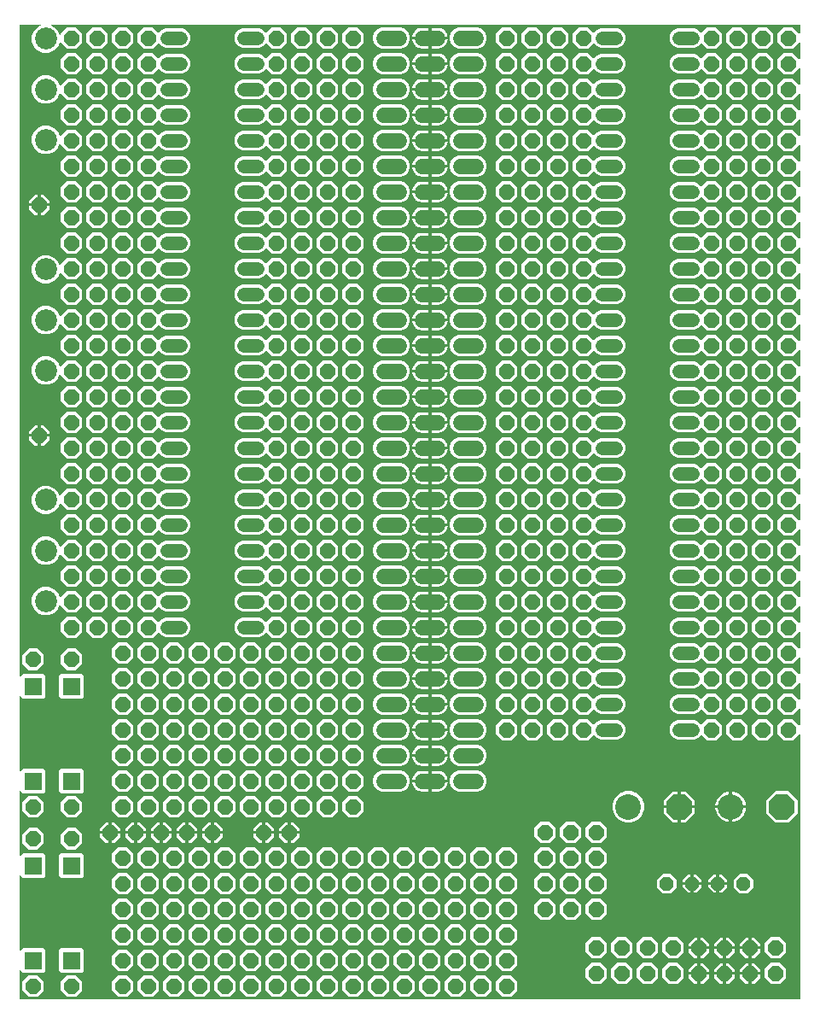
<source format=gbr>
G04 EAGLE Gerber RS-274X export*
G75*
%MOMM*%
%FSLAX34Y34*%
%LPD*%
%INBottom Copper*%
%IPPOS*%
%AMOC8*
5,1,8,0,0,1.08239X$1,22.5*%
G01*
%ADD10P,1.649562X8X202.500000*%
%ADD11C,1.320800*%
%ADD12P,1.649562X8X112.500000*%
%ADD13C,1.524000*%
%ADD14P,1.649562X8X22.500000*%
%ADD15C,2.184400*%
%ADD16R,1.800000X1.800000*%
%ADD17P,1.429621X8X22.500000*%
%ADD18C,2.540000*%
%ADD19P,2.749271X8X22.500000*%

G36*
X785898Y11942D02*
X785898Y11942D01*
X785917Y11940D01*
X786019Y11962D01*
X786121Y11979D01*
X786138Y11988D01*
X786158Y11992D01*
X786247Y12045D01*
X786338Y12094D01*
X786352Y12108D01*
X786369Y12118D01*
X786436Y12197D01*
X786508Y12272D01*
X786516Y12290D01*
X786529Y12305D01*
X786568Y12401D01*
X786611Y12495D01*
X786613Y12515D01*
X786621Y12533D01*
X786639Y12700D01*
X786639Y274414D01*
X786628Y274484D01*
X786626Y274556D01*
X786608Y274605D01*
X786600Y274656D01*
X786566Y274720D01*
X786541Y274787D01*
X786509Y274828D01*
X786484Y274874D01*
X786432Y274923D01*
X786388Y274979D01*
X786344Y275007D01*
X786306Y275043D01*
X786241Y275073D01*
X786181Y275112D01*
X786130Y275125D01*
X786083Y275147D01*
X786012Y275155D01*
X785942Y275172D01*
X785890Y275168D01*
X785839Y275174D01*
X785768Y275159D01*
X785697Y275153D01*
X785649Y275133D01*
X785598Y275122D01*
X785537Y275085D01*
X785471Y275057D01*
X785415Y275012D01*
X785387Y274995D01*
X785372Y274978D01*
X785340Y274952D01*
X779119Y268731D01*
X770281Y268731D01*
X764031Y274981D01*
X764031Y283819D01*
X770281Y290069D01*
X779119Y290069D01*
X785340Y283848D01*
X785398Y283806D01*
X785450Y283757D01*
X785497Y283735D01*
X785539Y283705D01*
X785608Y283683D01*
X785673Y283653D01*
X785725Y283648D01*
X785775Y283632D01*
X785846Y283634D01*
X785917Y283626D01*
X785968Y283637D01*
X786020Y283639D01*
X786088Y283663D01*
X786158Y283678D01*
X786203Y283705D01*
X786251Y283723D01*
X786307Y283768D01*
X786369Y283805D01*
X786403Y283844D01*
X786443Y283877D01*
X786482Y283937D01*
X786529Y283992D01*
X786548Y284040D01*
X786576Y284084D01*
X786594Y284153D01*
X786621Y284220D01*
X786629Y284291D01*
X786637Y284322D01*
X786635Y284345D01*
X786639Y284386D01*
X786639Y299814D01*
X786628Y299884D01*
X786626Y299956D01*
X786608Y300005D01*
X786600Y300056D01*
X786566Y300120D01*
X786541Y300187D01*
X786509Y300228D01*
X786484Y300274D01*
X786432Y300323D01*
X786388Y300379D01*
X786344Y300407D01*
X786306Y300443D01*
X786241Y300473D01*
X786181Y300512D01*
X786130Y300525D01*
X786083Y300547D01*
X786012Y300555D01*
X785942Y300572D01*
X785890Y300568D01*
X785839Y300574D01*
X785768Y300559D01*
X785697Y300553D01*
X785649Y300533D01*
X785598Y300522D01*
X785537Y300485D01*
X785471Y300457D01*
X785415Y300412D01*
X785387Y300395D01*
X785372Y300378D01*
X785340Y300352D01*
X779119Y294131D01*
X770281Y294131D01*
X764031Y300381D01*
X764031Y309219D01*
X770281Y315469D01*
X779119Y315469D01*
X785340Y309248D01*
X785398Y309206D01*
X785450Y309157D01*
X785497Y309135D01*
X785539Y309105D01*
X785608Y309083D01*
X785673Y309053D01*
X785725Y309048D01*
X785775Y309032D01*
X785846Y309034D01*
X785917Y309026D01*
X785968Y309037D01*
X786020Y309039D01*
X786088Y309063D01*
X786158Y309078D01*
X786203Y309105D01*
X786251Y309123D01*
X786307Y309168D01*
X786369Y309205D01*
X786403Y309244D01*
X786443Y309277D01*
X786482Y309337D01*
X786529Y309392D01*
X786548Y309440D01*
X786576Y309484D01*
X786594Y309553D01*
X786621Y309620D01*
X786629Y309691D01*
X786637Y309722D01*
X786635Y309745D01*
X786639Y309786D01*
X786639Y325214D01*
X786628Y325284D01*
X786626Y325356D01*
X786608Y325405D01*
X786600Y325456D01*
X786566Y325520D01*
X786541Y325587D01*
X786509Y325628D01*
X786484Y325674D01*
X786432Y325723D01*
X786388Y325779D01*
X786344Y325807D01*
X786306Y325843D01*
X786241Y325873D01*
X786181Y325912D01*
X786130Y325925D01*
X786083Y325947D01*
X786012Y325955D01*
X785942Y325972D01*
X785890Y325968D01*
X785839Y325974D01*
X785768Y325959D01*
X785697Y325953D01*
X785649Y325933D01*
X785598Y325922D01*
X785537Y325885D01*
X785471Y325857D01*
X785415Y325812D01*
X785387Y325795D01*
X785372Y325778D01*
X785340Y325752D01*
X779119Y319531D01*
X770281Y319531D01*
X764031Y325781D01*
X764031Y334619D01*
X770281Y340869D01*
X779119Y340869D01*
X785340Y334648D01*
X785398Y334606D01*
X785450Y334557D01*
X785497Y334535D01*
X785539Y334505D01*
X785608Y334483D01*
X785673Y334453D01*
X785725Y334448D01*
X785775Y334432D01*
X785846Y334434D01*
X785917Y334426D01*
X785968Y334437D01*
X786020Y334439D01*
X786088Y334463D01*
X786158Y334478D01*
X786203Y334505D01*
X786251Y334523D01*
X786307Y334568D01*
X786369Y334605D01*
X786403Y334644D01*
X786443Y334677D01*
X786482Y334737D01*
X786529Y334792D01*
X786548Y334840D01*
X786576Y334884D01*
X786594Y334953D01*
X786621Y335020D01*
X786629Y335091D01*
X786637Y335122D01*
X786635Y335145D01*
X786639Y335186D01*
X786639Y350614D01*
X786628Y350684D01*
X786626Y350756D01*
X786608Y350805D01*
X786600Y350856D01*
X786566Y350920D01*
X786541Y350987D01*
X786509Y351028D01*
X786484Y351074D01*
X786432Y351123D01*
X786388Y351179D01*
X786344Y351207D01*
X786306Y351243D01*
X786241Y351273D01*
X786181Y351312D01*
X786130Y351325D01*
X786083Y351347D01*
X786012Y351355D01*
X785942Y351372D01*
X785890Y351368D01*
X785839Y351374D01*
X785768Y351359D01*
X785697Y351353D01*
X785649Y351333D01*
X785598Y351322D01*
X785537Y351285D01*
X785471Y351257D01*
X785415Y351212D01*
X785387Y351195D01*
X785372Y351178D01*
X785340Y351152D01*
X779119Y344931D01*
X770281Y344931D01*
X764031Y351181D01*
X764031Y360019D01*
X770281Y366269D01*
X779119Y366269D01*
X785340Y360048D01*
X785398Y360006D01*
X785450Y359957D01*
X785470Y359948D01*
X785478Y359940D01*
X785504Y359930D01*
X785539Y359905D01*
X785608Y359883D01*
X785673Y359853D01*
X785703Y359850D01*
X785706Y359848D01*
X785730Y359846D01*
X785775Y359832D01*
X785838Y359834D01*
X785873Y359830D01*
X785878Y359830D01*
X785880Y359830D01*
X785917Y359826D01*
X785968Y359837D01*
X786020Y359839D01*
X786088Y359863D01*
X786110Y359868D01*
X786121Y359870D01*
X786123Y359871D01*
X786158Y359878D01*
X786203Y359905D01*
X786251Y359923D01*
X786307Y359968D01*
X786318Y359974D01*
X786338Y359985D01*
X786341Y359988D01*
X786369Y360005D01*
X786403Y360044D01*
X786443Y360077D01*
X786481Y360136D01*
X786508Y360163D01*
X786511Y360171D01*
X786529Y360192D01*
X786548Y360240D01*
X786576Y360284D01*
X786592Y360345D01*
X786611Y360386D01*
X786613Y360399D01*
X786621Y360420D01*
X786629Y360491D01*
X786637Y360522D01*
X786635Y360545D01*
X786639Y360586D01*
X786639Y376014D01*
X786628Y376084D01*
X786626Y376156D01*
X786608Y376205D01*
X786600Y376256D01*
X786566Y376320D01*
X786541Y376387D01*
X786509Y376428D01*
X786484Y376474D01*
X786432Y376523D01*
X786388Y376579D01*
X786344Y376607D01*
X786306Y376643D01*
X786241Y376673D01*
X786181Y376712D01*
X786130Y376725D01*
X786083Y376747D01*
X786012Y376755D01*
X785942Y376772D01*
X785890Y376768D01*
X785839Y376774D01*
X785768Y376759D01*
X785697Y376753D01*
X785649Y376733D01*
X785598Y376722D01*
X785537Y376685D01*
X785471Y376657D01*
X785415Y376612D01*
X785387Y376595D01*
X785372Y376578D01*
X785340Y376552D01*
X779119Y370331D01*
X770281Y370331D01*
X764031Y376581D01*
X764031Y385419D01*
X770281Y391669D01*
X779119Y391669D01*
X785340Y385448D01*
X785398Y385406D01*
X785450Y385357D01*
X785497Y385335D01*
X785539Y385305D01*
X785608Y385283D01*
X785673Y385253D01*
X785725Y385248D01*
X785775Y385232D01*
X785846Y385234D01*
X785917Y385226D01*
X785968Y385237D01*
X786020Y385239D01*
X786088Y385263D01*
X786158Y385278D01*
X786203Y385305D01*
X786251Y385323D01*
X786307Y385368D01*
X786369Y385405D01*
X786403Y385444D01*
X786443Y385477D01*
X786482Y385537D01*
X786529Y385592D01*
X786548Y385640D01*
X786576Y385684D01*
X786594Y385753D01*
X786621Y385820D01*
X786629Y385891D01*
X786637Y385922D01*
X786635Y385945D01*
X786639Y385986D01*
X786639Y401414D01*
X786628Y401484D01*
X786626Y401556D01*
X786608Y401605D01*
X786600Y401656D01*
X786566Y401720D01*
X786541Y401787D01*
X786509Y401828D01*
X786484Y401874D01*
X786432Y401923D01*
X786388Y401979D01*
X786344Y402007D01*
X786306Y402043D01*
X786241Y402073D01*
X786181Y402112D01*
X786130Y402125D01*
X786083Y402147D01*
X786012Y402155D01*
X785942Y402172D01*
X785890Y402168D01*
X785839Y402174D01*
X785768Y402159D01*
X785697Y402153D01*
X785649Y402133D01*
X785598Y402122D01*
X785537Y402085D01*
X785471Y402057D01*
X785415Y402012D01*
X785387Y401995D01*
X785372Y401978D01*
X785340Y401952D01*
X779119Y395731D01*
X770281Y395731D01*
X764031Y401981D01*
X764031Y410819D01*
X770281Y417069D01*
X779119Y417069D01*
X785340Y410848D01*
X785398Y410806D01*
X785450Y410757D01*
X785497Y410735D01*
X785539Y410705D01*
X785608Y410683D01*
X785673Y410653D01*
X785725Y410648D01*
X785775Y410632D01*
X785846Y410634D01*
X785917Y410626D01*
X785968Y410637D01*
X786020Y410639D01*
X786088Y410663D01*
X786158Y410678D01*
X786203Y410705D01*
X786251Y410723D01*
X786307Y410768D01*
X786369Y410805D01*
X786403Y410844D01*
X786443Y410877D01*
X786482Y410937D01*
X786529Y410992D01*
X786548Y411040D01*
X786576Y411084D01*
X786594Y411153D01*
X786621Y411220D01*
X786629Y411291D01*
X786637Y411322D01*
X786635Y411345D01*
X786639Y411386D01*
X786639Y426814D01*
X786628Y426884D01*
X786626Y426956D01*
X786608Y427005D01*
X786600Y427056D01*
X786566Y427120D01*
X786541Y427187D01*
X786509Y427228D01*
X786484Y427274D01*
X786432Y427323D01*
X786388Y427379D01*
X786344Y427407D01*
X786306Y427443D01*
X786241Y427473D01*
X786181Y427512D01*
X786130Y427525D01*
X786083Y427547D01*
X786012Y427555D01*
X785942Y427572D01*
X785890Y427568D01*
X785839Y427574D01*
X785768Y427559D01*
X785697Y427553D01*
X785649Y427533D01*
X785598Y427522D01*
X785537Y427485D01*
X785471Y427457D01*
X785415Y427412D01*
X785387Y427395D01*
X785372Y427378D01*
X785340Y427352D01*
X779119Y421131D01*
X770281Y421131D01*
X764031Y427381D01*
X764031Y436219D01*
X770281Y442469D01*
X779119Y442469D01*
X785340Y436248D01*
X785398Y436206D01*
X785450Y436157D01*
X785497Y436135D01*
X785539Y436105D01*
X785608Y436083D01*
X785673Y436053D01*
X785725Y436048D01*
X785775Y436032D01*
X785846Y436034D01*
X785917Y436026D01*
X785968Y436037D01*
X786020Y436039D01*
X786088Y436063D01*
X786158Y436078D01*
X786203Y436105D01*
X786251Y436123D01*
X786307Y436168D01*
X786369Y436205D01*
X786403Y436244D01*
X786443Y436277D01*
X786482Y436337D01*
X786529Y436392D01*
X786548Y436440D01*
X786576Y436484D01*
X786594Y436553D01*
X786621Y436620D01*
X786629Y436691D01*
X786637Y436722D01*
X786635Y436745D01*
X786639Y436786D01*
X786639Y452214D01*
X786628Y452284D01*
X786626Y452356D01*
X786608Y452405D01*
X786600Y452456D01*
X786566Y452520D01*
X786541Y452587D01*
X786509Y452628D01*
X786484Y452674D01*
X786432Y452723D01*
X786388Y452779D01*
X786344Y452807D01*
X786306Y452843D01*
X786241Y452873D01*
X786181Y452912D01*
X786130Y452925D01*
X786083Y452947D01*
X786012Y452955D01*
X785942Y452972D01*
X785890Y452968D01*
X785839Y452974D01*
X785768Y452959D01*
X785697Y452953D01*
X785649Y452933D01*
X785598Y452922D01*
X785537Y452885D01*
X785471Y452857D01*
X785415Y452812D01*
X785387Y452795D01*
X785372Y452778D01*
X785340Y452752D01*
X779119Y446531D01*
X770281Y446531D01*
X764031Y452781D01*
X764031Y461619D01*
X770281Y467869D01*
X779119Y467869D01*
X785340Y461648D01*
X785398Y461606D01*
X785450Y461557D01*
X785497Y461535D01*
X785539Y461505D01*
X785608Y461483D01*
X785673Y461453D01*
X785725Y461448D01*
X785775Y461432D01*
X785846Y461434D01*
X785917Y461426D01*
X785968Y461437D01*
X786020Y461439D01*
X786088Y461463D01*
X786158Y461478D01*
X786203Y461505D01*
X786251Y461523D01*
X786307Y461568D01*
X786369Y461605D01*
X786403Y461644D01*
X786443Y461677D01*
X786482Y461737D01*
X786529Y461792D01*
X786548Y461840D01*
X786576Y461884D01*
X786594Y461953D01*
X786621Y462020D01*
X786629Y462091D01*
X786637Y462122D01*
X786635Y462145D01*
X786639Y462186D01*
X786639Y477614D01*
X786628Y477684D01*
X786626Y477756D01*
X786608Y477805D01*
X786600Y477856D01*
X786566Y477920D01*
X786541Y477987D01*
X786509Y478028D01*
X786484Y478074D01*
X786432Y478123D01*
X786388Y478179D01*
X786344Y478207D01*
X786306Y478243D01*
X786241Y478273D01*
X786181Y478312D01*
X786130Y478325D01*
X786083Y478347D01*
X786012Y478355D01*
X785942Y478372D01*
X785890Y478368D01*
X785839Y478374D01*
X785768Y478359D01*
X785697Y478353D01*
X785649Y478333D01*
X785598Y478322D01*
X785537Y478285D01*
X785471Y478257D01*
X785415Y478212D01*
X785387Y478195D01*
X785372Y478178D01*
X785340Y478152D01*
X779119Y471931D01*
X770281Y471931D01*
X764031Y478181D01*
X764031Y487019D01*
X770281Y493269D01*
X779119Y493269D01*
X785340Y487048D01*
X785398Y487006D01*
X785450Y486957D01*
X785497Y486935D01*
X785539Y486905D01*
X785608Y486883D01*
X785673Y486853D01*
X785725Y486848D01*
X785775Y486832D01*
X785846Y486834D01*
X785917Y486826D01*
X785968Y486837D01*
X786020Y486839D01*
X786088Y486863D01*
X786158Y486878D01*
X786203Y486905D01*
X786251Y486923D01*
X786307Y486968D01*
X786369Y487005D01*
X786403Y487044D01*
X786443Y487077D01*
X786482Y487137D01*
X786529Y487192D01*
X786548Y487240D01*
X786576Y487284D01*
X786594Y487353D01*
X786621Y487420D01*
X786629Y487491D01*
X786637Y487522D01*
X786635Y487545D01*
X786639Y487586D01*
X786639Y503014D01*
X786628Y503084D01*
X786626Y503156D01*
X786608Y503205D01*
X786600Y503256D01*
X786566Y503320D01*
X786541Y503387D01*
X786509Y503428D01*
X786484Y503474D01*
X786432Y503523D01*
X786388Y503579D01*
X786344Y503607D01*
X786306Y503643D01*
X786241Y503673D01*
X786181Y503712D01*
X786130Y503725D01*
X786083Y503747D01*
X786012Y503755D01*
X785942Y503772D01*
X785890Y503768D01*
X785839Y503774D01*
X785768Y503759D01*
X785697Y503753D01*
X785649Y503733D01*
X785598Y503722D01*
X785537Y503685D01*
X785471Y503657D01*
X785415Y503612D01*
X785387Y503595D01*
X785372Y503578D01*
X785340Y503552D01*
X779119Y497331D01*
X770281Y497331D01*
X764031Y503581D01*
X764031Y512419D01*
X770281Y518669D01*
X779119Y518669D01*
X785340Y512448D01*
X785398Y512406D01*
X785450Y512357D01*
X785497Y512335D01*
X785539Y512305D01*
X785608Y512283D01*
X785673Y512253D01*
X785725Y512248D01*
X785775Y512232D01*
X785846Y512234D01*
X785917Y512226D01*
X785968Y512237D01*
X786020Y512239D01*
X786088Y512263D01*
X786158Y512278D01*
X786203Y512305D01*
X786251Y512323D01*
X786307Y512368D01*
X786369Y512405D01*
X786403Y512444D01*
X786443Y512477D01*
X786482Y512537D01*
X786529Y512592D01*
X786548Y512640D01*
X786576Y512684D01*
X786594Y512753D01*
X786621Y512820D01*
X786629Y512891D01*
X786637Y512922D01*
X786635Y512945D01*
X786639Y512986D01*
X786639Y528414D01*
X786628Y528484D01*
X786626Y528556D01*
X786608Y528605D01*
X786600Y528656D01*
X786566Y528720D01*
X786541Y528787D01*
X786509Y528828D01*
X786484Y528874D01*
X786432Y528923D01*
X786388Y528979D01*
X786344Y529007D01*
X786306Y529043D01*
X786241Y529073D01*
X786181Y529112D01*
X786130Y529125D01*
X786083Y529147D01*
X786012Y529155D01*
X785942Y529172D01*
X785890Y529168D01*
X785839Y529174D01*
X785768Y529159D01*
X785697Y529153D01*
X785649Y529133D01*
X785598Y529122D01*
X785537Y529085D01*
X785471Y529057D01*
X785415Y529012D01*
X785387Y528995D01*
X785372Y528978D01*
X785340Y528952D01*
X779119Y522731D01*
X770281Y522731D01*
X764031Y528981D01*
X764031Y537819D01*
X770281Y544069D01*
X779119Y544069D01*
X785340Y537848D01*
X785398Y537806D01*
X785450Y537757D01*
X785497Y537735D01*
X785539Y537705D01*
X785608Y537683D01*
X785673Y537653D01*
X785725Y537648D01*
X785775Y537632D01*
X785846Y537634D01*
X785917Y537626D01*
X785968Y537637D01*
X786020Y537639D01*
X786088Y537663D01*
X786158Y537678D01*
X786203Y537705D01*
X786251Y537723D01*
X786307Y537768D01*
X786369Y537805D01*
X786403Y537844D01*
X786443Y537877D01*
X786482Y537937D01*
X786529Y537992D01*
X786548Y538040D01*
X786576Y538084D01*
X786594Y538153D01*
X786621Y538220D01*
X786629Y538291D01*
X786637Y538322D01*
X786635Y538345D01*
X786639Y538386D01*
X786639Y553814D01*
X786628Y553884D01*
X786626Y553956D01*
X786608Y554005D01*
X786600Y554056D01*
X786566Y554120D01*
X786541Y554187D01*
X786509Y554228D01*
X786484Y554274D01*
X786432Y554323D01*
X786388Y554379D01*
X786344Y554407D01*
X786306Y554443D01*
X786241Y554473D01*
X786181Y554512D01*
X786130Y554525D01*
X786083Y554547D01*
X786012Y554555D01*
X785942Y554572D01*
X785890Y554568D01*
X785839Y554574D01*
X785768Y554559D01*
X785697Y554553D01*
X785649Y554533D01*
X785598Y554522D01*
X785537Y554485D01*
X785471Y554457D01*
X785415Y554412D01*
X785387Y554395D01*
X785372Y554378D01*
X785340Y554352D01*
X779119Y548131D01*
X770281Y548131D01*
X764031Y554381D01*
X764031Y563219D01*
X770281Y569469D01*
X779119Y569469D01*
X785340Y563248D01*
X785398Y563206D01*
X785450Y563157D01*
X785497Y563135D01*
X785539Y563105D01*
X785608Y563083D01*
X785673Y563053D01*
X785725Y563048D01*
X785775Y563032D01*
X785846Y563034D01*
X785917Y563026D01*
X785968Y563037D01*
X786020Y563039D01*
X786088Y563063D01*
X786158Y563078D01*
X786203Y563105D01*
X786251Y563123D01*
X786307Y563168D01*
X786369Y563205D01*
X786403Y563244D01*
X786443Y563277D01*
X786482Y563337D01*
X786529Y563392D01*
X786548Y563440D01*
X786576Y563484D01*
X786594Y563553D01*
X786621Y563620D01*
X786629Y563691D01*
X786637Y563722D01*
X786635Y563745D01*
X786639Y563786D01*
X786639Y579214D01*
X786628Y579284D01*
X786626Y579356D01*
X786608Y579405D01*
X786600Y579456D01*
X786566Y579520D01*
X786541Y579587D01*
X786509Y579628D01*
X786484Y579674D01*
X786432Y579723D01*
X786388Y579779D01*
X786344Y579807D01*
X786306Y579843D01*
X786241Y579873D01*
X786181Y579912D01*
X786130Y579925D01*
X786083Y579947D01*
X786012Y579955D01*
X785942Y579972D01*
X785890Y579968D01*
X785839Y579974D01*
X785768Y579959D01*
X785697Y579953D01*
X785649Y579933D01*
X785598Y579922D01*
X785537Y579885D01*
X785471Y579857D01*
X785415Y579812D01*
X785387Y579795D01*
X785372Y579778D01*
X785340Y579752D01*
X779119Y573531D01*
X770281Y573531D01*
X764031Y579781D01*
X764031Y588619D01*
X770281Y594869D01*
X779119Y594869D01*
X785340Y588648D01*
X785398Y588606D01*
X785450Y588557D01*
X785497Y588535D01*
X785539Y588505D01*
X785608Y588483D01*
X785673Y588453D01*
X785725Y588448D01*
X785775Y588432D01*
X785846Y588434D01*
X785917Y588426D01*
X785968Y588437D01*
X786020Y588439D01*
X786088Y588463D01*
X786158Y588478D01*
X786203Y588505D01*
X786251Y588523D01*
X786307Y588568D01*
X786369Y588605D01*
X786403Y588644D01*
X786443Y588677D01*
X786482Y588737D01*
X786529Y588792D01*
X786548Y588840D01*
X786576Y588884D01*
X786594Y588953D01*
X786621Y589020D01*
X786629Y589091D01*
X786637Y589122D01*
X786635Y589145D01*
X786639Y589186D01*
X786639Y604614D01*
X786628Y604684D01*
X786626Y604756D01*
X786608Y604805D01*
X786600Y604856D01*
X786566Y604920D01*
X786541Y604987D01*
X786509Y605028D01*
X786484Y605074D01*
X786432Y605123D01*
X786388Y605179D01*
X786344Y605207D01*
X786306Y605243D01*
X786241Y605273D01*
X786181Y605312D01*
X786130Y605325D01*
X786083Y605347D01*
X786012Y605355D01*
X785942Y605372D01*
X785890Y605368D01*
X785839Y605374D01*
X785768Y605359D01*
X785697Y605353D01*
X785649Y605333D01*
X785598Y605322D01*
X785537Y605285D01*
X785471Y605257D01*
X785415Y605212D01*
X785387Y605195D01*
X785372Y605178D01*
X785340Y605152D01*
X779119Y598931D01*
X770281Y598931D01*
X764031Y605181D01*
X764031Y614019D01*
X770281Y620269D01*
X779119Y620269D01*
X785340Y614048D01*
X785398Y614006D01*
X785450Y613957D01*
X785497Y613935D01*
X785539Y613905D01*
X785608Y613883D01*
X785673Y613853D01*
X785725Y613848D01*
X785775Y613832D01*
X785846Y613834D01*
X785917Y613826D01*
X785968Y613837D01*
X786020Y613839D01*
X786088Y613863D01*
X786158Y613878D01*
X786203Y613905D01*
X786251Y613923D01*
X786307Y613968D01*
X786369Y614005D01*
X786403Y614044D01*
X786443Y614077D01*
X786482Y614137D01*
X786529Y614192D01*
X786548Y614240D01*
X786576Y614284D01*
X786594Y614353D01*
X786621Y614420D01*
X786629Y614491D01*
X786637Y614522D01*
X786635Y614545D01*
X786639Y614586D01*
X786639Y630014D01*
X786628Y630084D01*
X786626Y630156D01*
X786608Y630205D01*
X786600Y630256D01*
X786566Y630320D01*
X786541Y630387D01*
X786509Y630428D01*
X786484Y630474D01*
X786432Y630523D01*
X786388Y630579D01*
X786344Y630607D01*
X786306Y630643D01*
X786241Y630673D01*
X786181Y630712D01*
X786130Y630725D01*
X786083Y630747D01*
X786012Y630755D01*
X785942Y630772D01*
X785890Y630768D01*
X785839Y630774D01*
X785768Y630759D01*
X785697Y630753D01*
X785649Y630733D01*
X785598Y630722D01*
X785537Y630685D01*
X785471Y630657D01*
X785415Y630612D01*
X785387Y630595D01*
X785372Y630578D01*
X785340Y630552D01*
X779119Y624331D01*
X770281Y624331D01*
X764031Y630581D01*
X764031Y639419D01*
X770281Y645669D01*
X779119Y645669D01*
X785340Y639448D01*
X785398Y639406D01*
X785450Y639357D01*
X785497Y639335D01*
X785539Y639305D01*
X785608Y639283D01*
X785673Y639253D01*
X785725Y639248D01*
X785775Y639232D01*
X785846Y639234D01*
X785917Y639226D01*
X785968Y639237D01*
X786020Y639239D01*
X786088Y639263D01*
X786158Y639278D01*
X786203Y639305D01*
X786251Y639323D01*
X786307Y639368D01*
X786369Y639405D01*
X786403Y639444D01*
X786443Y639477D01*
X786482Y639537D01*
X786529Y639592D01*
X786548Y639640D01*
X786576Y639684D01*
X786594Y639753D01*
X786621Y639820D01*
X786629Y639891D01*
X786637Y639922D01*
X786635Y639945D01*
X786639Y639986D01*
X786639Y655414D01*
X786628Y655484D01*
X786626Y655556D01*
X786608Y655605D01*
X786600Y655656D01*
X786566Y655720D01*
X786541Y655787D01*
X786509Y655828D01*
X786484Y655874D01*
X786432Y655923D01*
X786388Y655979D01*
X786344Y656007D01*
X786306Y656043D01*
X786241Y656073D01*
X786181Y656112D01*
X786130Y656125D01*
X786083Y656147D01*
X786012Y656155D01*
X785942Y656172D01*
X785890Y656168D01*
X785839Y656174D01*
X785768Y656159D01*
X785697Y656153D01*
X785649Y656133D01*
X785598Y656122D01*
X785537Y656085D01*
X785471Y656057D01*
X785415Y656012D01*
X785387Y655995D01*
X785372Y655978D01*
X785340Y655952D01*
X779119Y649731D01*
X770281Y649731D01*
X764031Y655981D01*
X764031Y664819D01*
X770281Y671069D01*
X779119Y671069D01*
X785340Y664848D01*
X785398Y664806D01*
X785450Y664757D01*
X785497Y664735D01*
X785539Y664705D01*
X785608Y664683D01*
X785673Y664653D01*
X785725Y664648D01*
X785775Y664632D01*
X785846Y664634D01*
X785917Y664626D01*
X785968Y664637D01*
X786020Y664639D01*
X786088Y664663D01*
X786158Y664678D01*
X786203Y664705D01*
X786251Y664723D01*
X786307Y664768D01*
X786369Y664805D01*
X786403Y664844D01*
X786443Y664877D01*
X786482Y664937D01*
X786529Y664992D01*
X786548Y665040D01*
X786576Y665084D01*
X786594Y665153D01*
X786621Y665220D01*
X786629Y665291D01*
X786637Y665322D01*
X786635Y665345D01*
X786639Y665386D01*
X786639Y680814D01*
X786628Y680884D01*
X786626Y680956D01*
X786608Y681005D01*
X786600Y681056D01*
X786566Y681120D01*
X786541Y681187D01*
X786509Y681228D01*
X786484Y681274D01*
X786432Y681323D01*
X786388Y681379D01*
X786344Y681407D01*
X786306Y681443D01*
X786241Y681473D01*
X786181Y681512D01*
X786130Y681525D01*
X786083Y681547D01*
X786012Y681555D01*
X785942Y681572D01*
X785890Y681568D01*
X785839Y681574D01*
X785768Y681559D01*
X785697Y681553D01*
X785649Y681533D01*
X785598Y681522D01*
X785537Y681485D01*
X785471Y681457D01*
X785415Y681412D01*
X785387Y681395D01*
X785372Y681378D01*
X785340Y681352D01*
X779119Y675131D01*
X770281Y675131D01*
X764031Y681381D01*
X764031Y690219D01*
X770281Y696469D01*
X779119Y696469D01*
X785340Y690248D01*
X785398Y690206D01*
X785450Y690157D01*
X785497Y690135D01*
X785539Y690105D01*
X785608Y690083D01*
X785673Y690053D01*
X785725Y690048D01*
X785775Y690032D01*
X785846Y690034D01*
X785917Y690026D01*
X785968Y690037D01*
X786020Y690039D01*
X786088Y690063D01*
X786158Y690078D01*
X786203Y690105D01*
X786251Y690123D01*
X786307Y690168D01*
X786369Y690205D01*
X786403Y690244D01*
X786443Y690277D01*
X786482Y690337D01*
X786529Y690392D01*
X786548Y690440D01*
X786576Y690484D01*
X786594Y690553D01*
X786621Y690620D01*
X786629Y690691D01*
X786637Y690722D01*
X786635Y690745D01*
X786639Y690786D01*
X786639Y706214D01*
X786637Y706227D01*
X786638Y706238D01*
X786628Y706287D01*
X786626Y706356D01*
X786608Y706405D01*
X786600Y706456D01*
X786566Y706520D01*
X786541Y706587D01*
X786509Y706628D01*
X786484Y706674D01*
X786432Y706723D01*
X786388Y706779D01*
X786344Y706807D01*
X786306Y706843D01*
X786241Y706873D01*
X786181Y706912D01*
X786130Y706925D01*
X786083Y706947D01*
X786012Y706955D01*
X785942Y706972D01*
X785890Y706968D01*
X785839Y706974D01*
X785768Y706959D01*
X785697Y706953D01*
X785649Y706933D01*
X785598Y706922D01*
X785537Y706885D01*
X785471Y706857D01*
X785415Y706812D01*
X785407Y706807D01*
X785403Y706805D01*
X785402Y706805D01*
X785387Y706795D01*
X785372Y706778D01*
X785340Y706752D01*
X779119Y700531D01*
X770281Y700531D01*
X764031Y706781D01*
X764031Y715619D01*
X770281Y721869D01*
X779119Y721869D01*
X785340Y715648D01*
X785398Y715606D01*
X785450Y715557D01*
X785497Y715535D01*
X785539Y715505D01*
X785608Y715483D01*
X785673Y715453D01*
X785725Y715448D01*
X785775Y715432D01*
X785846Y715434D01*
X785917Y715426D01*
X785968Y715437D01*
X786020Y715439D01*
X786088Y715463D01*
X786158Y715478D01*
X786203Y715505D01*
X786251Y715523D01*
X786307Y715568D01*
X786369Y715605D01*
X786403Y715644D01*
X786443Y715677D01*
X786482Y715737D01*
X786529Y715792D01*
X786548Y715840D01*
X786576Y715884D01*
X786594Y715953D01*
X786621Y716020D01*
X786629Y716091D01*
X786637Y716122D01*
X786635Y716145D01*
X786639Y716186D01*
X786639Y731614D01*
X786628Y731684D01*
X786626Y731756D01*
X786608Y731805D01*
X786600Y731856D01*
X786566Y731920D01*
X786541Y731987D01*
X786509Y732028D01*
X786484Y732074D01*
X786432Y732123D01*
X786388Y732179D01*
X786344Y732207D01*
X786306Y732243D01*
X786241Y732273D01*
X786181Y732312D01*
X786130Y732325D01*
X786083Y732347D01*
X786012Y732355D01*
X785942Y732372D01*
X785890Y732368D01*
X785839Y732374D01*
X785768Y732359D01*
X785697Y732353D01*
X785649Y732333D01*
X785598Y732322D01*
X785537Y732285D01*
X785471Y732257D01*
X785415Y732212D01*
X785387Y732195D01*
X785372Y732178D01*
X785340Y732152D01*
X779119Y725931D01*
X770281Y725931D01*
X764031Y732181D01*
X764031Y741019D01*
X770281Y747269D01*
X779119Y747269D01*
X785340Y741048D01*
X785398Y741006D01*
X785450Y740957D01*
X785497Y740935D01*
X785539Y740905D01*
X785608Y740883D01*
X785673Y740853D01*
X785725Y740848D01*
X785775Y740832D01*
X785846Y740834D01*
X785917Y740826D01*
X785968Y740837D01*
X786020Y740839D01*
X786088Y740863D01*
X786158Y740878D01*
X786203Y740905D01*
X786251Y740923D01*
X786307Y740968D01*
X786369Y741005D01*
X786403Y741044D01*
X786443Y741077D01*
X786482Y741137D01*
X786529Y741192D01*
X786548Y741240D01*
X786576Y741284D01*
X786594Y741353D01*
X786621Y741420D01*
X786629Y741491D01*
X786637Y741522D01*
X786635Y741545D01*
X786639Y741586D01*
X786639Y757014D01*
X786628Y757084D01*
X786626Y757156D01*
X786608Y757205D01*
X786600Y757256D01*
X786566Y757320D01*
X786541Y757387D01*
X786509Y757428D01*
X786484Y757474D01*
X786432Y757523D01*
X786388Y757579D01*
X786344Y757607D01*
X786306Y757643D01*
X786241Y757673D01*
X786181Y757712D01*
X786130Y757725D01*
X786083Y757747D01*
X786012Y757755D01*
X785942Y757772D01*
X785890Y757768D01*
X785839Y757774D01*
X785768Y757759D01*
X785697Y757753D01*
X785649Y757733D01*
X785598Y757722D01*
X785537Y757685D01*
X785471Y757657D01*
X785415Y757612D01*
X785387Y757595D01*
X785372Y757578D01*
X785340Y757552D01*
X779119Y751331D01*
X770281Y751331D01*
X764031Y757581D01*
X764031Y766419D01*
X770281Y772669D01*
X779119Y772669D01*
X785340Y766448D01*
X785398Y766406D01*
X785450Y766357D01*
X785497Y766335D01*
X785539Y766305D01*
X785608Y766283D01*
X785673Y766253D01*
X785725Y766248D01*
X785775Y766232D01*
X785846Y766234D01*
X785917Y766226D01*
X785968Y766237D01*
X786020Y766239D01*
X786088Y766263D01*
X786158Y766278D01*
X786203Y766305D01*
X786251Y766323D01*
X786307Y766368D01*
X786369Y766405D01*
X786403Y766444D01*
X786443Y766477D01*
X786482Y766537D01*
X786529Y766592D01*
X786548Y766640D01*
X786576Y766684D01*
X786594Y766753D01*
X786621Y766820D01*
X786629Y766891D01*
X786637Y766922D01*
X786635Y766945D01*
X786639Y766986D01*
X786639Y782414D01*
X786628Y782484D01*
X786626Y782556D01*
X786608Y782605D01*
X786600Y782656D01*
X786566Y782720D01*
X786541Y782787D01*
X786509Y782828D01*
X786484Y782874D01*
X786432Y782923D01*
X786388Y782979D01*
X786344Y783007D01*
X786306Y783043D01*
X786241Y783073D01*
X786181Y783112D01*
X786130Y783125D01*
X786083Y783147D01*
X786012Y783155D01*
X785942Y783172D01*
X785890Y783168D01*
X785839Y783174D01*
X785768Y783159D01*
X785697Y783153D01*
X785649Y783133D01*
X785598Y783122D01*
X785537Y783085D01*
X785471Y783057D01*
X785415Y783012D01*
X785387Y782995D01*
X785372Y782978D01*
X785340Y782952D01*
X779119Y776731D01*
X770281Y776731D01*
X764031Y782981D01*
X764031Y791819D01*
X770281Y798069D01*
X779119Y798069D01*
X785340Y791848D01*
X785398Y791806D01*
X785450Y791757D01*
X785497Y791735D01*
X785539Y791705D01*
X785608Y791683D01*
X785673Y791653D01*
X785725Y791648D01*
X785775Y791632D01*
X785846Y791634D01*
X785917Y791626D01*
X785968Y791637D01*
X786020Y791639D01*
X786088Y791663D01*
X786158Y791678D01*
X786203Y791705D01*
X786251Y791723D01*
X786307Y791768D01*
X786369Y791805D01*
X786403Y791844D01*
X786443Y791877D01*
X786482Y791937D01*
X786529Y791992D01*
X786548Y792040D01*
X786576Y792084D01*
X786594Y792153D01*
X786621Y792220D01*
X786629Y792291D01*
X786637Y792322D01*
X786635Y792345D01*
X786639Y792386D01*
X786639Y807814D01*
X786628Y807884D01*
X786626Y807956D01*
X786608Y808005D01*
X786600Y808056D01*
X786566Y808120D01*
X786541Y808187D01*
X786509Y808228D01*
X786484Y808274D01*
X786432Y808323D01*
X786388Y808379D01*
X786344Y808407D01*
X786306Y808443D01*
X786241Y808473D01*
X786181Y808512D01*
X786130Y808525D01*
X786083Y808547D01*
X786012Y808555D01*
X785942Y808572D01*
X785890Y808568D01*
X785839Y808574D01*
X785768Y808559D01*
X785697Y808553D01*
X785649Y808533D01*
X785598Y808522D01*
X785537Y808485D01*
X785471Y808457D01*
X785415Y808412D01*
X785387Y808395D01*
X785372Y808378D01*
X785340Y808352D01*
X779119Y802131D01*
X770281Y802131D01*
X764031Y808381D01*
X764031Y817219D01*
X770281Y823469D01*
X779119Y823469D01*
X785340Y817248D01*
X785398Y817206D01*
X785450Y817157D01*
X785497Y817135D01*
X785539Y817105D01*
X785608Y817083D01*
X785673Y817053D01*
X785725Y817048D01*
X785775Y817032D01*
X785846Y817034D01*
X785917Y817026D01*
X785968Y817037D01*
X786020Y817039D01*
X786088Y817063D01*
X786158Y817078D01*
X786203Y817105D01*
X786251Y817123D01*
X786307Y817168D01*
X786369Y817205D01*
X786403Y817244D01*
X786443Y817277D01*
X786482Y817337D01*
X786529Y817392D01*
X786548Y817440D01*
X786576Y817484D01*
X786594Y817553D01*
X786621Y817620D01*
X786629Y817691D01*
X786637Y817722D01*
X786635Y817745D01*
X786639Y817786D01*
X786639Y833214D01*
X786628Y833284D01*
X786626Y833356D01*
X786608Y833405D01*
X786600Y833456D01*
X786566Y833520D01*
X786541Y833587D01*
X786509Y833628D01*
X786484Y833674D01*
X786432Y833723D01*
X786388Y833779D01*
X786344Y833807D01*
X786306Y833843D01*
X786241Y833873D01*
X786181Y833912D01*
X786130Y833925D01*
X786083Y833947D01*
X786012Y833955D01*
X785942Y833972D01*
X785890Y833968D01*
X785839Y833974D01*
X785768Y833959D01*
X785697Y833953D01*
X785649Y833933D01*
X785598Y833922D01*
X785537Y833885D01*
X785471Y833857D01*
X785415Y833812D01*
X785387Y833795D01*
X785372Y833778D01*
X785340Y833752D01*
X779119Y827531D01*
X770281Y827531D01*
X764031Y833781D01*
X764031Y842619D01*
X770281Y848869D01*
X779119Y848869D01*
X785340Y842648D01*
X785398Y842606D01*
X785450Y842557D01*
X785497Y842535D01*
X785539Y842505D01*
X785608Y842483D01*
X785673Y842453D01*
X785725Y842448D01*
X785775Y842432D01*
X785846Y842434D01*
X785917Y842426D01*
X785968Y842437D01*
X786020Y842439D01*
X786088Y842463D01*
X786158Y842478D01*
X786203Y842505D01*
X786251Y842523D01*
X786307Y842568D01*
X786369Y842605D01*
X786403Y842644D01*
X786443Y842677D01*
X786482Y842737D01*
X786529Y842792D01*
X786548Y842840D01*
X786576Y842884D01*
X786594Y842953D01*
X786621Y843020D01*
X786629Y843091D01*
X786637Y843122D01*
X786635Y843145D01*
X786639Y843186D01*
X786639Y858614D01*
X786628Y858684D01*
X786626Y858756D01*
X786608Y858805D01*
X786600Y858856D01*
X786566Y858920D01*
X786541Y858987D01*
X786509Y859028D01*
X786484Y859074D01*
X786432Y859123D01*
X786388Y859179D01*
X786344Y859207D01*
X786306Y859243D01*
X786241Y859273D01*
X786181Y859312D01*
X786130Y859325D01*
X786083Y859347D01*
X786012Y859355D01*
X785942Y859372D01*
X785890Y859368D01*
X785839Y859374D01*
X785768Y859359D01*
X785697Y859353D01*
X785649Y859333D01*
X785598Y859322D01*
X785537Y859285D01*
X785471Y859257D01*
X785415Y859212D01*
X785387Y859195D01*
X785372Y859178D01*
X785340Y859152D01*
X779119Y852931D01*
X770281Y852931D01*
X764031Y859181D01*
X764031Y868019D01*
X770281Y874269D01*
X779119Y874269D01*
X785340Y868048D01*
X785398Y868006D01*
X785450Y867957D01*
X785497Y867935D01*
X785539Y867905D01*
X785608Y867883D01*
X785673Y867853D01*
X785725Y867848D01*
X785775Y867832D01*
X785846Y867834D01*
X785917Y867826D01*
X785968Y867837D01*
X786020Y867839D01*
X786088Y867863D01*
X786158Y867878D01*
X786203Y867905D01*
X786251Y867923D01*
X786307Y867968D01*
X786369Y868005D01*
X786403Y868044D01*
X786443Y868077D01*
X786482Y868137D01*
X786529Y868192D01*
X786548Y868240D01*
X786576Y868284D01*
X786594Y868353D01*
X786621Y868420D01*
X786629Y868491D01*
X786637Y868522D01*
X786635Y868545D01*
X786639Y868586D01*
X786639Y884014D01*
X786628Y884084D01*
X786626Y884156D01*
X786608Y884205D01*
X786600Y884256D01*
X786566Y884320D01*
X786541Y884387D01*
X786509Y884428D01*
X786484Y884474D01*
X786432Y884523D01*
X786388Y884579D01*
X786344Y884607D01*
X786306Y884643D01*
X786241Y884673D01*
X786181Y884712D01*
X786130Y884725D01*
X786083Y884747D01*
X786012Y884755D01*
X785942Y884772D01*
X785890Y884768D01*
X785839Y884774D01*
X785768Y884759D01*
X785697Y884753D01*
X785649Y884733D01*
X785598Y884722D01*
X785537Y884685D01*
X785471Y884657D01*
X785415Y884612D01*
X785387Y884595D01*
X785372Y884578D01*
X785340Y884552D01*
X779119Y878331D01*
X770281Y878331D01*
X764031Y884581D01*
X764031Y893419D01*
X770281Y899669D01*
X779119Y899669D01*
X785340Y893448D01*
X785398Y893406D01*
X785450Y893357D01*
X785497Y893335D01*
X785539Y893305D01*
X785608Y893283D01*
X785673Y893253D01*
X785725Y893248D01*
X785775Y893232D01*
X785846Y893234D01*
X785917Y893226D01*
X785968Y893237D01*
X786020Y893239D01*
X786088Y893263D01*
X786158Y893278D01*
X786203Y893305D01*
X786251Y893323D01*
X786307Y893368D01*
X786369Y893405D01*
X786403Y893444D01*
X786443Y893477D01*
X786482Y893537D01*
X786529Y893592D01*
X786548Y893640D01*
X786576Y893684D01*
X786594Y893753D01*
X786621Y893820D01*
X786629Y893891D01*
X786637Y893922D01*
X786635Y893945D01*
X786639Y893986D01*
X786639Y909414D01*
X786628Y909484D01*
X786626Y909556D01*
X786608Y909605D01*
X786600Y909656D01*
X786566Y909720D01*
X786541Y909787D01*
X786509Y909828D01*
X786484Y909874D01*
X786432Y909923D01*
X786388Y909979D01*
X786344Y910007D01*
X786306Y910043D01*
X786241Y910073D01*
X786181Y910112D01*
X786130Y910125D01*
X786083Y910147D01*
X786012Y910155D01*
X785942Y910172D01*
X785890Y910168D01*
X785839Y910174D01*
X785768Y910159D01*
X785697Y910153D01*
X785649Y910133D01*
X785598Y910122D01*
X785537Y910085D01*
X785471Y910057D01*
X785415Y910012D01*
X785387Y909995D01*
X785372Y909978D01*
X785340Y909952D01*
X779119Y903731D01*
X770281Y903731D01*
X764031Y909981D01*
X764031Y918819D01*
X770281Y925069D01*
X779119Y925069D01*
X785340Y918848D01*
X785398Y918806D01*
X785450Y918757D01*
X785497Y918735D01*
X785539Y918705D01*
X785608Y918683D01*
X785673Y918653D01*
X785725Y918648D01*
X785775Y918632D01*
X785846Y918634D01*
X785917Y918626D01*
X785968Y918637D01*
X786020Y918639D01*
X786088Y918663D01*
X786158Y918678D01*
X786203Y918705D01*
X786251Y918723D01*
X786307Y918768D01*
X786369Y918805D01*
X786403Y918844D01*
X786443Y918877D01*
X786482Y918937D01*
X786529Y918992D01*
X786548Y919040D01*
X786576Y919084D01*
X786594Y919153D01*
X786621Y919220D01*
X786629Y919291D01*
X786637Y919322D01*
X786635Y919345D01*
X786639Y919386D01*
X786639Y934814D01*
X786628Y934884D01*
X786626Y934956D01*
X786608Y935005D01*
X786600Y935056D01*
X786566Y935120D01*
X786541Y935187D01*
X786509Y935228D01*
X786484Y935274D01*
X786432Y935323D01*
X786388Y935379D01*
X786344Y935407D01*
X786306Y935443D01*
X786241Y935473D01*
X786181Y935512D01*
X786130Y935525D01*
X786083Y935547D01*
X786012Y935555D01*
X785942Y935572D01*
X785890Y935568D01*
X785839Y935574D01*
X785768Y935559D01*
X785697Y935553D01*
X785649Y935533D01*
X785598Y935522D01*
X785537Y935485D01*
X785471Y935457D01*
X785415Y935412D01*
X785387Y935395D01*
X785372Y935378D01*
X785340Y935352D01*
X779119Y929131D01*
X770281Y929131D01*
X764031Y935381D01*
X764031Y944219D01*
X770281Y950469D01*
X779119Y950469D01*
X785340Y944248D01*
X785398Y944206D01*
X785450Y944157D01*
X785497Y944135D01*
X785539Y944105D01*
X785608Y944083D01*
X785673Y944053D01*
X785725Y944048D01*
X785775Y944032D01*
X785846Y944034D01*
X785917Y944026D01*
X785968Y944037D01*
X786020Y944039D01*
X786088Y944063D01*
X786158Y944078D01*
X786203Y944105D01*
X786251Y944123D01*
X786307Y944168D01*
X786369Y944205D01*
X786403Y944244D01*
X786443Y944277D01*
X786482Y944337D01*
X786529Y944392D01*
X786548Y944440D01*
X786576Y944484D01*
X786594Y944553D01*
X786621Y944620D01*
X786629Y944691D01*
X786637Y944722D01*
X786635Y944745D01*
X786639Y944786D01*
X786639Y960214D01*
X786628Y960284D01*
X786626Y960356D01*
X786608Y960405D01*
X786600Y960456D01*
X786566Y960520D01*
X786541Y960587D01*
X786509Y960628D01*
X786484Y960674D01*
X786432Y960723D01*
X786388Y960779D01*
X786344Y960807D01*
X786306Y960843D01*
X786241Y960873D01*
X786181Y960912D01*
X786130Y960925D01*
X786083Y960947D01*
X786012Y960955D01*
X785942Y960972D01*
X785890Y960968D01*
X785839Y960974D01*
X785768Y960959D01*
X785697Y960953D01*
X785649Y960933D01*
X785598Y960922D01*
X785537Y960885D01*
X785471Y960857D01*
X785415Y960812D01*
X785387Y960795D01*
X785372Y960778D01*
X785340Y960752D01*
X779119Y954531D01*
X770281Y954531D01*
X764031Y960781D01*
X764031Y969619D01*
X770281Y975869D01*
X779119Y975869D01*
X785340Y969648D01*
X785398Y969606D01*
X785450Y969557D01*
X785497Y969535D01*
X785539Y969505D01*
X785608Y969483D01*
X785673Y969453D01*
X785725Y969448D01*
X785775Y969432D01*
X785846Y969434D01*
X785917Y969426D01*
X785968Y969437D01*
X786020Y969439D01*
X786088Y969463D01*
X786158Y969478D01*
X786203Y969505D01*
X786251Y969523D01*
X786307Y969568D01*
X786369Y969605D01*
X786403Y969644D01*
X786443Y969677D01*
X786482Y969737D01*
X786529Y969792D01*
X786548Y969840D01*
X786576Y969884D01*
X786594Y969953D01*
X786621Y970020D01*
X786629Y970091D01*
X786637Y970122D01*
X786635Y970145D01*
X786639Y970186D01*
X786639Y977900D01*
X786636Y977920D01*
X786638Y977939D01*
X786616Y978041D01*
X786600Y978143D01*
X786590Y978160D01*
X786586Y978180D01*
X786533Y978269D01*
X786484Y978360D01*
X786470Y978374D01*
X786460Y978391D01*
X786381Y978458D01*
X786306Y978530D01*
X786288Y978538D01*
X786273Y978551D01*
X786177Y978590D01*
X786083Y978633D01*
X786063Y978635D01*
X786045Y978643D01*
X785878Y978661D01*
X44005Y978661D01*
X43909Y978646D01*
X43812Y978636D01*
X43788Y978626D01*
X43762Y978622D01*
X43676Y978576D01*
X43587Y978536D01*
X43568Y978519D01*
X43545Y978506D01*
X43478Y978436D01*
X43406Y978370D01*
X43393Y978347D01*
X43375Y978328D01*
X43334Y978240D01*
X43287Y978154D01*
X43283Y978129D01*
X43272Y978105D01*
X43261Y978008D01*
X43243Y977912D01*
X43247Y977886D01*
X43244Y977861D01*
X43265Y977765D01*
X43279Y977669D01*
X43291Y977646D01*
X43297Y977620D01*
X43347Y977537D01*
X43391Y977450D01*
X43409Y977431D01*
X43423Y977409D01*
X43497Y977346D01*
X43566Y977278D01*
X43595Y977262D01*
X43610Y977249D01*
X43640Y977237D01*
X43713Y977197D01*
X46014Y976244D01*
X49944Y972314D01*
X51367Y968879D01*
X51418Y968796D01*
X51464Y968710D01*
X51483Y968692D01*
X51496Y968670D01*
X51571Y968607D01*
X51642Y968540D01*
X51666Y968529D01*
X51686Y968513D01*
X51777Y968478D01*
X51865Y968437D01*
X51891Y968434D01*
X51915Y968425D01*
X52013Y968420D01*
X52109Y968410D01*
X52135Y968415D01*
X52161Y968414D01*
X52255Y968441D01*
X52350Y968462D01*
X52372Y968475D01*
X52397Y968483D01*
X52477Y968538D01*
X52561Y968588D01*
X52578Y968608D01*
X52599Y968623D01*
X52658Y968701D01*
X52721Y968775D01*
X52731Y968799D01*
X52746Y968820D01*
X52776Y968913D01*
X52813Y969003D01*
X52816Y969036D01*
X52822Y969054D01*
X52822Y969087D01*
X52831Y969170D01*
X52831Y969619D01*
X59081Y975869D01*
X67919Y975869D01*
X74169Y969619D01*
X74169Y960781D01*
X67919Y954531D01*
X59081Y954531D01*
X52853Y960759D01*
X52816Y960786D01*
X52785Y960820D01*
X52716Y960857D01*
X52653Y960903D01*
X52609Y960916D01*
X52569Y960938D01*
X52493Y960952D01*
X52418Y960975D01*
X52372Y960974D01*
X52327Y960982D01*
X52250Y960971D01*
X52172Y960969D01*
X52129Y960953D01*
X52084Y960946D01*
X52014Y960911D01*
X51941Y960884D01*
X51905Y960856D01*
X51865Y960835D01*
X51810Y960779D01*
X51749Y960731D01*
X51724Y960692D01*
X51692Y960659D01*
X51626Y960539D01*
X51616Y960524D01*
X51615Y960519D01*
X51611Y960512D01*
X49944Y956486D01*
X46014Y952556D01*
X40879Y950429D01*
X35321Y950429D01*
X30186Y952556D01*
X26256Y956486D01*
X24129Y961621D01*
X24129Y967179D01*
X26256Y972314D01*
X30186Y976244D01*
X32487Y977197D01*
X32570Y977248D01*
X32655Y977294D01*
X32673Y977313D01*
X32696Y977326D01*
X32758Y977401D01*
X32825Y977472D01*
X32836Y977496D01*
X32853Y977516D01*
X32887Y977607D01*
X32928Y977695D01*
X32931Y977721D01*
X32941Y977745D01*
X32945Y977843D01*
X32956Y977939D01*
X32950Y977965D01*
X32951Y977991D01*
X32924Y978085D01*
X32903Y978180D01*
X32890Y978202D01*
X32883Y978227D01*
X32827Y978307D01*
X32777Y978391D01*
X32757Y978408D01*
X32742Y978429D01*
X32664Y978488D01*
X32590Y978551D01*
X32566Y978561D01*
X32545Y978576D01*
X32452Y978606D01*
X32362Y978643D01*
X32330Y978646D01*
X32311Y978652D01*
X32278Y978652D01*
X32195Y978661D01*
X12700Y978661D01*
X12680Y978658D01*
X12661Y978660D01*
X12559Y978638D01*
X12457Y978622D01*
X12440Y978612D01*
X12420Y978608D01*
X12331Y978555D01*
X12240Y978506D01*
X12226Y978492D01*
X12209Y978482D01*
X12142Y978403D01*
X12071Y978328D01*
X12062Y978310D01*
X12049Y978295D01*
X12010Y978199D01*
X11967Y978105D01*
X11965Y978085D01*
X11957Y978067D01*
X11939Y977900D01*
X11939Y333288D01*
X11950Y333217D01*
X11952Y333146D01*
X11970Y333097D01*
X11979Y333045D01*
X12012Y332982D01*
X12037Y332915D01*
X12069Y332874D01*
X12094Y332828D01*
X12146Y332779D01*
X12190Y332723D01*
X12234Y332694D01*
X12272Y332659D01*
X12337Y332628D01*
X12397Y332590D01*
X12448Y332577D01*
X12495Y332555D01*
X12566Y332547D01*
X12636Y332530D01*
X12688Y332534D01*
X12739Y332528D01*
X12810Y332543D01*
X12881Y332549D01*
X12929Y332569D01*
X12980Y332580D01*
X13041Y332617D01*
X13107Y332645D01*
X13163Y332690D01*
X13191Y332706D01*
X13206Y332724D01*
X13238Y332750D01*
X15137Y334649D01*
X35663Y334649D01*
X37449Y332863D01*
X37449Y312337D01*
X35663Y310551D01*
X15137Y310551D01*
X13238Y312450D01*
X13180Y312492D01*
X13128Y312541D01*
X13081Y312563D01*
X13039Y312594D01*
X12970Y312615D01*
X12905Y312645D01*
X12853Y312651D01*
X12803Y312666D01*
X12732Y312664D01*
X12661Y312672D01*
X12610Y312661D01*
X12558Y312660D01*
X12490Y312635D01*
X12420Y312620D01*
X12376Y312593D01*
X12327Y312575D01*
X12271Y312530D01*
X12209Y312494D01*
X12175Y312454D01*
X12135Y312422D01*
X12096Y312361D01*
X12049Y312307D01*
X12030Y312258D01*
X12002Y312215D01*
X11984Y312145D01*
X11957Y312079D01*
X11949Y312007D01*
X11941Y311976D01*
X11943Y311953D01*
X11939Y311912D01*
X11939Y239288D01*
X11950Y239217D01*
X11952Y239146D01*
X11970Y239097D01*
X11979Y239045D01*
X12012Y238982D01*
X12037Y238915D01*
X12069Y238874D01*
X12094Y238828D01*
X12146Y238779D01*
X12190Y238723D01*
X12234Y238694D01*
X12272Y238659D01*
X12337Y238628D01*
X12397Y238590D01*
X12448Y238577D01*
X12495Y238555D01*
X12566Y238547D01*
X12636Y238530D01*
X12688Y238534D01*
X12739Y238528D01*
X12810Y238543D01*
X12881Y238549D01*
X12929Y238569D01*
X12980Y238580D01*
X13041Y238617D01*
X13107Y238645D01*
X13163Y238690D01*
X13191Y238706D01*
X13206Y238724D01*
X13238Y238750D01*
X15137Y240649D01*
X35663Y240649D01*
X37449Y238863D01*
X37449Y218337D01*
X35663Y216551D01*
X15137Y216551D01*
X13238Y218450D01*
X13180Y218492D01*
X13128Y218541D01*
X13081Y218563D01*
X13039Y218594D01*
X12970Y218615D01*
X12905Y218645D01*
X12853Y218651D01*
X12803Y218666D01*
X12732Y218664D01*
X12661Y218672D01*
X12610Y218661D01*
X12558Y218660D01*
X12490Y218635D01*
X12420Y218620D01*
X12376Y218593D01*
X12327Y218575D01*
X12271Y218530D01*
X12209Y218494D01*
X12175Y218454D01*
X12135Y218422D01*
X12096Y218361D01*
X12049Y218307D01*
X12030Y218258D01*
X12002Y218215D01*
X11984Y218145D01*
X11957Y218079D01*
X11949Y218007D01*
X11941Y217976D01*
X11943Y217953D01*
X11939Y217912D01*
X11939Y155488D01*
X11950Y155417D01*
X11952Y155346D01*
X11970Y155297D01*
X11979Y155245D01*
X12012Y155182D01*
X12037Y155115D01*
X12069Y155074D01*
X12094Y155028D01*
X12146Y154979D01*
X12190Y154923D01*
X12234Y154894D01*
X12272Y154859D01*
X12337Y154828D01*
X12397Y154790D01*
X12448Y154777D01*
X12495Y154755D01*
X12566Y154747D01*
X12636Y154730D01*
X12688Y154734D01*
X12739Y154728D01*
X12810Y154743D01*
X12881Y154749D01*
X12929Y154769D01*
X12980Y154780D01*
X13041Y154817D01*
X13107Y154845D01*
X13163Y154890D01*
X13191Y154906D01*
X13206Y154924D01*
X13238Y154950D01*
X15137Y156849D01*
X35663Y156849D01*
X37449Y155063D01*
X37449Y134537D01*
X35663Y132751D01*
X15137Y132751D01*
X13238Y134650D01*
X13180Y134692D01*
X13128Y134741D01*
X13081Y134763D01*
X13039Y134794D01*
X12970Y134815D01*
X12905Y134845D01*
X12853Y134851D01*
X12803Y134866D01*
X12732Y134864D01*
X12661Y134872D01*
X12610Y134861D01*
X12558Y134860D01*
X12490Y134835D01*
X12420Y134820D01*
X12376Y134793D01*
X12327Y134775D01*
X12271Y134730D01*
X12209Y134694D01*
X12175Y134654D01*
X12135Y134622D01*
X12096Y134561D01*
X12049Y134507D01*
X12030Y134458D01*
X12002Y134415D01*
X11984Y134345D01*
X11957Y134279D01*
X11949Y134207D01*
X11941Y134176D01*
X11943Y134153D01*
X11939Y134112D01*
X11939Y61488D01*
X11950Y61417D01*
X11952Y61346D01*
X11970Y61297D01*
X11979Y61245D01*
X12012Y61182D01*
X12037Y61115D01*
X12069Y61074D01*
X12094Y61028D01*
X12146Y60979D01*
X12190Y60923D01*
X12234Y60894D01*
X12272Y60859D01*
X12337Y60828D01*
X12397Y60790D01*
X12448Y60777D01*
X12495Y60755D01*
X12566Y60747D01*
X12636Y60730D01*
X12688Y60734D01*
X12739Y60728D01*
X12810Y60743D01*
X12881Y60749D01*
X12929Y60769D01*
X12980Y60780D01*
X13041Y60817D01*
X13107Y60845D01*
X13163Y60890D01*
X13191Y60906D01*
X13206Y60924D01*
X13238Y60950D01*
X15137Y62849D01*
X35663Y62849D01*
X37449Y61063D01*
X37449Y40537D01*
X35663Y38751D01*
X15137Y38751D01*
X13238Y40650D01*
X13180Y40692D01*
X13128Y40741D01*
X13107Y40751D01*
X13102Y40756D01*
X13078Y40766D01*
X13039Y40794D01*
X12970Y40815D01*
X12905Y40845D01*
X12853Y40851D01*
X12803Y40866D01*
X12732Y40864D01*
X12661Y40872D01*
X12610Y40861D01*
X12558Y40860D01*
X12490Y40835D01*
X12420Y40820D01*
X12376Y40793D01*
X12327Y40775D01*
X12271Y40730D01*
X12209Y40694D01*
X12175Y40654D01*
X12135Y40622D01*
X12096Y40561D01*
X12083Y40546D01*
X12071Y40533D01*
X12069Y40530D01*
X12049Y40507D01*
X12030Y40458D01*
X12002Y40415D01*
X11985Y40349D01*
X11967Y40310D01*
X11966Y40300D01*
X11957Y40279D01*
X11949Y40207D01*
X11941Y40176D01*
X11943Y40153D01*
X11939Y40112D01*
X11939Y12700D01*
X11942Y12680D01*
X11940Y12661D01*
X11962Y12559D01*
X11979Y12457D01*
X11988Y12440D01*
X11992Y12420D01*
X12045Y12331D01*
X12094Y12240D01*
X12108Y12226D01*
X12118Y12209D01*
X12197Y12142D01*
X12272Y12071D01*
X12290Y12062D01*
X12305Y12049D01*
X12401Y12010D01*
X12495Y11967D01*
X12515Y11965D01*
X12533Y11957D01*
X12700Y11939D01*
X785878Y11939D01*
X785898Y11942D01*
G37*
%LPC*%
G36*
X35321Y443229D02*
X35321Y443229D01*
X30186Y445356D01*
X26256Y449286D01*
X24129Y454421D01*
X24129Y459979D01*
X26256Y465114D01*
X30186Y469044D01*
X35321Y471171D01*
X40879Y471171D01*
X46014Y469044D01*
X49944Y465114D01*
X51377Y461654D01*
X51401Y461615D01*
X51417Y461571D01*
X51466Y461511D01*
X51507Y461444D01*
X51542Y461415D01*
X51571Y461379D01*
X51636Y461337D01*
X51696Y461288D01*
X51739Y461271D01*
X51778Y461246D01*
X51853Y461227D01*
X51926Y461199D01*
X51972Y461198D01*
X52016Y461186D01*
X52094Y461192D01*
X52172Y461189D01*
X52216Y461202D01*
X52261Y461205D01*
X52333Y461236D01*
X52408Y461258D01*
X52446Y461284D01*
X52488Y461302D01*
X52594Y461387D01*
X52610Y461398D01*
X52613Y461402D01*
X52619Y461407D01*
X59081Y467869D01*
X67919Y467869D01*
X74169Y461619D01*
X74169Y452781D01*
X67919Y446531D01*
X59081Y446531D01*
X52619Y452993D01*
X52581Y453020D01*
X52550Y453054D01*
X52482Y453092D01*
X52419Y453137D01*
X52375Y453150D01*
X52335Y453173D01*
X52258Y453186D01*
X52184Y453209D01*
X52138Y453208D01*
X52093Y453216D01*
X52016Y453205D01*
X51938Y453203D01*
X51895Y453187D01*
X51849Y453181D01*
X51780Y453145D01*
X51707Y453119D01*
X51671Y453090D01*
X51630Y453069D01*
X51576Y453013D01*
X51515Y452965D01*
X51490Y452926D01*
X51458Y452893D01*
X51392Y452774D01*
X51382Y452758D01*
X51381Y452753D01*
X51377Y452746D01*
X49944Y449286D01*
X46014Y445356D01*
X40879Y443229D01*
X35321Y443229D01*
G37*
%LPD*%
%LPC*%
G36*
X35321Y671829D02*
X35321Y671829D01*
X30186Y673956D01*
X26256Y677886D01*
X24129Y683021D01*
X24129Y688579D01*
X26256Y693714D01*
X30186Y697644D01*
X35321Y699771D01*
X40879Y699771D01*
X46014Y697644D01*
X49944Y693714D01*
X51377Y690254D01*
X51401Y690215D01*
X51417Y690171D01*
X51466Y690111D01*
X51507Y690044D01*
X51542Y690015D01*
X51571Y689979D01*
X51636Y689937D01*
X51696Y689888D01*
X51739Y689871D01*
X51778Y689846D01*
X51853Y689827D01*
X51926Y689799D01*
X51972Y689798D01*
X52016Y689786D01*
X52094Y689792D01*
X52172Y689789D01*
X52216Y689802D01*
X52261Y689805D01*
X52333Y689836D01*
X52408Y689858D01*
X52446Y689884D01*
X52488Y689902D01*
X52594Y689987D01*
X52610Y689998D01*
X52613Y690002D01*
X52619Y690007D01*
X59081Y696469D01*
X67919Y696469D01*
X74169Y690219D01*
X74169Y681381D01*
X67919Y675131D01*
X59081Y675131D01*
X52619Y681593D01*
X52581Y681620D01*
X52550Y681654D01*
X52482Y681692D01*
X52419Y681737D01*
X52375Y681750D01*
X52335Y681773D01*
X52258Y681786D01*
X52184Y681809D01*
X52138Y681808D01*
X52093Y681816D01*
X52016Y681805D01*
X51938Y681803D01*
X51895Y681787D01*
X51849Y681781D01*
X51780Y681745D01*
X51707Y681719D01*
X51671Y681690D01*
X51630Y681669D01*
X51576Y681613D01*
X51515Y681565D01*
X51490Y681526D01*
X51458Y681493D01*
X51392Y681374D01*
X51382Y681358D01*
X51381Y681353D01*
X51377Y681346D01*
X49944Y677886D01*
X46014Y673956D01*
X40879Y671829D01*
X35321Y671829D01*
G37*
%LPD*%
%LPC*%
G36*
X35321Y900429D02*
X35321Y900429D01*
X30186Y902556D01*
X26256Y906486D01*
X24129Y911621D01*
X24129Y917179D01*
X26256Y922314D01*
X30186Y926244D01*
X35321Y928371D01*
X40879Y928371D01*
X46014Y926244D01*
X49944Y922314D01*
X51377Y918854D01*
X51401Y918814D01*
X51417Y918771D01*
X51466Y918711D01*
X51507Y918644D01*
X51542Y918615D01*
X51571Y918579D01*
X51636Y918537D01*
X51696Y918488D01*
X51739Y918471D01*
X51778Y918446D01*
X51853Y918427D01*
X51926Y918399D01*
X51972Y918398D01*
X52016Y918386D01*
X52094Y918392D01*
X52172Y918389D01*
X52216Y918402D01*
X52261Y918405D01*
X52333Y918436D01*
X52408Y918458D01*
X52446Y918484D01*
X52488Y918502D01*
X52594Y918587D01*
X52610Y918598D01*
X52613Y918602D01*
X52619Y918607D01*
X59081Y925069D01*
X67919Y925069D01*
X74169Y918819D01*
X74169Y909981D01*
X67919Y903731D01*
X59081Y903731D01*
X52619Y910193D01*
X52581Y910220D01*
X52550Y910254D01*
X52482Y910292D01*
X52419Y910337D01*
X52375Y910350D01*
X52335Y910373D01*
X52258Y910386D01*
X52184Y910409D01*
X52138Y910408D01*
X52093Y910416D01*
X52016Y910405D01*
X51938Y910403D01*
X51895Y910387D01*
X51849Y910381D01*
X51780Y910345D01*
X51707Y910319D01*
X51671Y910290D01*
X51630Y910269D01*
X51576Y910213D01*
X51515Y910165D01*
X51490Y910126D01*
X51458Y910093D01*
X51392Y909974D01*
X51382Y909958D01*
X51381Y909953D01*
X51377Y909946D01*
X49944Y906486D01*
X46014Y902556D01*
X40879Y900429D01*
X35321Y900429D01*
G37*
%LPD*%
%LPC*%
G36*
X35321Y850429D02*
X35321Y850429D01*
X30186Y852556D01*
X26256Y856486D01*
X24129Y861621D01*
X24129Y867179D01*
X26256Y872314D01*
X30186Y876244D01*
X35321Y878371D01*
X40879Y878371D01*
X46014Y876244D01*
X49944Y872314D01*
X51611Y868288D01*
X51636Y868249D01*
X51651Y868206D01*
X51700Y868145D01*
X51741Y868079D01*
X51776Y868050D01*
X51805Y868014D01*
X51871Y867972D01*
X51931Y867922D01*
X51973Y867906D01*
X52012Y867881D01*
X52088Y867862D01*
X52160Y867834D01*
X52206Y867832D01*
X52251Y867821D01*
X52328Y867827D01*
X52406Y867823D01*
X52450Y867836D01*
X52496Y867840D01*
X52567Y867870D01*
X52642Y867892D01*
X52680Y867918D01*
X52722Y867936D01*
X52829Y868021D01*
X52844Y868032D01*
X52847Y868036D01*
X52853Y868041D01*
X59081Y874269D01*
X67919Y874269D01*
X74169Y868019D01*
X74169Y859181D01*
X67919Y852931D01*
X59081Y852931D01*
X52831Y859181D01*
X52831Y859630D01*
X52816Y859726D01*
X52806Y859823D01*
X52796Y859847D01*
X52792Y859873D01*
X52746Y859959D01*
X52706Y860048D01*
X52689Y860067D01*
X52676Y860090D01*
X52606Y860157D01*
X52540Y860229D01*
X52517Y860242D01*
X52498Y860260D01*
X52410Y860301D01*
X52324Y860348D01*
X52299Y860352D01*
X52275Y860363D01*
X52178Y860374D01*
X52082Y860391D01*
X52056Y860387D01*
X52031Y860390D01*
X51935Y860370D01*
X51839Y860355D01*
X51816Y860344D01*
X51790Y860338D01*
X51707Y860288D01*
X51620Y860244D01*
X51601Y860225D01*
X51579Y860212D01*
X51516Y860138D01*
X51448Y860068D01*
X51432Y860040D01*
X51419Y860025D01*
X51407Y859994D01*
X51367Y859921D01*
X49944Y856486D01*
X46014Y852556D01*
X40879Y850429D01*
X35321Y850429D01*
G37*
%LPD*%
%LPC*%
G36*
X35321Y621829D02*
X35321Y621829D01*
X30186Y623956D01*
X26256Y627886D01*
X24129Y633021D01*
X24129Y638579D01*
X26256Y643714D01*
X30186Y647644D01*
X35321Y649771D01*
X40879Y649771D01*
X46014Y647644D01*
X49944Y643714D01*
X51611Y639688D01*
X51636Y639649D01*
X51651Y639606D01*
X51700Y639545D01*
X51741Y639479D01*
X51776Y639450D01*
X51805Y639414D01*
X51871Y639372D01*
X51930Y639322D01*
X51973Y639305D01*
X52012Y639281D01*
X52088Y639262D01*
X52160Y639234D01*
X52206Y639232D01*
X52250Y639221D01*
X52328Y639227D01*
X52406Y639223D01*
X52450Y639236D01*
X52496Y639240D01*
X52567Y639270D01*
X52642Y639292D01*
X52680Y639318D01*
X52722Y639336D01*
X52829Y639421D01*
X52844Y639432D01*
X52847Y639436D01*
X52853Y639441D01*
X59081Y645669D01*
X67919Y645669D01*
X74169Y639419D01*
X74169Y630581D01*
X67919Y624331D01*
X59081Y624331D01*
X52831Y630581D01*
X52831Y631030D01*
X52816Y631126D01*
X52806Y631223D01*
X52796Y631247D01*
X52792Y631273D01*
X52746Y631359D01*
X52706Y631448D01*
X52689Y631467D01*
X52676Y631490D01*
X52606Y631557D01*
X52540Y631629D01*
X52517Y631642D01*
X52498Y631660D01*
X52410Y631701D01*
X52324Y631748D01*
X52299Y631752D01*
X52275Y631763D01*
X52178Y631774D01*
X52082Y631791D01*
X52056Y631787D01*
X52031Y631790D01*
X51935Y631770D01*
X51839Y631756D01*
X51816Y631744D01*
X51790Y631738D01*
X51707Y631688D01*
X51620Y631644D01*
X51601Y631625D01*
X51579Y631612D01*
X51516Y631538D01*
X51448Y631468D01*
X51432Y631440D01*
X51419Y631425D01*
X51407Y631394D01*
X51367Y631321D01*
X49944Y627886D01*
X46014Y623956D01*
X40879Y621829D01*
X35321Y621829D01*
G37*
%LPD*%
%LPC*%
G36*
X35321Y721829D02*
X35321Y721829D01*
X30186Y723956D01*
X26256Y727886D01*
X24129Y733021D01*
X24129Y738579D01*
X26256Y743714D01*
X30186Y747644D01*
X35321Y749771D01*
X40879Y749771D01*
X46014Y747644D01*
X49944Y743714D01*
X51367Y740279D01*
X51418Y740196D01*
X51464Y740110D01*
X51482Y740092D01*
X51496Y740069D01*
X51572Y740007D01*
X51642Y739940D01*
X51666Y739929D01*
X51686Y739913D01*
X51777Y739878D01*
X51865Y739837D01*
X51891Y739834D01*
X51915Y739824D01*
X52013Y739820D01*
X52109Y739810D01*
X52135Y739815D01*
X52161Y739814D01*
X52255Y739841D01*
X52350Y739862D01*
X52372Y739875D01*
X52397Y739883D01*
X52477Y739938D01*
X52561Y739988D01*
X52578Y740008D01*
X52599Y740023D01*
X52658Y740101D01*
X52721Y740175D01*
X52731Y740199D01*
X52746Y740220D01*
X52776Y740313D01*
X52813Y740403D01*
X52816Y740436D01*
X52822Y740454D01*
X52822Y740487D01*
X52831Y740570D01*
X52831Y741019D01*
X59081Y747269D01*
X67919Y747269D01*
X74169Y741019D01*
X74169Y732181D01*
X67919Y725931D01*
X59081Y725931D01*
X52853Y732159D01*
X52816Y732186D01*
X52785Y732220D01*
X52716Y732257D01*
X52653Y732303D01*
X52609Y732316D01*
X52569Y732338D01*
X52492Y732352D01*
X52418Y732375D01*
X52372Y732374D01*
X52327Y732382D01*
X52250Y732371D01*
X52172Y732369D01*
X52129Y732353D01*
X52084Y732346D01*
X52014Y732311D01*
X51941Y732284D01*
X51905Y732256D01*
X51865Y732235D01*
X51810Y732179D01*
X51749Y732131D01*
X51724Y732092D01*
X51692Y732059D01*
X51626Y731939D01*
X51616Y731924D01*
X51615Y731919D01*
X51611Y731912D01*
X49944Y727886D01*
X46014Y723956D01*
X40879Y721829D01*
X35321Y721829D01*
G37*
%LPD*%
%LPC*%
G36*
X35321Y493229D02*
X35321Y493229D01*
X30186Y495356D01*
X26256Y499286D01*
X24129Y504421D01*
X24129Y509979D01*
X26256Y515114D01*
X30186Y519044D01*
X35321Y521171D01*
X40879Y521171D01*
X46014Y519044D01*
X49944Y515114D01*
X51367Y511679D01*
X51418Y511596D01*
X51464Y511510D01*
X51482Y511492D01*
X51496Y511469D01*
X51572Y511407D01*
X51642Y511340D01*
X51666Y511329D01*
X51686Y511313D01*
X51777Y511278D01*
X51865Y511237D01*
X51891Y511234D01*
X51915Y511224D01*
X52013Y511220D01*
X52109Y511210D01*
X52135Y511215D01*
X52161Y511214D01*
X52255Y511241D01*
X52350Y511262D01*
X52372Y511275D01*
X52397Y511283D01*
X52477Y511338D01*
X52561Y511388D01*
X52578Y511408D01*
X52599Y511423D01*
X52658Y511501D01*
X52721Y511575D01*
X52731Y511599D01*
X52746Y511620D01*
X52776Y511713D01*
X52813Y511803D01*
X52816Y511836D01*
X52822Y511854D01*
X52822Y511887D01*
X52831Y511970D01*
X52831Y512419D01*
X59081Y518669D01*
X67919Y518669D01*
X74169Y512419D01*
X74169Y503581D01*
X67919Y497331D01*
X59081Y497331D01*
X52853Y503559D01*
X52816Y503586D01*
X52785Y503620D01*
X52716Y503657D01*
X52653Y503703D01*
X52609Y503716D01*
X52569Y503738D01*
X52492Y503752D01*
X52418Y503775D01*
X52372Y503774D01*
X52327Y503782D01*
X52250Y503771D01*
X52172Y503769D01*
X52129Y503753D01*
X52084Y503746D01*
X52014Y503711D01*
X51941Y503684D01*
X51905Y503656D01*
X51865Y503635D01*
X51810Y503579D01*
X51749Y503531D01*
X51724Y503492D01*
X51692Y503459D01*
X51626Y503339D01*
X51616Y503324D01*
X51615Y503319D01*
X51611Y503312D01*
X49944Y499286D01*
X46014Y495356D01*
X40879Y493229D01*
X35321Y493229D01*
G37*
%LPD*%
%LPC*%
G36*
X35321Y393229D02*
X35321Y393229D01*
X30186Y395356D01*
X26256Y399286D01*
X24129Y404421D01*
X24129Y409979D01*
X26256Y415114D01*
X30186Y419044D01*
X35321Y421171D01*
X40879Y421171D01*
X46014Y419044D01*
X49944Y415114D01*
X51611Y411088D01*
X51636Y411049D01*
X51651Y411006D01*
X51700Y410945D01*
X51741Y410879D01*
X51776Y410850D01*
X51805Y410814D01*
X51871Y410772D01*
X51931Y410722D01*
X51973Y410706D01*
X52012Y410681D01*
X52088Y410662D01*
X52160Y410634D01*
X52206Y410632D01*
X52251Y410621D01*
X52328Y410627D01*
X52406Y410623D01*
X52450Y410636D01*
X52496Y410640D01*
X52567Y410670D01*
X52642Y410692D01*
X52680Y410718D01*
X52722Y410736D01*
X52829Y410821D01*
X52844Y410832D01*
X52847Y410836D01*
X52853Y410841D01*
X59081Y417069D01*
X67919Y417069D01*
X74169Y410819D01*
X74169Y401981D01*
X67919Y395731D01*
X59081Y395731D01*
X52831Y401981D01*
X52831Y402430D01*
X52816Y402526D01*
X52806Y402623D01*
X52796Y402647D01*
X52792Y402673D01*
X52746Y402759D01*
X52706Y402848D01*
X52689Y402867D01*
X52676Y402890D01*
X52606Y402957D01*
X52540Y403029D01*
X52517Y403042D01*
X52498Y403060D01*
X52410Y403101D01*
X52324Y403148D01*
X52299Y403152D01*
X52275Y403163D01*
X52178Y403174D01*
X52082Y403191D01*
X52056Y403187D01*
X52031Y403190D01*
X51935Y403170D01*
X51839Y403156D01*
X51816Y403144D01*
X51790Y403138D01*
X51707Y403088D01*
X51620Y403044D01*
X51601Y403025D01*
X51579Y403012D01*
X51516Y402938D01*
X51448Y402868D01*
X51432Y402840D01*
X51419Y402825D01*
X51407Y402794D01*
X51367Y402721D01*
X49944Y399286D01*
X46014Y395356D01*
X40879Y393229D01*
X35321Y393229D01*
G37*
%LPD*%
%LPC*%
G36*
X567081Y852931D02*
X567081Y852931D01*
X560831Y859181D01*
X560831Y868019D01*
X567081Y874269D01*
X575919Y874269D01*
X581078Y869110D01*
X581094Y869098D01*
X581107Y869083D01*
X581194Y869026D01*
X581278Y868966D01*
X581297Y868960D01*
X581314Y868950D01*
X581414Y868924D01*
X581513Y868894D01*
X581533Y868894D01*
X581552Y868889D01*
X581655Y868897D01*
X581759Y868900D01*
X581778Y868907D01*
X581797Y868909D01*
X581892Y868949D01*
X581990Y868985D01*
X582005Y868997D01*
X582024Y869005D01*
X582155Y869110D01*
X584828Y871783D01*
X588376Y873253D01*
X605424Y873253D01*
X608972Y871783D01*
X611687Y869068D01*
X613157Y865520D01*
X613157Y861680D01*
X611687Y858132D01*
X608972Y855417D01*
X605424Y853947D01*
X588376Y853947D01*
X584828Y855417D01*
X582155Y858090D01*
X582139Y858102D01*
X582126Y858117D01*
X582039Y858174D01*
X581955Y858234D01*
X581936Y858240D01*
X581919Y858250D01*
X581819Y858276D01*
X581720Y858306D01*
X581700Y858306D01*
X581681Y858311D01*
X581578Y858303D01*
X581474Y858300D01*
X581455Y858293D01*
X581435Y858291D01*
X581341Y858251D01*
X581243Y858215D01*
X581227Y858203D01*
X581209Y858195D01*
X581078Y858090D01*
X575919Y852931D01*
X567081Y852931D01*
G37*
%LPD*%
%LPC*%
G36*
X135281Y954531D02*
X135281Y954531D01*
X129031Y960781D01*
X129031Y969619D01*
X135281Y975869D01*
X144119Y975869D01*
X149278Y970710D01*
X149294Y970698D01*
X149307Y970683D01*
X149394Y970626D01*
X149478Y970566D01*
X149497Y970560D01*
X149514Y970550D01*
X149614Y970524D01*
X149713Y970494D01*
X149733Y970494D01*
X149752Y970489D01*
X149855Y970497D01*
X149959Y970500D01*
X149978Y970507D01*
X149997Y970509D01*
X150092Y970549D01*
X150190Y970585D01*
X150205Y970597D01*
X150224Y970605D01*
X150355Y970710D01*
X153028Y973383D01*
X156576Y974853D01*
X173624Y974853D01*
X177172Y973383D01*
X179887Y970668D01*
X181357Y967120D01*
X181357Y963280D01*
X179887Y959732D01*
X177172Y957017D01*
X173624Y955547D01*
X156576Y955547D01*
X153028Y957017D01*
X150355Y959690D01*
X150339Y959702D01*
X150326Y959717D01*
X150239Y959774D01*
X150155Y959834D01*
X150136Y959840D01*
X150119Y959850D01*
X150019Y959876D01*
X149920Y959906D01*
X149900Y959906D01*
X149881Y959911D01*
X149778Y959903D01*
X149674Y959900D01*
X149655Y959893D01*
X149635Y959891D01*
X149541Y959851D01*
X149443Y959815D01*
X149427Y959803D01*
X149409Y959795D01*
X149278Y959690D01*
X144119Y954531D01*
X135281Y954531D01*
G37*
%LPD*%
%LPC*%
G36*
X694081Y954531D02*
X694081Y954531D01*
X688922Y959690D01*
X688906Y959702D01*
X688893Y959717D01*
X688806Y959774D01*
X688722Y959834D01*
X688703Y959840D01*
X688686Y959850D01*
X688586Y959876D01*
X688487Y959906D01*
X688467Y959906D01*
X688448Y959911D01*
X688345Y959903D01*
X688241Y959900D01*
X688222Y959893D01*
X688203Y959891D01*
X688108Y959851D01*
X688010Y959815D01*
X687995Y959803D01*
X687976Y959795D01*
X687845Y959690D01*
X685172Y957017D01*
X681624Y955547D01*
X664576Y955547D01*
X661028Y957017D01*
X658313Y959732D01*
X656843Y963280D01*
X656843Y967120D01*
X658313Y970668D01*
X661028Y973383D01*
X664576Y974853D01*
X681624Y974853D01*
X685172Y973383D01*
X687845Y970710D01*
X687861Y970698D01*
X687874Y970683D01*
X687961Y970626D01*
X688045Y970566D01*
X688064Y970560D01*
X688081Y970550D01*
X688181Y970524D01*
X688280Y970494D01*
X688300Y970494D01*
X688319Y970489D01*
X688422Y970497D01*
X688526Y970500D01*
X688545Y970507D01*
X688565Y970509D01*
X688659Y970549D01*
X688757Y970585D01*
X688773Y970597D01*
X688791Y970605D01*
X688922Y970710D01*
X694081Y975869D01*
X702919Y975869D01*
X709169Y969619D01*
X709169Y960781D01*
X702919Y954531D01*
X694081Y954531D01*
G37*
%LPD*%
%LPC*%
G36*
X694081Y751331D02*
X694081Y751331D01*
X688922Y756490D01*
X688906Y756502D01*
X688893Y756517D01*
X688806Y756574D01*
X688722Y756634D01*
X688703Y756640D01*
X688686Y756650D01*
X688586Y756676D01*
X688487Y756706D01*
X688467Y756706D01*
X688448Y756711D01*
X688345Y756703D01*
X688241Y756700D01*
X688222Y756693D01*
X688203Y756691D01*
X688108Y756651D01*
X688010Y756615D01*
X687995Y756603D01*
X687976Y756595D01*
X687845Y756490D01*
X685172Y753817D01*
X681624Y752347D01*
X664576Y752347D01*
X661028Y753817D01*
X658313Y756532D01*
X656843Y760080D01*
X656843Y763920D01*
X658313Y767468D01*
X661028Y770183D01*
X664576Y771653D01*
X681624Y771653D01*
X685172Y770183D01*
X687845Y767510D01*
X687861Y767498D01*
X687874Y767483D01*
X687961Y767426D01*
X688045Y767366D01*
X688064Y767360D01*
X688081Y767350D01*
X688181Y767324D01*
X688280Y767294D01*
X688300Y767294D01*
X688319Y767289D01*
X688422Y767297D01*
X688526Y767300D01*
X688545Y767307D01*
X688565Y767309D01*
X688659Y767349D01*
X688757Y767385D01*
X688773Y767397D01*
X688791Y767405D01*
X688922Y767510D01*
X694081Y772669D01*
X702919Y772669D01*
X709169Y766419D01*
X709169Y757581D01*
X702919Y751331D01*
X694081Y751331D01*
G37*
%LPD*%
%LPC*%
G36*
X567081Y751331D02*
X567081Y751331D01*
X560831Y757581D01*
X560831Y766419D01*
X567081Y772669D01*
X575919Y772669D01*
X581078Y767510D01*
X581094Y767498D01*
X581107Y767483D01*
X581194Y767426D01*
X581278Y767366D01*
X581297Y767360D01*
X581314Y767350D01*
X581414Y767324D01*
X581513Y767294D01*
X581533Y767294D01*
X581552Y767289D01*
X581655Y767297D01*
X581759Y767300D01*
X581778Y767307D01*
X581797Y767309D01*
X581892Y767349D01*
X581990Y767385D01*
X582005Y767397D01*
X582024Y767405D01*
X582155Y767510D01*
X584828Y770183D01*
X588376Y771653D01*
X605424Y771653D01*
X608972Y770183D01*
X611687Y767468D01*
X613157Y763920D01*
X613157Y760080D01*
X611687Y756532D01*
X608972Y753817D01*
X605424Y752347D01*
X588376Y752347D01*
X584828Y753817D01*
X582155Y756490D01*
X582139Y756502D01*
X582126Y756517D01*
X582039Y756574D01*
X581955Y756634D01*
X581936Y756640D01*
X581919Y756650D01*
X581819Y756676D01*
X581720Y756706D01*
X581700Y756706D01*
X581681Y756711D01*
X581578Y756703D01*
X581474Y756700D01*
X581455Y756693D01*
X581435Y756691D01*
X581341Y756651D01*
X581243Y756615D01*
X581227Y756603D01*
X581209Y756595D01*
X581078Y756490D01*
X575919Y751331D01*
X567081Y751331D01*
G37*
%LPD*%
%LPC*%
G36*
X135281Y776731D02*
X135281Y776731D01*
X129031Y782981D01*
X129031Y791819D01*
X135281Y798069D01*
X144119Y798069D01*
X149278Y792910D01*
X149294Y792898D01*
X149307Y792883D01*
X149394Y792826D01*
X149478Y792766D01*
X149497Y792760D01*
X149514Y792750D01*
X149614Y792724D01*
X149713Y792694D01*
X149733Y792694D01*
X149752Y792689D01*
X149855Y792697D01*
X149959Y792700D01*
X149978Y792707D01*
X149997Y792709D01*
X150092Y792749D01*
X150190Y792785D01*
X150205Y792797D01*
X150224Y792805D01*
X150355Y792910D01*
X153028Y795583D01*
X156576Y797053D01*
X173624Y797053D01*
X177172Y795583D01*
X179887Y792868D01*
X181357Y789320D01*
X181357Y785480D01*
X179887Y781932D01*
X177172Y779217D01*
X173624Y777747D01*
X156576Y777747D01*
X153028Y779217D01*
X150355Y781890D01*
X150339Y781902D01*
X150326Y781917D01*
X150239Y781974D01*
X150155Y782034D01*
X150136Y782040D01*
X150119Y782050D01*
X150019Y782076D01*
X149920Y782106D01*
X149900Y782106D01*
X149881Y782111D01*
X149778Y782103D01*
X149674Y782100D01*
X149655Y782093D01*
X149635Y782091D01*
X149541Y782051D01*
X149443Y782015D01*
X149427Y782003D01*
X149409Y781995D01*
X149278Y781890D01*
X144119Y776731D01*
X135281Y776731D01*
G37*
%LPD*%
%LPC*%
G36*
X694081Y776731D02*
X694081Y776731D01*
X688922Y781890D01*
X688906Y781902D01*
X688893Y781917D01*
X688806Y781974D01*
X688722Y782034D01*
X688703Y782040D01*
X688686Y782050D01*
X688586Y782076D01*
X688487Y782106D01*
X688467Y782106D01*
X688448Y782111D01*
X688345Y782103D01*
X688241Y782100D01*
X688222Y782093D01*
X688203Y782091D01*
X688108Y782051D01*
X688010Y782015D01*
X687995Y782003D01*
X687976Y781995D01*
X687845Y781890D01*
X685172Y779217D01*
X681624Y777747D01*
X664576Y777747D01*
X661028Y779217D01*
X658313Y781932D01*
X656843Y785480D01*
X656843Y789320D01*
X658313Y792868D01*
X661028Y795583D01*
X664576Y797053D01*
X681624Y797053D01*
X685172Y795583D01*
X687845Y792910D01*
X687861Y792898D01*
X687874Y792883D01*
X687961Y792826D01*
X688045Y792766D01*
X688064Y792760D01*
X688081Y792750D01*
X688181Y792724D01*
X688280Y792694D01*
X688300Y792694D01*
X688319Y792689D01*
X688422Y792697D01*
X688526Y792700D01*
X688545Y792707D01*
X688565Y792709D01*
X688659Y792749D01*
X688757Y792785D01*
X688773Y792797D01*
X688791Y792805D01*
X688922Y792910D01*
X694081Y798069D01*
X702919Y798069D01*
X709169Y791819D01*
X709169Y782981D01*
X702919Y776731D01*
X694081Y776731D01*
G37*
%LPD*%
%LPC*%
G36*
X567081Y268731D02*
X567081Y268731D01*
X560831Y274981D01*
X560831Y283819D01*
X567081Y290069D01*
X575919Y290069D01*
X581078Y284910D01*
X581094Y284898D01*
X581107Y284883D01*
X581194Y284826D01*
X581278Y284766D01*
X581297Y284760D01*
X581314Y284750D01*
X581414Y284724D01*
X581513Y284694D01*
X581533Y284694D01*
X581552Y284689D01*
X581655Y284697D01*
X581759Y284700D01*
X581778Y284707D01*
X581797Y284709D01*
X581892Y284749D01*
X581990Y284785D01*
X582005Y284797D01*
X582024Y284805D01*
X582155Y284910D01*
X584828Y287583D01*
X588376Y289053D01*
X605424Y289053D01*
X608972Y287583D01*
X611687Y284868D01*
X613157Y281320D01*
X613157Y277480D01*
X611687Y273932D01*
X608972Y271217D01*
X605424Y269747D01*
X588376Y269747D01*
X584828Y271217D01*
X582155Y273890D01*
X582139Y273902D01*
X582126Y273917D01*
X582039Y273974D01*
X581955Y274034D01*
X581936Y274040D01*
X581919Y274050D01*
X581819Y274076D01*
X581720Y274106D01*
X581700Y274106D01*
X581681Y274111D01*
X581578Y274103D01*
X581474Y274100D01*
X581455Y274093D01*
X581435Y274091D01*
X581341Y274051D01*
X581243Y274015D01*
X581227Y274003D01*
X581209Y273995D01*
X581078Y273890D01*
X575919Y268731D01*
X567081Y268731D01*
G37*
%LPD*%
%LPC*%
G36*
X694081Y268731D02*
X694081Y268731D01*
X688922Y273890D01*
X688906Y273902D01*
X688893Y273917D01*
X688806Y273974D01*
X688722Y274034D01*
X688703Y274040D01*
X688686Y274050D01*
X688586Y274076D01*
X688487Y274106D01*
X688467Y274106D01*
X688448Y274111D01*
X688345Y274103D01*
X688241Y274100D01*
X688222Y274093D01*
X688203Y274091D01*
X688108Y274051D01*
X688010Y274015D01*
X687995Y274003D01*
X687976Y273995D01*
X687845Y273890D01*
X685172Y271217D01*
X681624Y269747D01*
X664576Y269747D01*
X661028Y271217D01*
X658313Y273932D01*
X656843Y277480D01*
X656843Y281320D01*
X658313Y284868D01*
X661028Y287583D01*
X664576Y289053D01*
X681624Y289053D01*
X685172Y287583D01*
X687845Y284910D01*
X687861Y284898D01*
X687874Y284883D01*
X687961Y284826D01*
X688045Y284766D01*
X688064Y284760D01*
X688081Y284750D01*
X688181Y284724D01*
X688280Y284694D01*
X688300Y284694D01*
X688319Y284689D01*
X688422Y284697D01*
X688526Y284700D01*
X688545Y284707D01*
X688565Y284709D01*
X688659Y284749D01*
X688757Y284785D01*
X688773Y284797D01*
X688791Y284805D01*
X688922Y284910D01*
X694081Y290069D01*
X702919Y290069D01*
X709169Y283819D01*
X709169Y274981D01*
X702919Y268731D01*
X694081Y268731D01*
G37*
%LPD*%
%LPC*%
G36*
X262281Y751331D02*
X262281Y751331D01*
X257122Y756490D01*
X257106Y756502D01*
X257093Y756517D01*
X257006Y756574D01*
X256922Y756634D01*
X256903Y756640D01*
X256886Y756650D01*
X256786Y756676D01*
X256687Y756706D01*
X256667Y756706D01*
X256648Y756711D01*
X256545Y756703D01*
X256441Y756700D01*
X256422Y756693D01*
X256403Y756691D01*
X256308Y756651D01*
X256210Y756615D01*
X256195Y756603D01*
X256176Y756595D01*
X256045Y756490D01*
X253372Y753817D01*
X249824Y752347D01*
X232776Y752347D01*
X229228Y753817D01*
X226513Y756532D01*
X225043Y760080D01*
X225043Y763920D01*
X226513Y767468D01*
X229228Y770183D01*
X232776Y771653D01*
X249824Y771653D01*
X253372Y770183D01*
X256045Y767510D01*
X256061Y767498D01*
X256074Y767483D01*
X256161Y767426D01*
X256245Y767366D01*
X256264Y767360D01*
X256281Y767350D01*
X256381Y767324D01*
X256480Y767294D01*
X256500Y767294D01*
X256519Y767289D01*
X256622Y767297D01*
X256726Y767300D01*
X256745Y767307D01*
X256765Y767309D01*
X256859Y767349D01*
X256957Y767385D01*
X256973Y767397D01*
X256991Y767405D01*
X257122Y767510D01*
X262281Y772669D01*
X271119Y772669D01*
X277369Y766419D01*
X277369Y757581D01*
X271119Y751331D01*
X262281Y751331D01*
G37*
%LPD*%
%LPC*%
G36*
X135281Y751331D02*
X135281Y751331D01*
X129031Y757581D01*
X129031Y766419D01*
X135281Y772669D01*
X144119Y772669D01*
X149278Y767510D01*
X149294Y767498D01*
X149307Y767483D01*
X149394Y767426D01*
X149478Y767366D01*
X149497Y767360D01*
X149514Y767350D01*
X149614Y767324D01*
X149713Y767294D01*
X149733Y767294D01*
X149752Y767289D01*
X149855Y767297D01*
X149959Y767300D01*
X149978Y767307D01*
X149997Y767309D01*
X150092Y767349D01*
X150190Y767385D01*
X150205Y767397D01*
X150224Y767405D01*
X150355Y767510D01*
X153028Y770183D01*
X156576Y771653D01*
X173624Y771653D01*
X177172Y770183D01*
X179887Y767468D01*
X181357Y763920D01*
X181357Y760080D01*
X179887Y756532D01*
X177172Y753817D01*
X173624Y752347D01*
X156576Y752347D01*
X153028Y753817D01*
X150355Y756490D01*
X150339Y756502D01*
X150326Y756517D01*
X150239Y756574D01*
X150155Y756634D01*
X150136Y756640D01*
X150119Y756650D01*
X150019Y756676D01*
X149920Y756706D01*
X149900Y756706D01*
X149881Y756711D01*
X149778Y756703D01*
X149674Y756700D01*
X149655Y756693D01*
X149635Y756691D01*
X149541Y756651D01*
X149443Y756615D01*
X149427Y756603D01*
X149409Y756595D01*
X149278Y756490D01*
X144119Y751331D01*
X135281Y751331D01*
G37*
%LPD*%
%LPC*%
G36*
X567081Y294131D02*
X567081Y294131D01*
X560831Y300381D01*
X560831Y309219D01*
X567081Y315469D01*
X575919Y315469D01*
X581078Y310310D01*
X581094Y310298D01*
X581107Y310283D01*
X581194Y310226D01*
X581278Y310166D01*
X581297Y310160D01*
X581314Y310150D01*
X581414Y310124D01*
X581513Y310094D01*
X581533Y310094D01*
X581552Y310089D01*
X581655Y310097D01*
X581759Y310100D01*
X581778Y310107D01*
X581797Y310109D01*
X581892Y310149D01*
X581990Y310185D01*
X582005Y310197D01*
X582024Y310205D01*
X582155Y310310D01*
X584828Y312983D01*
X588376Y314453D01*
X605424Y314453D01*
X608972Y312983D01*
X611687Y310268D01*
X613157Y306720D01*
X613157Y302880D01*
X611687Y299332D01*
X608972Y296617D01*
X605424Y295147D01*
X588376Y295147D01*
X584828Y296617D01*
X582155Y299290D01*
X582139Y299302D01*
X582126Y299317D01*
X582039Y299374D01*
X581955Y299434D01*
X581936Y299440D01*
X581919Y299450D01*
X581819Y299476D01*
X581720Y299506D01*
X581700Y299506D01*
X581681Y299511D01*
X581578Y299503D01*
X581474Y299500D01*
X581455Y299493D01*
X581435Y299491D01*
X581341Y299451D01*
X581243Y299415D01*
X581227Y299403D01*
X581209Y299395D01*
X581078Y299290D01*
X575919Y294131D01*
X567081Y294131D01*
G37*
%LPD*%
%LPC*%
G36*
X135281Y725931D02*
X135281Y725931D01*
X129031Y732181D01*
X129031Y741019D01*
X135281Y747269D01*
X144119Y747269D01*
X149278Y742110D01*
X149294Y742098D01*
X149307Y742083D01*
X149394Y742026D01*
X149478Y741966D01*
X149497Y741960D01*
X149514Y741950D01*
X149614Y741924D01*
X149713Y741894D01*
X149733Y741894D01*
X149752Y741889D01*
X149855Y741897D01*
X149959Y741900D01*
X149978Y741907D01*
X149997Y741909D01*
X150092Y741949D01*
X150190Y741985D01*
X150205Y741997D01*
X150224Y742005D01*
X150355Y742110D01*
X153028Y744783D01*
X156576Y746253D01*
X173624Y746253D01*
X177172Y744783D01*
X179887Y742068D01*
X181357Y738520D01*
X181357Y734680D01*
X179887Y731132D01*
X177172Y728417D01*
X173624Y726947D01*
X156576Y726947D01*
X153028Y728417D01*
X150355Y731090D01*
X150339Y731102D01*
X150326Y731117D01*
X150239Y731174D01*
X150155Y731234D01*
X150136Y731240D01*
X150119Y731250D01*
X150019Y731276D01*
X149920Y731306D01*
X149900Y731306D01*
X149881Y731311D01*
X149778Y731303D01*
X149674Y731300D01*
X149655Y731293D01*
X149635Y731291D01*
X149541Y731251D01*
X149443Y731215D01*
X149427Y731203D01*
X149409Y731195D01*
X149278Y731090D01*
X144119Y725931D01*
X135281Y725931D01*
G37*
%LPD*%
%LPC*%
G36*
X262281Y725931D02*
X262281Y725931D01*
X257122Y731090D01*
X257106Y731102D01*
X257093Y731117D01*
X257006Y731174D01*
X256922Y731234D01*
X256903Y731240D01*
X256886Y731250D01*
X256786Y731276D01*
X256687Y731306D01*
X256667Y731306D01*
X256648Y731311D01*
X256545Y731303D01*
X256441Y731300D01*
X256422Y731293D01*
X256403Y731291D01*
X256308Y731251D01*
X256210Y731215D01*
X256195Y731203D01*
X256176Y731195D01*
X256045Y731090D01*
X253372Y728417D01*
X249824Y726947D01*
X232776Y726947D01*
X229228Y728417D01*
X226513Y731132D01*
X225043Y734680D01*
X225043Y738520D01*
X226513Y742068D01*
X229228Y744783D01*
X232776Y746253D01*
X249824Y746253D01*
X253372Y744783D01*
X256045Y742110D01*
X256061Y742098D01*
X256074Y742083D01*
X256161Y742026D01*
X256245Y741966D01*
X256264Y741960D01*
X256281Y741950D01*
X256381Y741924D01*
X256480Y741894D01*
X256500Y741894D01*
X256519Y741889D01*
X256622Y741897D01*
X256726Y741900D01*
X256745Y741907D01*
X256765Y741909D01*
X256859Y741949D01*
X256957Y741985D01*
X256973Y741997D01*
X256991Y742005D01*
X257122Y742110D01*
X262281Y747269D01*
X271119Y747269D01*
X277369Y741019D01*
X277369Y732181D01*
X271119Y725931D01*
X262281Y725931D01*
G37*
%LPD*%
%LPC*%
G36*
X694081Y294131D02*
X694081Y294131D01*
X688922Y299290D01*
X688906Y299302D01*
X688893Y299317D01*
X688806Y299374D01*
X688722Y299434D01*
X688703Y299440D01*
X688686Y299450D01*
X688586Y299476D01*
X688487Y299506D01*
X688467Y299506D01*
X688448Y299511D01*
X688345Y299503D01*
X688241Y299500D01*
X688222Y299493D01*
X688203Y299491D01*
X688108Y299451D01*
X688010Y299415D01*
X687995Y299403D01*
X687976Y299395D01*
X687845Y299290D01*
X685172Y296617D01*
X681624Y295147D01*
X664576Y295147D01*
X661028Y296617D01*
X658313Y299332D01*
X656843Y302880D01*
X656843Y306720D01*
X658313Y310268D01*
X661028Y312983D01*
X664576Y314453D01*
X681624Y314453D01*
X685172Y312983D01*
X687845Y310310D01*
X687861Y310298D01*
X687874Y310283D01*
X687961Y310226D01*
X688045Y310166D01*
X688064Y310160D01*
X688081Y310150D01*
X688181Y310124D01*
X688280Y310094D01*
X688300Y310094D01*
X688319Y310089D01*
X688422Y310097D01*
X688526Y310100D01*
X688545Y310107D01*
X688565Y310109D01*
X688659Y310149D01*
X688757Y310185D01*
X688773Y310197D01*
X688791Y310205D01*
X688922Y310310D01*
X694081Y315469D01*
X702919Y315469D01*
X709169Y309219D01*
X709169Y300381D01*
X702919Y294131D01*
X694081Y294131D01*
G37*
%LPD*%
%LPC*%
G36*
X567081Y776731D02*
X567081Y776731D01*
X560831Y782981D01*
X560831Y791819D01*
X567081Y798069D01*
X575919Y798069D01*
X581078Y792910D01*
X581094Y792898D01*
X581107Y792883D01*
X581194Y792826D01*
X581278Y792766D01*
X581297Y792760D01*
X581314Y792750D01*
X581414Y792724D01*
X581513Y792694D01*
X581533Y792694D01*
X581552Y792689D01*
X581655Y792697D01*
X581759Y792700D01*
X581778Y792707D01*
X581797Y792709D01*
X581892Y792749D01*
X581990Y792785D01*
X582005Y792797D01*
X582024Y792805D01*
X582155Y792910D01*
X584828Y795583D01*
X588376Y797053D01*
X605424Y797053D01*
X608972Y795583D01*
X611687Y792868D01*
X613157Y789320D01*
X613157Y785480D01*
X611687Y781932D01*
X608972Y779217D01*
X605424Y777747D01*
X588376Y777747D01*
X584828Y779217D01*
X582155Y781890D01*
X582139Y781902D01*
X582126Y781917D01*
X582039Y781974D01*
X581955Y782034D01*
X581936Y782040D01*
X581919Y782050D01*
X581819Y782076D01*
X581720Y782106D01*
X581700Y782106D01*
X581681Y782111D01*
X581578Y782103D01*
X581474Y782100D01*
X581455Y782093D01*
X581435Y782091D01*
X581341Y782051D01*
X581243Y782015D01*
X581227Y782003D01*
X581209Y781995D01*
X581078Y781890D01*
X575919Y776731D01*
X567081Y776731D01*
G37*
%LPD*%
%LPC*%
G36*
X567081Y725931D02*
X567081Y725931D01*
X560831Y732181D01*
X560831Y741019D01*
X567081Y747269D01*
X575919Y747269D01*
X581078Y742110D01*
X581094Y742098D01*
X581107Y742083D01*
X581194Y742026D01*
X581278Y741966D01*
X581297Y741960D01*
X581314Y741950D01*
X581414Y741924D01*
X581513Y741894D01*
X581533Y741894D01*
X581552Y741889D01*
X581655Y741897D01*
X581759Y741900D01*
X581778Y741907D01*
X581797Y741909D01*
X581892Y741949D01*
X581990Y741985D01*
X582005Y741997D01*
X582024Y742005D01*
X582155Y742110D01*
X584828Y744783D01*
X588376Y746253D01*
X605424Y746253D01*
X608972Y744783D01*
X611687Y742068D01*
X613157Y738520D01*
X613157Y734680D01*
X611687Y731132D01*
X608972Y728417D01*
X605424Y726947D01*
X588376Y726947D01*
X584828Y728417D01*
X582155Y731090D01*
X582139Y731102D01*
X582126Y731117D01*
X582039Y731174D01*
X581955Y731234D01*
X581936Y731240D01*
X581919Y731250D01*
X581819Y731276D01*
X581720Y731306D01*
X581700Y731306D01*
X581681Y731311D01*
X581578Y731303D01*
X581474Y731300D01*
X581455Y731293D01*
X581435Y731291D01*
X581341Y731251D01*
X581243Y731215D01*
X581227Y731203D01*
X581209Y731195D01*
X581078Y731090D01*
X575919Y725931D01*
X567081Y725931D01*
G37*
%LPD*%
%LPC*%
G36*
X262281Y929131D02*
X262281Y929131D01*
X257122Y934290D01*
X257106Y934302D01*
X257093Y934317D01*
X257006Y934374D01*
X256922Y934434D01*
X256903Y934440D01*
X256886Y934450D01*
X256786Y934476D01*
X256687Y934506D01*
X256667Y934506D01*
X256648Y934511D01*
X256545Y934503D01*
X256441Y934500D01*
X256422Y934493D01*
X256403Y934491D01*
X256308Y934451D01*
X256210Y934415D01*
X256195Y934403D01*
X256176Y934395D01*
X256045Y934290D01*
X253372Y931617D01*
X249824Y930147D01*
X232776Y930147D01*
X229228Y931617D01*
X226513Y934332D01*
X225043Y937880D01*
X225043Y941720D01*
X226513Y945268D01*
X229228Y947983D01*
X232776Y949453D01*
X249824Y949453D01*
X253372Y947983D01*
X256045Y945310D01*
X256061Y945298D01*
X256074Y945283D01*
X256161Y945226D01*
X256245Y945166D01*
X256264Y945160D01*
X256281Y945150D01*
X256381Y945124D01*
X256480Y945094D01*
X256500Y945094D01*
X256519Y945089D01*
X256622Y945097D01*
X256726Y945100D01*
X256745Y945107D01*
X256765Y945109D01*
X256859Y945149D01*
X256957Y945185D01*
X256973Y945197D01*
X256991Y945205D01*
X257122Y945310D01*
X262281Y950469D01*
X271119Y950469D01*
X277369Y944219D01*
X277369Y935381D01*
X271119Y929131D01*
X262281Y929131D01*
G37*
%LPD*%
%LPC*%
G36*
X135281Y929131D02*
X135281Y929131D01*
X129031Y935381D01*
X129031Y944219D01*
X135281Y950469D01*
X144119Y950469D01*
X149278Y945310D01*
X149294Y945298D01*
X149307Y945283D01*
X149394Y945226D01*
X149478Y945166D01*
X149497Y945160D01*
X149514Y945150D01*
X149614Y945124D01*
X149713Y945094D01*
X149733Y945094D01*
X149752Y945089D01*
X149855Y945097D01*
X149959Y945100D01*
X149978Y945107D01*
X149997Y945109D01*
X150092Y945149D01*
X150190Y945185D01*
X150205Y945197D01*
X150224Y945205D01*
X150355Y945310D01*
X153028Y947983D01*
X156576Y949453D01*
X173624Y949453D01*
X177172Y947983D01*
X179887Y945268D01*
X181357Y941720D01*
X181357Y937880D01*
X179887Y934332D01*
X177172Y931617D01*
X173624Y930147D01*
X156576Y930147D01*
X153028Y931617D01*
X150355Y934290D01*
X150339Y934302D01*
X150326Y934317D01*
X150239Y934374D01*
X150155Y934434D01*
X150136Y934440D01*
X150119Y934450D01*
X150019Y934476D01*
X149920Y934506D01*
X149900Y934506D01*
X149881Y934511D01*
X149778Y934503D01*
X149674Y934500D01*
X149655Y934493D01*
X149635Y934491D01*
X149541Y934451D01*
X149443Y934415D01*
X149427Y934403D01*
X149409Y934395D01*
X149278Y934290D01*
X144119Y929131D01*
X135281Y929131D01*
G37*
%LPD*%
%LPC*%
G36*
X567081Y929131D02*
X567081Y929131D01*
X560831Y935381D01*
X560831Y944219D01*
X567081Y950469D01*
X575919Y950469D01*
X581078Y945310D01*
X581094Y945298D01*
X581107Y945283D01*
X581194Y945226D01*
X581278Y945166D01*
X581297Y945160D01*
X581314Y945150D01*
X581414Y945124D01*
X581513Y945094D01*
X581533Y945094D01*
X581552Y945089D01*
X581655Y945097D01*
X581759Y945100D01*
X581778Y945107D01*
X581797Y945109D01*
X581892Y945149D01*
X581990Y945185D01*
X582005Y945197D01*
X582024Y945205D01*
X582155Y945310D01*
X584828Y947983D01*
X588376Y949453D01*
X605424Y949453D01*
X608972Y947983D01*
X611687Y945268D01*
X613157Y941720D01*
X613157Y937880D01*
X611687Y934332D01*
X608972Y931617D01*
X605424Y930147D01*
X588376Y930147D01*
X584828Y931617D01*
X582155Y934290D01*
X582139Y934302D01*
X582126Y934317D01*
X582039Y934374D01*
X581955Y934434D01*
X581936Y934440D01*
X581919Y934450D01*
X581819Y934476D01*
X581720Y934506D01*
X581700Y934506D01*
X581681Y934511D01*
X581578Y934503D01*
X581474Y934500D01*
X581455Y934493D01*
X581435Y934491D01*
X581341Y934451D01*
X581243Y934415D01*
X581227Y934403D01*
X581209Y934395D01*
X581078Y934290D01*
X575919Y929131D01*
X567081Y929131D01*
G37*
%LPD*%
%LPC*%
G36*
X694081Y725931D02*
X694081Y725931D01*
X688922Y731090D01*
X688906Y731102D01*
X688893Y731117D01*
X688806Y731174D01*
X688722Y731234D01*
X688703Y731240D01*
X688686Y731250D01*
X688586Y731276D01*
X688487Y731306D01*
X688467Y731306D01*
X688448Y731311D01*
X688345Y731303D01*
X688241Y731300D01*
X688222Y731293D01*
X688203Y731291D01*
X688108Y731251D01*
X688010Y731215D01*
X687995Y731203D01*
X687976Y731195D01*
X687845Y731090D01*
X685172Y728417D01*
X681624Y726947D01*
X664576Y726947D01*
X661028Y728417D01*
X658313Y731132D01*
X656843Y734680D01*
X656843Y738520D01*
X658313Y742068D01*
X661028Y744783D01*
X664576Y746253D01*
X681624Y746253D01*
X685172Y744783D01*
X687845Y742110D01*
X687861Y742098D01*
X687874Y742083D01*
X687961Y742026D01*
X688045Y741966D01*
X688064Y741960D01*
X688081Y741950D01*
X688181Y741924D01*
X688280Y741894D01*
X688300Y741894D01*
X688319Y741889D01*
X688422Y741897D01*
X688526Y741900D01*
X688545Y741907D01*
X688565Y741909D01*
X688659Y741949D01*
X688757Y741985D01*
X688773Y741997D01*
X688791Y742005D01*
X688922Y742110D01*
X694081Y747269D01*
X702919Y747269D01*
X709169Y741019D01*
X709169Y732181D01*
X702919Y725931D01*
X694081Y725931D01*
G37*
%LPD*%
%LPC*%
G36*
X694081Y929131D02*
X694081Y929131D01*
X688922Y934290D01*
X688906Y934302D01*
X688893Y934317D01*
X688806Y934374D01*
X688722Y934434D01*
X688703Y934440D01*
X688686Y934450D01*
X688586Y934476D01*
X688487Y934506D01*
X688467Y934506D01*
X688448Y934511D01*
X688345Y934503D01*
X688241Y934500D01*
X688222Y934493D01*
X688203Y934491D01*
X688108Y934451D01*
X688010Y934415D01*
X687995Y934403D01*
X687976Y934395D01*
X687845Y934290D01*
X685172Y931617D01*
X681624Y930147D01*
X664576Y930147D01*
X661028Y931617D01*
X658313Y934332D01*
X656843Y937880D01*
X656843Y941720D01*
X658313Y945268D01*
X661028Y947983D01*
X664576Y949453D01*
X681624Y949453D01*
X685172Y947983D01*
X687845Y945310D01*
X687861Y945298D01*
X687874Y945283D01*
X687961Y945226D01*
X688045Y945166D01*
X688064Y945160D01*
X688081Y945150D01*
X688181Y945124D01*
X688280Y945094D01*
X688300Y945094D01*
X688319Y945089D01*
X688422Y945097D01*
X688526Y945100D01*
X688545Y945107D01*
X688565Y945109D01*
X688659Y945149D01*
X688757Y945185D01*
X688773Y945197D01*
X688791Y945205D01*
X688922Y945310D01*
X694081Y950469D01*
X702919Y950469D01*
X709169Y944219D01*
X709169Y935381D01*
X702919Y929131D01*
X694081Y929131D01*
G37*
%LPD*%
%LPC*%
G36*
X567081Y319531D02*
X567081Y319531D01*
X560831Y325781D01*
X560831Y334619D01*
X567081Y340869D01*
X575919Y340869D01*
X581078Y335710D01*
X581094Y335698D01*
X581107Y335683D01*
X581194Y335626D01*
X581278Y335566D01*
X581297Y335560D01*
X581314Y335550D01*
X581414Y335524D01*
X581513Y335494D01*
X581533Y335494D01*
X581552Y335489D01*
X581655Y335497D01*
X581759Y335500D01*
X581778Y335507D01*
X581797Y335509D01*
X581892Y335549D01*
X581990Y335585D01*
X582005Y335597D01*
X582024Y335605D01*
X582155Y335710D01*
X584828Y338383D01*
X588376Y339853D01*
X605424Y339853D01*
X608972Y338383D01*
X611687Y335668D01*
X613157Y332120D01*
X613157Y328280D01*
X611687Y324732D01*
X608972Y322017D01*
X605424Y320547D01*
X588376Y320547D01*
X584828Y322017D01*
X582155Y324690D01*
X582139Y324702D01*
X582126Y324717D01*
X582039Y324774D01*
X581955Y324834D01*
X581936Y324840D01*
X581919Y324850D01*
X581819Y324876D01*
X581720Y324906D01*
X581700Y324906D01*
X581681Y324911D01*
X581578Y324903D01*
X581474Y324900D01*
X581455Y324893D01*
X581435Y324891D01*
X581341Y324851D01*
X581243Y324815D01*
X581227Y324803D01*
X581209Y324795D01*
X581078Y324690D01*
X575919Y319531D01*
X567081Y319531D01*
G37*
%LPD*%
%LPC*%
G36*
X694081Y319531D02*
X694081Y319531D01*
X688922Y324690D01*
X688906Y324702D01*
X688893Y324717D01*
X688806Y324774D01*
X688722Y324834D01*
X688703Y324840D01*
X688686Y324850D01*
X688586Y324876D01*
X688487Y324906D01*
X688467Y324906D01*
X688448Y324911D01*
X688345Y324903D01*
X688241Y324900D01*
X688222Y324893D01*
X688203Y324891D01*
X688108Y324851D01*
X688010Y324815D01*
X687995Y324803D01*
X687976Y324795D01*
X687845Y324690D01*
X685172Y322017D01*
X681624Y320547D01*
X664576Y320547D01*
X661028Y322017D01*
X658313Y324732D01*
X656843Y328280D01*
X656843Y332120D01*
X658313Y335668D01*
X661028Y338383D01*
X664576Y339853D01*
X681624Y339853D01*
X685172Y338383D01*
X687845Y335710D01*
X687861Y335698D01*
X687874Y335683D01*
X687961Y335626D01*
X688045Y335566D01*
X688064Y335560D01*
X688081Y335550D01*
X688181Y335524D01*
X688280Y335494D01*
X688300Y335494D01*
X688319Y335489D01*
X688422Y335497D01*
X688526Y335500D01*
X688545Y335507D01*
X688565Y335509D01*
X688659Y335549D01*
X688757Y335585D01*
X688773Y335597D01*
X688791Y335605D01*
X688922Y335710D01*
X694081Y340869D01*
X702919Y340869D01*
X709169Y334619D01*
X709169Y325781D01*
X702919Y319531D01*
X694081Y319531D01*
G37*
%LPD*%
%LPC*%
G36*
X694081Y344931D02*
X694081Y344931D01*
X688922Y350090D01*
X688906Y350102D01*
X688893Y350117D01*
X688806Y350174D01*
X688722Y350234D01*
X688703Y350240D01*
X688686Y350250D01*
X688586Y350276D01*
X688487Y350306D01*
X688467Y350306D01*
X688448Y350311D01*
X688345Y350303D01*
X688241Y350300D01*
X688222Y350293D01*
X688203Y350291D01*
X688108Y350251D01*
X688010Y350215D01*
X687995Y350203D01*
X687976Y350195D01*
X687845Y350090D01*
X685172Y347417D01*
X681624Y345947D01*
X664576Y345947D01*
X661028Y347417D01*
X658313Y350132D01*
X656843Y353680D01*
X656843Y357520D01*
X658313Y361068D01*
X661028Y363783D01*
X664576Y365253D01*
X681624Y365253D01*
X685172Y363783D01*
X687845Y361110D01*
X687861Y361098D01*
X687874Y361083D01*
X687961Y361026D01*
X688045Y360966D01*
X688064Y360960D01*
X688081Y360950D01*
X688181Y360924D01*
X688280Y360894D01*
X688300Y360894D01*
X688319Y360889D01*
X688422Y360897D01*
X688526Y360900D01*
X688545Y360907D01*
X688565Y360909D01*
X688659Y360949D01*
X688757Y360985D01*
X688773Y360997D01*
X688791Y361005D01*
X688922Y361110D01*
X694081Y366269D01*
X702919Y366269D01*
X709169Y360019D01*
X709169Y351181D01*
X702919Y344931D01*
X694081Y344931D01*
G37*
%LPD*%
%LPC*%
G36*
X694081Y700531D02*
X694081Y700531D01*
X688922Y705690D01*
X688906Y705702D01*
X688893Y705717D01*
X688806Y705774D01*
X688722Y705834D01*
X688703Y705840D01*
X688686Y705850D01*
X688586Y705876D01*
X688487Y705906D01*
X688467Y705906D01*
X688448Y705911D01*
X688345Y705903D01*
X688241Y705900D01*
X688222Y705893D01*
X688203Y705891D01*
X688108Y705851D01*
X688010Y705815D01*
X687995Y705803D01*
X687976Y705795D01*
X687845Y705690D01*
X685172Y703017D01*
X681624Y701547D01*
X664576Y701547D01*
X661028Y703017D01*
X658313Y705732D01*
X656843Y709280D01*
X656843Y713120D01*
X658313Y716668D01*
X661028Y719383D01*
X664576Y720853D01*
X681624Y720853D01*
X685172Y719383D01*
X687845Y716710D01*
X687861Y716698D01*
X687874Y716683D01*
X687961Y716626D01*
X688045Y716566D01*
X688064Y716560D01*
X688081Y716550D01*
X688181Y716524D01*
X688280Y716494D01*
X688300Y716494D01*
X688319Y716489D01*
X688422Y716497D01*
X688526Y716500D01*
X688545Y716507D01*
X688565Y716509D01*
X688659Y716549D01*
X688757Y716585D01*
X688773Y716597D01*
X688791Y716605D01*
X688922Y716710D01*
X694081Y721869D01*
X702919Y721869D01*
X709169Y715619D01*
X709169Y706781D01*
X702919Y700531D01*
X694081Y700531D01*
G37*
%LPD*%
%LPC*%
G36*
X262281Y776731D02*
X262281Y776731D01*
X257122Y781890D01*
X257106Y781902D01*
X257093Y781917D01*
X257006Y781974D01*
X256922Y782034D01*
X256903Y782040D01*
X256886Y782050D01*
X256786Y782076D01*
X256687Y782106D01*
X256667Y782106D01*
X256648Y782111D01*
X256545Y782103D01*
X256441Y782100D01*
X256422Y782093D01*
X256403Y782091D01*
X256308Y782051D01*
X256210Y782015D01*
X256195Y782003D01*
X256176Y781995D01*
X256045Y781890D01*
X253372Y779217D01*
X249824Y777747D01*
X232776Y777747D01*
X229228Y779217D01*
X226513Y781932D01*
X225043Y785480D01*
X225043Y789320D01*
X226513Y792868D01*
X229228Y795583D01*
X232776Y797053D01*
X249824Y797053D01*
X253372Y795583D01*
X256045Y792910D01*
X256061Y792898D01*
X256074Y792883D01*
X256161Y792826D01*
X256245Y792766D01*
X256264Y792760D01*
X256281Y792750D01*
X256381Y792724D01*
X256480Y792694D01*
X256500Y792694D01*
X256519Y792689D01*
X256622Y792697D01*
X256726Y792700D01*
X256745Y792707D01*
X256765Y792709D01*
X256859Y792749D01*
X256957Y792785D01*
X256973Y792797D01*
X256991Y792805D01*
X257122Y792910D01*
X262281Y798069D01*
X271119Y798069D01*
X277369Y791819D01*
X277369Y782981D01*
X271119Y776731D01*
X262281Y776731D01*
G37*
%LPD*%
%LPC*%
G36*
X567081Y700531D02*
X567081Y700531D01*
X560831Y706781D01*
X560831Y715619D01*
X567081Y721869D01*
X575919Y721869D01*
X581078Y716710D01*
X581094Y716698D01*
X581107Y716683D01*
X581194Y716626D01*
X581278Y716566D01*
X581297Y716560D01*
X581314Y716550D01*
X581414Y716524D01*
X581513Y716494D01*
X581533Y716494D01*
X581552Y716489D01*
X581655Y716497D01*
X581759Y716500D01*
X581778Y716507D01*
X581797Y716509D01*
X581892Y716549D01*
X581990Y716585D01*
X582005Y716597D01*
X582024Y716605D01*
X582155Y716710D01*
X584828Y719383D01*
X588376Y720853D01*
X605424Y720853D01*
X608972Y719383D01*
X611687Y716668D01*
X613157Y713120D01*
X613157Y709280D01*
X611687Y705732D01*
X608972Y703017D01*
X605424Y701547D01*
X588376Y701547D01*
X584828Y703017D01*
X582155Y705690D01*
X582139Y705702D01*
X582126Y705717D01*
X582039Y705774D01*
X581955Y705834D01*
X581936Y705840D01*
X581919Y705850D01*
X581819Y705876D01*
X581720Y705906D01*
X581700Y705906D01*
X581681Y705911D01*
X581578Y705903D01*
X581474Y705900D01*
X581455Y705893D01*
X581435Y705891D01*
X581341Y705851D01*
X581243Y705815D01*
X581227Y705803D01*
X581209Y705795D01*
X581078Y705690D01*
X575919Y700531D01*
X567081Y700531D01*
G37*
%LPD*%
%LPC*%
G36*
X262281Y700531D02*
X262281Y700531D01*
X257122Y705690D01*
X257106Y705702D01*
X257093Y705717D01*
X257006Y705774D01*
X256922Y705834D01*
X256903Y705840D01*
X256886Y705850D01*
X256786Y705876D01*
X256687Y705906D01*
X256667Y705906D01*
X256648Y705911D01*
X256545Y705903D01*
X256441Y705900D01*
X256422Y705893D01*
X256403Y705891D01*
X256308Y705851D01*
X256210Y705815D01*
X256195Y705803D01*
X256176Y705795D01*
X256045Y705690D01*
X253372Y703017D01*
X249824Y701547D01*
X232776Y701547D01*
X229228Y703017D01*
X226513Y705732D01*
X225043Y709280D01*
X225043Y713120D01*
X226513Y716668D01*
X229228Y719383D01*
X232776Y720853D01*
X249824Y720853D01*
X253372Y719383D01*
X256045Y716710D01*
X256061Y716698D01*
X256074Y716683D01*
X256161Y716626D01*
X256245Y716566D01*
X256264Y716560D01*
X256281Y716550D01*
X256381Y716524D01*
X256480Y716494D01*
X256500Y716494D01*
X256519Y716489D01*
X256622Y716497D01*
X256726Y716500D01*
X256745Y716507D01*
X256765Y716509D01*
X256859Y716549D01*
X256957Y716585D01*
X256973Y716597D01*
X256991Y716605D01*
X257122Y716710D01*
X262281Y721869D01*
X271119Y721869D01*
X277369Y715619D01*
X277369Y706781D01*
X271119Y700531D01*
X262281Y700531D01*
G37*
%LPD*%
%LPC*%
G36*
X567081Y344931D02*
X567081Y344931D01*
X560831Y351181D01*
X560831Y360019D01*
X567081Y366269D01*
X575919Y366269D01*
X581078Y361110D01*
X581094Y361098D01*
X581107Y361083D01*
X581194Y361026D01*
X581278Y360966D01*
X581297Y360960D01*
X581314Y360950D01*
X581414Y360924D01*
X581513Y360894D01*
X581533Y360894D01*
X581552Y360889D01*
X581655Y360897D01*
X581759Y360900D01*
X581778Y360907D01*
X581797Y360909D01*
X581892Y360949D01*
X581990Y360985D01*
X582005Y360997D01*
X582024Y361005D01*
X582155Y361110D01*
X584828Y363783D01*
X588376Y365253D01*
X605424Y365253D01*
X608972Y363783D01*
X611687Y361068D01*
X613157Y357520D01*
X613157Y353680D01*
X611687Y350132D01*
X608972Y347417D01*
X605424Y345947D01*
X588376Y345947D01*
X584828Y347417D01*
X582155Y350090D01*
X582139Y350102D01*
X582126Y350117D01*
X582039Y350174D01*
X581955Y350234D01*
X581936Y350240D01*
X581919Y350250D01*
X581819Y350276D01*
X581720Y350306D01*
X581700Y350306D01*
X581681Y350311D01*
X581578Y350303D01*
X581474Y350300D01*
X581455Y350293D01*
X581435Y350291D01*
X581341Y350251D01*
X581243Y350215D01*
X581227Y350203D01*
X581209Y350195D01*
X581078Y350090D01*
X575919Y344931D01*
X567081Y344931D01*
G37*
%LPD*%
%LPC*%
G36*
X567081Y370331D02*
X567081Y370331D01*
X560831Y376581D01*
X560831Y385419D01*
X567081Y391669D01*
X575919Y391669D01*
X581078Y386510D01*
X581094Y386498D01*
X581107Y386483D01*
X581194Y386426D01*
X581278Y386366D01*
X581297Y386360D01*
X581314Y386350D01*
X581414Y386324D01*
X581513Y386294D01*
X581533Y386294D01*
X581552Y386289D01*
X581655Y386297D01*
X581759Y386300D01*
X581778Y386307D01*
X581797Y386309D01*
X581892Y386349D01*
X581990Y386385D01*
X582005Y386397D01*
X582024Y386405D01*
X582155Y386510D01*
X584828Y389183D01*
X588376Y390653D01*
X605424Y390653D01*
X608972Y389183D01*
X611687Y386468D01*
X613157Y382920D01*
X613157Y379080D01*
X611687Y375532D01*
X608972Y372817D01*
X605424Y371347D01*
X588376Y371347D01*
X584828Y372817D01*
X582155Y375490D01*
X582139Y375502D01*
X582126Y375517D01*
X582039Y375574D01*
X581955Y375634D01*
X581936Y375640D01*
X581919Y375650D01*
X581819Y375676D01*
X581720Y375706D01*
X581700Y375706D01*
X581681Y375711D01*
X581578Y375703D01*
X581474Y375700D01*
X581455Y375693D01*
X581435Y375691D01*
X581341Y375651D01*
X581243Y375615D01*
X581227Y375603D01*
X581209Y375595D01*
X581078Y375490D01*
X575919Y370331D01*
X567081Y370331D01*
G37*
%LPD*%
%LPC*%
G36*
X135281Y700531D02*
X135281Y700531D01*
X129031Y706781D01*
X129031Y715619D01*
X135281Y721869D01*
X144119Y721869D01*
X149278Y716710D01*
X149294Y716698D01*
X149307Y716683D01*
X149394Y716626D01*
X149478Y716566D01*
X149497Y716560D01*
X149514Y716550D01*
X149614Y716524D01*
X149713Y716494D01*
X149733Y716494D01*
X149752Y716489D01*
X149855Y716497D01*
X149959Y716500D01*
X149978Y716507D01*
X149997Y716509D01*
X150092Y716549D01*
X150190Y716585D01*
X150205Y716597D01*
X150224Y716605D01*
X150355Y716710D01*
X153028Y719383D01*
X156576Y720853D01*
X173624Y720853D01*
X177172Y719383D01*
X179887Y716668D01*
X181357Y713120D01*
X181357Y709280D01*
X179887Y705732D01*
X177172Y703017D01*
X173624Y701547D01*
X156576Y701547D01*
X153028Y703017D01*
X150355Y705690D01*
X150339Y705702D01*
X150326Y705717D01*
X150239Y705774D01*
X150155Y705834D01*
X150136Y705840D01*
X150119Y705850D01*
X150019Y705876D01*
X149920Y705906D01*
X149900Y705906D01*
X149881Y705911D01*
X149778Y705903D01*
X149674Y705900D01*
X149655Y705893D01*
X149635Y705891D01*
X149541Y705851D01*
X149443Y705815D01*
X149427Y705803D01*
X149409Y705795D01*
X149278Y705690D01*
X144119Y700531D01*
X135281Y700531D01*
G37*
%LPD*%
%LPC*%
G36*
X567081Y954531D02*
X567081Y954531D01*
X560831Y960781D01*
X560831Y969619D01*
X567081Y975869D01*
X575919Y975869D01*
X581078Y970710D01*
X581094Y970698D01*
X581107Y970683D01*
X581194Y970626D01*
X581278Y970566D01*
X581297Y970560D01*
X581314Y970550D01*
X581414Y970524D01*
X581513Y970494D01*
X581533Y970494D01*
X581552Y970489D01*
X581655Y970497D01*
X581759Y970500D01*
X581778Y970507D01*
X581797Y970509D01*
X581892Y970549D01*
X581990Y970585D01*
X582005Y970597D01*
X582024Y970605D01*
X582155Y970710D01*
X584828Y973383D01*
X588376Y974853D01*
X605424Y974853D01*
X608972Y973383D01*
X611687Y970668D01*
X613157Y967120D01*
X613157Y963280D01*
X611687Y959732D01*
X608972Y957017D01*
X605424Y955547D01*
X588376Y955547D01*
X584828Y957017D01*
X582155Y959690D01*
X582139Y959702D01*
X582126Y959717D01*
X582039Y959774D01*
X581955Y959834D01*
X581936Y959840D01*
X581919Y959850D01*
X581819Y959876D01*
X581720Y959906D01*
X581700Y959906D01*
X581681Y959911D01*
X581578Y959903D01*
X581474Y959900D01*
X581455Y959893D01*
X581435Y959891D01*
X581341Y959851D01*
X581243Y959815D01*
X581227Y959803D01*
X581209Y959795D01*
X581078Y959690D01*
X575919Y954531D01*
X567081Y954531D01*
G37*
%LPD*%
%LPC*%
G36*
X262281Y370331D02*
X262281Y370331D01*
X257122Y375490D01*
X257106Y375502D01*
X257093Y375517D01*
X257006Y375574D01*
X256922Y375634D01*
X256903Y375640D01*
X256886Y375650D01*
X256786Y375676D01*
X256687Y375706D01*
X256667Y375706D01*
X256648Y375711D01*
X256545Y375703D01*
X256441Y375700D01*
X256422Y375693D01*
X256403Y375691D01*
X256308Y375651D01*
X256210Y375615D01*
X256195Y375603D01*
X256176Y375595D01*
X256045Y375490D01*
X253372Y372817D01*
X249824Y371347D01*
X232776Y371347D01*
X229228Y372817D01*
X226513Y375532D01*
X225043Y379080D01*
X225043Y382920D01*
X226513Y386468D01*
X229228Y389183D01*
X232776Y390653D01*
X249824Y390653D01*
X253372Y389183D01*
X256045Y386510D01*
X256061Y386498D01*
X256074Y386483D01*
X256161Y386426D01*
X256245Y386366D01*
X256264Y386360D01*
X256281Y386350D01*
X256381Y386324D01*
X256480Y386294D01*
X256500Y386294D01*
X256519Y386289D01*
X256622Y386297D01*
X256726Y386300D01*
X256745Y386307D01*
X256765Y386309D01*
X256859Y386349D01*
X256957Y386385D01*
X256973Y386397D01*
X256991Y386405D01*
X257122Y386510D01*
X262281Y391669D01*
X271119Y391669D01*
X277369Y385419D01*
X277369Y376581D01*
X271119Y370331D01*
X262281Y370331D01*
G37*
%LPD*%
%LPC*%
G36*
X694081Y370331D02*
X694081Y370331D01*
X688922Y375490D01*
X688906Y375502D01*
X688893Y375517D01*
X688806Y375574D01*
X688722Y375634D01*
X688703Y375640D01*
X688686Y375650D01*
X688586Y375676D01*
X688487Y375706D01*
X688467Y375706D01*
X688448Y375711D01*
X688345Y375703D01*
X688241Y375700D01*
X688222Y375693D01*
X688203Y375691D01*
X688108Y375651D01*
X688010Y375615D01*
X687995Y375603D01*
X687976Y375595D01*
X687845Y375490D01*
X685172Y372817D01*
X681624Y371347D01*
X664576Y371347D01*
X661028Y372817D01*
X658313Y375532D01*
X656843Y379080D01*
X656843Y382920D01*
X658313Y386468D01*
X661028Y389183D01*
X664576Y390653D01*
X681624Y390653D01*
X685172Y389183D01*
X687845Y386510D01*
X687861Y386498D01*
X687874Y386483D01*
X687961Y386426D01*
X688045Y386366D01*
X688064Y386360D01*
X688081Y386350D01*
X688181Y386324D01*
X688280Y386294D01*
X688300Y386294D01*
X688319Y386289D01*
X688422Y386297D01*
X688526Y386300D01*
X688545Y386307D01*
X688565Y386309D01*
X688659Y386349D01*
X688757Y386385D01*
X688773Y386397D01*
X688791Y386405D01*
X688922Y386510D01*
X694081Y391669D01*
X702919Y391669D01*
X709169Y385419D01*
X709169Y376581D01*
X702919Y370331D01*
X694081Y370331D01*
G37*
%LPD*%
%LPC*%
G36*
X567081Y675131D02*
X567081Y675131D01*
X560831Y681381D01*
X560831Y690219D01*
X567081Y696469D01*
X575919Y696469D01*
X581078Y691310D01*
X581094Y691298D01*
X581107Y691283D01*
X581194Y691226D01*
X581278Y691166D01*
X581297Y691160D01*
X581314Y691150D01*
X581414Y691124D01*
X581513Y691094D01*
X581533Y691094D01*
X581552Y691089D01*
X581655Y691097D01*
X581759Y691100D01*
X581778Y691107D01*
X581797Y691109D01*
X581892Y691149D01*
X581990Y691185D01*
X582005Y691197D01*
X582024Y691205D01*
X582155Y691310D01*
X584828Y693983D01*
X588376Y695453D01*
X605424Y695453D01*
X608972Y693983D01*
X611687Y691268D01*
X613157Y687720D01*
X613157Y683880D01*
X611687Y680332D01*
X608972Y677617D01*
X605424Y676147D01*
X588376Y676147D01*
X584828Y677617D01*
X582155Y680290D01*
X582139Y680302D01*
X582126Y680317D01*
X582039Y680374D01*
X581955Y680434D01*
X581936Y680440D01*
X581919Y680450D01*
X581819Y680476D01*
X581720Y680506D01*
X581700Y680506D01*
X581681Y680511D01*
X581578Y680503D01*
X581474Y680500D01*
X581455Y680493D01*
X581435Y680491D01*
X581341Y680451D01*
X581243Y680415D01*
X581227Y680403D01*
X581209Y680395D01*
X581078Y680290D01*
X575919Y675131D01*
X567081Y675131D01*
G37*
%LPD*%
%LPC*%
G36*
X135281Y370331D02*
X135281Y370331D01*
X129031Y376581D01*
X129031Y385419D01*
X135281Y391669D01*
X144119Y391669D01*
X149278Y386510D01*
X149294Y386498D01*
X149307Y386483D01*
X149394Y386426D01*
X149478Y386366D01*
X149497Y386360D01*
X149514Y386350D01*
X149614Y386324D01*
X149713Y386294D01*
X149733Y386294D01*
X149752Y386289D01*
X149855Y386297D01*
X149959Y386300D01*
X149978Y386307D01*
X149997Y386309D01*
X150092Y386349D01*
X150190Y386385D01*
X150205Y386397D01*
X150224Y386405D01*
X150355Y386510D01*
X153028Y389183D01*
X156576Y390653D01*
X173624Y390653D01*
X177172Y389183D01*
X179887Y386468D01*
X181357Y382920D01*
X181357Y379080D01*
X179887Y375532D01*
X177172Y372817D01*
X173624Y371347D01*
X156576Y371347D01*
X153028Y372817D01*
X150355Y375490D01*
X150339Y375502D01*
X150326Y375517D01*
X150239Y375574D01*
X150155Y375634D01*
X150136Y375640D01*
X150119Y375650D01*
X150019Y375676D01*
X149920Y375706D01*
X149900Y375706D01*
X149881Y375711D01*
X149778Y375703D01*
X149674Y375700D01*
X149655Y375693D01*
X149635Y375691D01*
X149541Y375651D01*
X149443Y375615D01*
X149427Y375603D01*
X149409Y375595D01*
X149278Y375490D01*
X144119Y370331D01*
X135281Y370331D01*
G37*
%LPD*%
%LPC*%
G36*
X567081Y903731D02*
X567081Y903731D01*
X560831Y909981D01*
X560831Y918819D01*
X567081Y925069D01*
X575919Y925069D01*
X581078Y919910D01*
X581094Y919898D01*
X581107Y919883D01*
X581194Y919826D01*
X581278Y919766D01*
X581297Y919760D01*
X581314Y919750D01*
X581414Y919724D01*
X581513Y919694D01*
X581533Y919694D01*
X581552Y919689D01*
X581655Y919697D01*
X581759Y919700D01*
X581778Y919707D01*
X581797Y919709D01*
X581892Y919749D01*
X581990Y919785D01*
X582005Y919797D01*
X582024Y919805D01*
X582155Y919910D01*
X584828Y922583D01*
X588376Y924053D01*
X605424Y924053D01*
X608972Y922583D01*
X611687Y919868D01*
X613157Y916320D01*
X613157Y912480D01*
X611687Y908932D01*
X608972Y906217D01*
X605424Y904747D01*
X588376Y904747D01*
X584828Y906217D01*
X582155Y908890D01*
X582139Y908902D01*
X582126Y908917D01*
X582039Y908974D01*
X581955Y909034D01*
X581936Y909040D01*
X581919Y909050D01*
X581819Y909076D01*
X581720Y909106D01*
X581700Y909106D01*
X581681Y909111D01*
X581578Y909103D01*
X581474Y909100D01*
X581455Y909093D01*
X581435Y909091D01*
X581341Y909051D01*
X581243Y909015D01*
X581227Y909003D01*
X581209Y908995D01*
X581078Y908890D01*
X575919Y903731D01*
X567081Y903731D01*
G37*
%LPD*%
%LPC*%
G36*
X694081Y675131D02*
X694081Y675131D01*
X688922Y680290D01*
X688906Y680302D01*
X688893Y680317D01*
X688806Y680374D01*
X688722Y680434D01*
X688703Y680440D01*
X688686Y680450D01*
X688586Y680476D01*
X688487Y680506D01*
X688467Y680506D01*
X688448Y680511D01*
X688345Y680503D01*
X688241Y680500D01*
X688222Y680493D01*
X688203Y680491D01*
X688108Y680451D01*
X688010Y680415D01*
X687995Y680403D01*
X687976Y680395D01*
X687845Y680290D01*
X685172Y677617D01*
X681624Y676147D01*
X664576Y676147D01*
X661028Y677617D01*
X658313Y680332D01*
X656843Y683880D01*
X656843Y687720D01*
X658313Y691268D01*
X661028Y693983D01*
X664576Y695453D01*
X681624Y695453D01*
X685172Y693983D01*
X687845Y691310D01*
X687861Y691298D01*
X687874Y691283D01*
X687961Y691226D01*
X688045Y691166D01*
X688064Y691160D01*
X688081Y691150D01*
X688181Y691124D01*
X688280Y691094D01*
X688300Y691094D01*
X688319Y691089D01*
X688422Y691097D01*
X688526Y691100D01*
X688545Y691107D01*
X688565Y691109D01*
X688659Y691149D01*
X688757Y691185D01*
X688773Y691197D01*
X688791Y691205D01*
X688922Y691310D01*
X694081Y696469D01*
X702919Y696469D01*
X709169Y690219D01*
X709169Y681381D01*
X702919Y675131D01*
X694081Y675131D01*
G37*
%LPD*%
%LPC*%
G36*
X567081Y573531D02*
X567081Y573531D01*
X560831Y579781D01*
X560831Y588619D01*
X567081Y594869D01*
X575919Y594869D01*
X581078Y589710D01*
X581094Y589698D01*
X581107Y589683D01*
X581194Y589626D01*
X581278Y589566D01*
X581297Y589560D01*
X581314Y589550D01*
X581414Y589524D01*
X581513Y589494D01*
X581533Y589494D01*
X581552Y589489D01*
X581655Y589497D01*
X581759Y589500D01*
X581778Y589507D01*
X581797Y589509D01*
X581892Y589549D01*
X581990Y589585D01*
X582005Y589597D01*
X582024Y589605D01*
X582155Y589710D01*
X584828Y592383D01*
X588376Y593853D01*
X605424Y593853D01*
X608972Y592383D01*
X611687Y589668D01*
X613157Y586120D01*
X613157Y582280D01*
X611687Y578732D01*
X608972Y576017D01*
X605424Y574547D01*
X588376Y574547D01*
X584828Y576017D01*
X582155Y578690D01*
X582139Y578702D01*
X582126Y578717D01*
X582039Y578774D01*
X581955Y578834D01*
X581936Y578840D01*
X581919Y578850D01*
X581819Y578876D01*
X581720Y578906D01*
X581700Y578906D01*
X581681Y578911D01*
X581578Y578903D01*
X581474Y578900D01*
X581455Y578893D01*
X581435Y578891D01*
X581341Y578851D01*
X581243Y578815D01*
X581227Y578803D01*
X581209Y578795D01*
X581078Y578690D01*
X575919Y573531D01*
X567081Y573531D01*
G37*
%LPD*%
%LPC*%
G36*
X135281Y903731D02*
X135281Y903731D01*
X129031Y909981D01*
X129031Y918819D01*
X135281Y925069D01*
X144119Y925069D01*
X149278Y919910D01*
X149294Y919898D01*
X149307Y919883D01*
X149394Y919826D01*
X149478Y919766D01*
X149497Y919760D01*
X149514Y919750D01*
X149614Y919724D01*
X149713Y919694D01*
X149733Y919694D01*
X149752Y919689D01*
X149855Y919697D01*
X149959Y919700D01*
X149978Y919707D01*
X149997Y919709D01*
X150092Y919749D01*
X150190Y919785D01*
X150205Y919797D01*
X150224Y919805D01*
X150355Y919910D01*
X153028Y922583D01*
X156576Y924053D01*
X173624Y924053D01*
X177172Y922583D01*
X179887Y919868D01*
X181357Y916320D01*
X181357Y912480D01*
X179887Y908932D01*
X177172Y906217D01*
X173624Y904747D01*
X156576Y904747D01*
X153028Y906217D01*
X150355Y908890D01*
X150339Y908902D01*
X150326Y908917D01*
X150239Y908974D01*
X150155Y909034D01*
X150136Y909040D01*
X150119Y909050D01*
X150019Y909076D01*
X149920Y909106D01*
X149900Y909106D01*
X149881Y909111D01*
X149778Y909103D01*
X149674Y909100D01*
X149655Y909093D01*
X149635Y909091D01*
X149541Y909051D01*
X149443Y909015D01*
X149427Y909003D01*
X149409Y908995D01*
X149278Y908890D01*
X144119Y903731D01*
X135281Y903731D01*
G37*
%LPD*%
%LPC*%
G36*
X262281Y675131D02*
X262281Y675131D01*
X257122Y680290D01*
X257106Y680302D01*
X257093Y680317D01*
X257006Y680374D01*
X256922Y680434D01*
X256903Y680440D01*
X256886Y680450D01*
X256786Y680476D01*
X256687Y680506D01*
X256667Y680506D01*
X256648Y680511D01*
X256545Y680503D01*
X256441Y680500D01*
X256422Y680493D01*
X256403Y680491D01*
X256308Y680451D01*
X256210Y680415D01*
X256195Y680403D01*
X256176Y680395D01*
X256045Y680290D01*
X253372Y677617D01*
X249824Y676147D01*
X232776Y676147D01*
X229228Y677617D01*
X226513Y680332D01*
X225043Y683880D01*
X225043Y687720D01*
X226513Y691268D01*
X229228Y693983D01*
X232776Y695453D01*
X249824Y695453D01*
X253372Y693983D01*
X256045Y691310D01*
X256061Y691298D01*
X256074Y691283D01*
X256161Y691226D01*
X256245Y691166D01*
X256264Y691160D01*
X256281Y691150D01*
X256381Y691124D01*
X256480Y691094D01*
X256500Y691094D01*
X256519Y691089D01*
X256622Y691097D01*
X256726Y691100D01*
X256745Y691107D01*
X256765Y691109D01*
X256859Y691149D01*
X256957Y691185D01*
X256973Y691197D01*
X256991Y691205D01*
X257122Y691310D01*
X262281Y696469D01*
X271119Y696469D01*
X277369Y690219D01*
X277369Y681381D01*
X271119Y675131D01*
X262281Y675131D01*
G37*
%LPD*%
%LPC*%
G36*
X567081Y395731D02*
X567081Y395731D01*
X560831Y401981D01*
X560831Y410819D01*
X567081Y417069D01*
X575919Y417069D01*
X581078Y411910D01*
X581094Y411898D01*
X581107Y411883D01*
X581194Y411826D01*
X581278Y411766D01*
X581297Y411760D01*
X581314Y411750D01*
X581414Y411724D01*
X581513Y411694D01*
X581533Y411694D01*
X581552Y411689D01*
X581655Y411697D01*
X581759Y411700D01*
X581778Y411707D01*
X581797Y411709D01*
X581892Y411749D01*
X581990Y411785D01*
X582005Y411797D01*
X582024Y411805D01*
X582155Y411910D01*
X584828Y414583D01*
X588376Y416053D01*
X605424Y416053D01*
X608972Y414583D01*
X611687Y411868D01*
X613157Y408320D01*
X613157Y404480D01*
X611687Y400932D01*
X608972Y398217D01*
X605424Y396747D01*
X588376Y396747D01*
X584828Y398217D01*
X582155Y400890D01*
X582139Y400902D01*
X582126Y400917D01*
X582039Y400974D01*
X581955Y401034D01*
X581936Y401040D01*
X581919Y401050D01*
X581819Y401076D01*
X581720Y401106D01*
X581700Y401106D01*
X581681Y401111D01*
X581578Y401103D01*
X581474Y401100D01*
X581455Y401093D01*
X581435Y401091D01*
X581341Y401051D01*
X581243Y401015D01*
X581227Y401003D01*
X581209Y400995D01*
X581078Y400890D01*
X575919Y395731D01*
X567081Y395731D01*
G37*
%LPD*%
%LPC*%
G36*
X135281Y395731D02*
X135281Y395731D01*
X129031Y401981D01*
X129031Y410819D01*
X135281Y417069D01*
X144119Y417069D01*
X149278Y411910D01*
X149294Y411898D01*
X149307Y411883D01*
X149394Y411826D01*
X149478Y411766D01*
X149497Y411760D01*
X149514Y411750D01*
X149614Y411724D01*
X149713Y411694D01*
X149733Y411694D01*
X149752Y411689D01*
X149855Y411697D01*
X149959Y411700D01*
X149978Y411707D01*
X149997Y411709D01*
X150092Y411749D01*
X150190Y411785D01*
X150205Y411797D01*
X150224Y411805D01*
X150355Y411910D01*
X153028Y414583D01*
X156576Y416053D01*
X173624Y416053D01*
X177172Y414583D01*
X179887Y411868D01*
X181357Y408320D01*
X181357Y404480D01*
X179887Y400932D01*
X177172Y398217D01*
X173624Y396747D01*
X156576Y396747D01*
X153028Y398217D01*
X150355Y400890D01*
X150339Y400902D01*
X150326Y400917D01*
X150239Y400974D01*
X150155Y401034D01*
X150136Y401040D01*
X150119Y401050D01*
X150019Y401076D01*
X149920Y401106D01*
X149900Y401106D01*
X149881Y401111D01*
X149778Y401103D01*
X149674Y401100D01*
X149655Y401093D01*
X149635Y401091D01*
X149541Y401051D01*
X149443Y401015D01*
X149427Y401003D01*
X149409Y400995D01*
X149278Y400890D01*
X144119Y395731D01*
X135281Y395731D01*
G37*
%LPD*%
%LPC*%
G36*
X262281Y827531D02*
X262281Y827531D01*
X257122Y832690D01*
X257106Y832702D01*
X257093Y832717D01*
X257006Y832774D01*
X256922Y832834D01*
X256903Y832840D01*
X256886Y832850D01*
X256786Y832876D01*
X256687Y832906D01*
X256667Y832906D01*
X256648Y832911D01*
X256545Y832903D01*
X256441Y832900D01*
X256422Y832893D01*
X256403Y832891D01*
X256308Y832851D01*
X256210Y832815D01*
X256195Y832803D01*
X256176Y832795D01*
X256045Y832690D01*
X253372Y830017D01*
X249824Y828547D01*
X232776Y828547D01*
X229228Y830017D01*
X226513Y832732D01*
X225043Y836280D01*
X225043Y840120D01*
X226513Y843668D01*
X229228Y846383D01*
X232776Y847853D01*
X249824Y847853D01*
X253372Y846383D01*
X256045Y843710D01*
X256061Y843698D01*
X256074Y843683D01*
X256161Y843626D01*
X256245Y843566D01*
X256264Y843560D01*
X256281Y843550D01*
X256381Y843524D01*
X256480Y843494D01*
X256500Y843494D01*
X256519Y843489D01*
X256622Y843497D01*
X256726Y843500D01*
X256745Y843507D01*
X256765Y843509D01*
X256859Y843549D01*
X256957Y843585D01*
X256973Y843597D01*
X256991Y843605D01*
X257122Y843710D01*
X262281Y848869D01*
X271119Y848869D01*
X277369Y842619D01*
X277369Y833781D01*
X271119Y827531D01*
X262281Y827531D01*
G37*
%LPD*%
%LPC*%
G36*
X262281Y395731D02*
X262281Y395731D01*
X257122Y400890D01*
X257106Y400902D01*
X257093Y400917D01*
X257006Y400974D01*
X256922Y401034D01*
X256903Y401040D01*
X256886Y401050D01*
X256786Y401076D01*
X256687Y401106D01*
X256667Y401106D01*
X256648Y401111D01*
X256545Y401103D01*
X256441Y401100D01*
X256422Y401093D01*
X256403Y401091D01*
X256308Y401051D01*
X256210Y401015D01*
X256195Y401003D01*
X256176Y400995D01*
X256045Y400890D01*
X253372Y398217D01*
X249824Y396747D01*
X232776Y396747D01*
X229228Y398217D01*
X226513Y400932D01*
X225043Y404480D01*
X225043Y408320D01*
X226513Y411868D01*
X229228Y414583D01*
X232776Y416053D01*
X249824Y416053D01*
X253372Y414583D01*
X256045Y411910D01*
X256061Y411898D01*
X256074Y411883D01*
X256161Y411826D01*
X256245Y411766D01*
X256264Y411760D01*
X256281Y411750D01*
X256381Y411724D01*
X256480Y411694D01*
X256500Y411694D01*
X256519Y411689D01*
X256622Y411697D01*
X256726Y411700D01*
X256745Y411707D01*
X256765Y411709D01*
X256859Y411749D01*
X256957Y411785D01*
X256973Y411797D01*
X256991Y411805D01*
X257122Y411910D01*
X262281Y417069D01*
X271119Y417069D01*
X277369Y410819D01*
X277369Y401981D01*
X271119Y395731D01*
X262281Y395731D01*
G37*
%LPD*%
%LPC*%
G36*
X262281Y903731D02*
X262281Y903731D01*
X257122Y908890D01*
X257106Y908902D01*
X257093Y908917D01*
X257006Y908974D01*
X256922Y909034D01*
X256903Y909040D01*
X256886Y909050D01*
X256786Y909076D01*
X256687Y909106D01*
X256667Y909106D01*
X256648Y909111D01*
X256545Y909103D01*
X256441Y909100D01*
X256422Y909093D01*
X256403Y909091D01*
X256308Y909051D01*
X256210Y909015D01*
X256195Y909003D01*
X256176Y908995D01*
X256045Y908890D01*
X253372Y906217D01*
X249824Y904747D01*
X232776Y904747D01*
X229228Y906217D01*
X226513Y908932D01*
X225043Y912480D01*
X225043Y916320D01*
X226513Y919868D01*
X229228Y922583D01*
X232776Y924053D01*
X249824Y924053D01*
X253372Y922583D01*
X256045Y919910D01*
X256061Y919898D01*
X256074Y919883D01*
X256161Y919826D01*
X256245Y919766D01*
X256264Y919760D01*
X256281Y919750D01*
X256381Y919724D01*
X256480Y919694D01*
X256500Y919694D01*
X256519Y919689D01*
X256622Y919697D01*
X256726Y919700D01*
X256745Y919707D01*
X256765Y919709D01*
X256859Y919749D01*
X256957Y919785D01*
X256973Y919797D01*
X256991Y919805D01*
X257122Y919910D01*
X262281Y925069D01*
X271119Y925069D01*
X277369Y918819D01*
X277369Y909981D01*
X271119Y903731D01*
X262281Y903731D01*
G37*
%LPD*%
%LPC*%
G36*
X694081Y903731D02*
X694081Y903731D01*
X688922Y908890D01*
X688906Y908902D01*
X688893Y908917D01*
X688806Y908974D01*
X688722Y909034D01*
X688703Y909040D01*
X688686Y909050D01*
X688586Y909076D01*
X688487Y909106D01*
X688467Y909106D01*
X688448Y909111D01*
X688345Y909103D01*
X688241Y909100D01*
X688222Y909093D01*
X688203Y909091D01*
X688108Y909051D01*
X688010Y909015D01*
X687995Y909003D01*
X687976Y908995D01*
X687845Y908890D01*
X685172Y906217D01*
X681624Y904747D01*
X664576Y904747D01*
X661028Y906217D01*
X658313Y908932D01*
X656843Y912480D01*
X656843Y916320D01*
X658313Y919868D01*
X661028Y922583D01*
X664576Y924053D01*
X681624Y924053D01*
X685172Y922583D01*
X687845Y919910D01*
X687861Y919898D01*
X687874Y919883D01*
X687961Y919826D01*
X688045Y919766D01*
X688064Y919760D01*
X688081Y919750D01*
X688181Y919724D01*
X688280Y919694D01*
X688300Y919694D01*
X688319Y919689D01*
X688422Y919697D01*
X688526Y919700D01*
X688545Y919707D01*
X688565Y919709D01*
X688659Y919749D01*
X688757Y919785D01*
X688773Y919797D01*
X688791Y919805D01*
X688922Y919910D01*
X694081Y925069D01*
X702919Y925069D01*
X709169Y918819D01*
X709169Y909981D01*
X702919Y903731D01*
X694081Y903731D01*
G37*
%LPD*%
%LPC*%
G36*
X694081Y395731D02*
X694081Y395731D01*
X688922Y400890D01*
X688906Y400902D01*
X688893Y400917D01*
X688806Y400974D01*
X688722Y401034D01*
X688703Y401040D01*
X688686Y401050D01*
X688586Y401076D01*
X688487Y401106D01*
X688467Y401106D01*
X688448Y401111D01*
X688345Y401103D01*
X688241Y401100D01*
X688222Y401093D01*
X688203Y401091D01*
X688108Y401051D01*
X688010Y401015D01*
X687995Y401003D01*
X687976Y400995D01*
X687845Y400890D01*
X685172Y398217D01*
X681624Y396747D01*
X664576Y396747D01*
X661028Y398217D01*
X658313Y400932D01*
X656843Y404480D01*
X656843Y408320D01*
X658313Y411868D01*
X661028Y414583D01*
X664576Y416053D01*
X681624Y416053D01*
X685172Y414583D01*
X687845Y411910D01*
X687861Y411898D01*
X687874Y411883D01*
X687961Y411826D01*
X688045Y411766D01*
X688064Y411760D01*
X688081Y411750D01*
X688181Y411724D01*
X688280Y411694D01*
X688300Y411694D01*
X688319Y411689D01*
X688422Y411697D01*
X688526Y411700D01*
X688545Y411707D01*
X688565Y411709D01*
X688659Y411749D01*
X688757Y411785D01*
X688773Y411797D01*
X688791Y411805D01*
X688922Y411910D01*
X694081Y417069D01*
X702919Y417069D01*
X709169Y410819D01*
X709169Y401981D01*
X702919Y395731D01*
X694081Y395731D01*
G37*
%LPD*%
%LPC*%
G36*
X694081Y573531D02*
X694081Y573531D01*
X688922Y578690D01*
X688906Y578702D01*
X688893Y578717D01*
X688806Y578774D01*
X688722Y578834D01*
X688703Y578840D01*
X688686Y578850D01*
X688586Y578876D01*
X688487Y578906D01*
X688467Y578906D01*
X688448Y578911D01*
X688345Y578903D01*
X688241Y578900D01*
X688222Y578893D01*
X688203Y578891D01*
X688108Y578851D01*
X688010Y578815D01*
X687995Y578803D01*
X687976Y578795D01*
X687845Y578690D01*
X685172Y576017D01*
X681624Y574547D01*
X664576Y574547D01*
X661028Y576017D01*
X658313Y578732D01*
X656843Y582280D01*
X656843Y586120D01*
X658313Y589668D01*
X661028Y592383D01*
X664576Y593853D01*
X681624Y593853D01*
X685172Y592383D01*
X687845Y589710D01*
X687861Y589698D01*
X687874Y589683D01*
X687961Y589626D01*
X688045Y589566D01*
X688064Y589560D01*
X688081Y589550D01*
X688181Y589524D01*
X688280Y589494D01*
X688300Y589494D01*
X688319Y589489D01*
X688422Y589497D01*
X688526Y589500D01*
X688545Y589507D01*
X688565Y589509D01*
X688659Y589549D01*
X688757Y589585D01*
X688773Y589597D01*
X688791Y589605D01*
X688922Y589710D01*
X694081Y594869D01*
X702919Y594869D01*
X709169Y588619D01*
X709169Y579781D01*
X702919Y573531D01*
X694081Y573531D01*
G37*
%LPD*%
%LPC*%
G36*
X262281Y421131D02*
X262281Y421131D01*
X257122Y426290D01*
X257106Y426302D01*
X257093Y426317D01*
X257006Y426374D01*
X256922Y426434D01*
X256903Y426440D01*
X256886Y426450D01*
X256786Y426476D01*
X256687Y426506D01*
X256667Y426506D01*
X256648Y426511D01*
X256545Y426503D01*
X256441Y426500D01*
X256422Y426493D01*
X256403Y426491D01*
X256308Y426451D01*
X256210Y426415D01*
X256195Y426403D01*
X256176Y426395D01*
X256045Y426290D01*
X253372Y423617D01*
X249824Y422147D01*
X232776Y422147D01*
X229228Y423617D01*
X226513Y426332D01*
X225043Y429880D01*
X225043Y433720D01*
X226513Y437268D01*
X229228Y439983D01*
X232776Y441453D01*
X249824Y441453D01*
X253372Y439983D01*
X256045Y437310D01*
X256061Y437298D01*
X256074Y437283D01*
X256161Y437226D01*
X256245Y437166D01*
X256264Y437160D01*
X256281Y437150D01*
X256381Y437124D01*
X256480Y437094D01*
X256500Y437094D01*
X256519Y437089D01*
X256622Y437097D01*
X256726Y437100D01*
X256745Y437107D01*
X256765Y437109D01*
X256859Y437149D01*
X256957Y437185D01*
X256973Y437197D01*
X256991Y437205D01*
X257122Y437310D01*
X262281Y442469D01*
X271119Y442469D01*
X277369Y436219D01*
X277369Y427381D01*
X271119Y421131D01*
X262281Y421131D01*
G37*
%LPD*%
%LPC*%
G36*
X694081Y421131D02*
X694081Y421131D01*
X688922Y426290D01*
X688906Y426302D01*
X688893Y426317D01*
X688806Y426374D01*
X688722Y426434D01*
X688703Y426440D01*
X688686Y426450D01*
X688586Y426476D01*
X688487Y426506D01*
X688467Y426506D01*
X688448Y426511D01*
X688345Y426503D01*
X688241Y426500D01*
X688222Y426493D01*
X688203Y426491D01*
X688108Y426451D01*
X688010Y426415D01*
X687995Y426403D01*
X687976Y426395D01*
X687845Y426290D01*
X685172Y423617D01*
X681624Y422147D01*
X664576Y422147D01*
X661028Y423617D01*
X658313Y426332D01*
X656843Y429880D01*
X656843Y433720D01*
X658313Y437268D01*
X661028Y439983D01*
X664576Y441453D01*
X681624Y441453D01*
X685172Y439983D01*
X687845Y437310D01*
X687861Y437298D01*
X687874Y437283D01*
X687961Y437226D01*
X688045Y437166D01*
X688064Y437160D01*
X688081Y437150D01*
X688181Y437124D01*
X688280Y437094D01*
X688300Y437094D01*
X688319Y437089D01*
X688422Y437097D01*
X688526Y437100D01*
X688545Y437107D01*
X688565Y437109D01*
X688659Y437149D01*
X688757Y437185D01*
X688773Y437197D01*
X688791Y437205D01*
X688922Y437310D01*
X694081Y442469D01*
X702919Y442469D01*
X709169Y436219D01*
X709169Y427381D01*
X702919Y421131D01*
X694081Y421131D01*
G37*
%LPD*%
%LPC*%
G36*
X135281Y675131D02*
X135281Y675131D01*
X129031Y681381D01*
X129031Y690219D01*
X135281Y696469D01*
X144119Y696469D01*
X149278Y691310D01*
X149294Y691298D01*
X149307Y691283D01*
X149394Y691226D01*
X149478Y691166D01*
X149497Y691160D01*
X149514Y691150D01*
X149614Y691124D01*
X149713Y691094D01*
X149733Y691094D01*
X149752Y691089D01*
X149855Y691097D01*
X149959Y691100D01*
X149978Y691107D01*
X149997Y691109D01*
X150092Y691149D01*
X150190Y691185D01*
X150205Y691197D01*
X150224Y691205D01*
X150355Y691310D01*
X153028Y693983D01*
X156576Y695453D01*
X173624Y695453D01*
X177172Y693983D01*
X179887Y691268D01*
X181357Y687720D01*
X181357Y683880D01*
X179887Y680332D01*
X177172Y677617D01*
X173624Y676147D01*
X156576Y676147D01*
X153028Y677617D01*
X150355Y680290D01*
X150339Y680302D01*
X150326Y680317D01*
X150239Y680374D01*
X150155Y680434D01*
X150136Y680440D01*
X150119Y680450D01*
X150019Y680476D01*
X149920Y680506D01*
X149900Y680506D01*
X149881Y680511D01*
X149778Y680503D01*
X149674Y680500D01*
X149655Y680493D01*
X149635Y680491D01*
X149541Y680451D01*
X149443Y680415D01*
X149427Y680403D01*
X149409Y680395D01*
X149278Y680290D01*
X144119Y675131D01*
X135281Y675131D01*
G37*
%LPD*%
%LPC*%
G36*
X567081Y421131D02*
X567081Y421131D01*
X560831Y427381D01*
X560831Y436219D01*
X567081Y442469D01*
X575919Y442469D01*
X581078Y437310D01*
X581094Y437298D01*
X581107Y437283D01*
X581194Y437226D01*
X581278Y437166D01*
X581297Y437160D01*
X581314Y437150D01*
X581414Y437124D01*
X581513Y437094D01*
X581533Y437094D01*
X581552Y437089D01*
X581655Y437097D01*
X581759Y437100D01*
X581778Y437107D01*
X581797Y437109D01*
X581892Y437149D01*
X581990Y437185D01*
X582005Y437197D01*
X582024Y437205D01*
X582155Y437310D01*
X584828Y439983D01*
X588376Y441453D01*
X605424Y441453D01*
X608972Y439983D01*
X611687Y437268D01*
X613157Y433720D01*
X613157Y429880D01*
X611687Y426332D01*
X608972Y423617D01*
X605424Y422147D01*
X588376Y422147D01*
X584828Y423617D01*
X582155Y426290D01*
X582139Y426302D01*
X582126Y426317D01*
X582039Y426374D01*
X581955Y426434D01*
X581936Y426440D01*
X581919Y426450D01*
X581819Y426476D01*
X581720Y426506D01*
X581700Y426506D01*
X581681Y426511D01*
X581578Y426503D01*
X581474Y426500D01*
X581455Y426493D01*
X581435Y426491D01*
X581341Y426451D01*
X581243Y426415D01*
X581227Y426403D01*
X581209Y426395D01*
X581078Y426290D01*
X575919Y421131D01*
X567081Y421131D01*
G37*
%LPD*%
%LPC*%
G36*
X694081Y649731D02*
X694081Y649731D01*
X688922Y654890D01*
X688906Y654902D01*
X688893Y654917D01*
X688806Y654974D01*
X688722Y655034D01*
X688703Y655040D01*
X688686Y655050D01*
X688586Y655076D01*
X688487Y655106D01*
X688467Y655106D01*
X688448Y655111D01*
X688345Y655103D01*
X688241Y655100D01*
X688222Y655093D01*
X688203Y655091D01*
X688108Y655051D01*
X688010Y655015D01*
X687995Y655003D01*
X687976Y654995D01*
X687845Y654890D01*
X685172Y652217D01*
X681624Y650747D01*
X664576Y650747D01*
X661028Y652217D01*
X658313Y654932D01*
X656843Y658480D01*
X656843Y662320D01*
X658313Y665868D01*
X661028Y668583D01*
X664576Y670053D01*
X681624Y670053D01*
X685172Y668583D01*
X687845Y665910D01*
X687861Y665898D01*
X687874Y665883D01*
X687961Y665826D01*
X688045Y665766D01*
X688064Y665760D01*
X688081Y665750D01*
X688181Y665724D01*
X688280Y665694D01*
X688300Y665694D01*
X688319Y665689D01*
X688422Y665697D01*
X688526Y665700D01*
X688545Y665707D01*
X688565Y665709D01*
X688659Y665749D01*
X688757Y665785D01*
X688773Y665797D01*
X688791Y665805D01*
X688922Y665910D01*
X694081Y671069D01*
X702919Y671069D01*
X709169Y664819D01*
X709169Y655981D01*
X702919Y649731D01*
X694081Y649731D01*
G37*
%LPD*%
%LPC*%
G36*
X135281Y421131D02*
X135281Y421131D01*
X129031Y427381D01*
X129031Y436219D01*
X135281Y442469D01*
X144119Y442469D01*
X149278Y437310D01*
X149294Y437298D01*
X149307Y437283D01*
X149394Y437226D01*
X149478Y437166D01*
X149497Y437160D01*
X149514Y437150D01*
X149614Y437124D01*
X149713Y437094D01*
X149733Y437094D01*
X149752Y437089D01*
X149855Y437097D01*
X149959Y437100D01*
X149978Y437107D01*
X149997Y437109D01*
X150092Y437149D01*
X150190Y437185D01*
X150205Y437197D01*
X150224Y437205D01*
X150355Y437310D01*
X153028Y439983D01*
X156576Y441453D01*
X173624Y441453D01*
X177172Y439983D01*
X179887Y437268D01*
X181357Y433720D01*
X181357Y429880D01*
X179887Y426332D01*
X177172Y423617D01*
X173624Y422147D01*
X156576Y422147D01*
X153028Y423617D01*
X150355Y426290D01*
X150339Y426302D01*
X150326Y426317D01*
X150239Y426374D01*
X150155Y426434D01*
X150136Y426440D01*
X150119Y426450D01*
X150019Y426476D01*
X149920Y426506D01*
X149900Y426506D01*
X149881Y426511D01*
X149778Y426503D01*
X149674Y426500D01*
X149655Y426493D01*
X149635Y426491D01*
X149541Y426451D01*
X149443Y426415D01*
X149427Y426403D01*
X149409Y426395D01*
X149278Y426290D01*
X144119Y421131D01*
X135281Y421131D01*
G37*
%LPD*%
%LPC*%
G36*
X262281Y446531D02*
X262281Y446531D01*
X257122Y451690D01*
X257106Y451702D01*
X257093Y451717D01*
X257006Y451774D01*
X256922Y451834D01*
X256903Y451840D01*
X256886Y451850D01*
X256786Y451876D01*
X256687Y451906D01*
X256667Y451906D01*
X256648Y451911D01*
X256545Y451903D01*
X256441Y451900D01*
X256422Y451893D01*
X256403Y451891D01*
X256308Y451851D01*
X256210Y451815D01*
X256195Y451803D01*
X256176Y451795D01*
X256045Y451690D01*
X253372Y449017D01*
X249824Y447547D01*
X232776Y447547D01*
X229228Y449017D01*
X226513Y451732D01*
X225043Y455280D01*
X225043Y459120D01*
X226513Y462668D01*
X229228Y465383D01*
X232776Y466853D01*
X249824Y466853D01*
X253372Y465383D01*
X256045Y462710D01*
X256061Y462698D01*
X256074Y462683D01*
X256161Y462626D01*
X256245Y462566D01*
X256264Y462560D01*
X256281Y462550D01*
X256381Y462524D01*
X256480Y462494D01*
X256500Y462494D01*
X256519Y462489D01*
X256622Y462497D01*
X256726Y462500D01*
X256745Y462507D01*
X256765Y462509D01*
X256859Y462549D01*
X256957Y462585D01*
X256973Y462597D01*
X256991Y462605D01*
X257122Y462710D01*
X262281Y467869D01*
X271119Y467869D01*
X277369Y461619D01*
X277369Y452781D01*
X271119Y446531D01*
X262281Y446531D01*
G37*
%LPD*%
%LPC*%
G36*
X567081Y649731D02*
X567081Y649731D01*
X560831Y655981D01*
X560831Y664819D01*
X567081Y671069D01*
X575919Y671069D01*
X581078Y665910D01*
X581094Y665898D01*
X581107Y665883D01*
X581194Y665826D01*
X581278Y665766D01*
X581297Y665760D01*
X581314Y665750D01*
X581414Y665724D01*
X581513Y665694D01*
X581533Y665694D01*
X581552Y665689D01*
X581655Y665697D01*
X581759Y665700D01*
X581778Y665707D01*
X581797Y665709D01*
X581892Y665749D01*
X581990Y665785D01*
X582005Y665797D01*
X582024Y665805D01*
X582155Y665910D01*
X584828Y668583D01*
X588376Y670053D01*
X605424Y670053D01*
X608972Y668583D01*
X611687Y665868D01*
X613157Y662320D01*
X613157Y658480D01*
X611687Y654932D01*
X608972Y652217D01*
X605424Y650747D01*
X588376Y650747D01*
X584828Y652217D01*
X582155Y654890D01*
X582139Y654902D01*
X582126Y654917D01*
X582039Y654974D01*
X581955Y655034D01*
X581936Y655040D01*
X581919Y655050D01*
X581819Y655076D01*
X581720Y655106D01*
X581700Y655106D01*
X581681Y655111D01*
X581578Y655103D01*
X581474Y655100D01*
X581455Y655093D01*
X581435Y655091D01*
X581341Y655051D01*
X581243Y655015D01*
X581227Y655003D01*
X581209Y654995D01*
X581078Y654890D01*
X575919Y649731D01*
X567081Y649731D01*
G37*
%LPD*%
%LPC*%
G36*
X694081Y446531D02*
X694081Y446531D01*
X688922Y451690D01*
X688906Y451702D01*
X688893Y451717D01*
X688806Y451774D01*
X688722Y451834D01*
X688703Y451840D01*
X688686Y451850D01*
X688586Y451876D01*
X688487Y451906D01*
X688467Y451906D01*
X688448Y451911D01*
X688345Y451903D01*
X688241Y451900D01*
X688222Y451893D01*
X688203Y451891D01*
X688108Y451851D01*
X688010Y451815D01*
X687995Y451803D01*
X687976Y451795D01*
X687845Y451690D01*
X685172Y449017D01*
X681624Y447547D01*
X664576Y447547D01*
X661028Y449017D01*
X658313Y451732D01*
X656843Y455280D01*
X656843Y459120D01*
X658313Y462668D01*
X661028Y465383D01*
X664576Y466853D01*
X681624Y466853D01*
X685172Y465383D01*
X687845Y462710D01*
X687861Y462698D01*
X687874Y462683D01*
X687961Y462626D01*
X688045Y462566D01*
X688064Y462560D01*
X688081Y462550D01*
X688181Y462524D01*
X688280Y462494D01*
X688300Y462494D01*
X688319Y462489D01*
X688422Y462497D01*
X688526Y462500D01*
X688545Y462507D01*
X688565Y462509D01*
X688659Y462549D01*
X688757Y462585D01*
X688773Y462597D01*
X688791Y462605D01*
X688922Y462710D01*
X694081Y467869D01*
X702919Y467869D01*
X709169Y461619D01*
X709169Y452781D01*
X702919Y446531D01*
X694081Y446531D01*
G37*
%LPD*%
%LPC*%
G36*
X262281Y649731D02*
X262281Y649731D01*
X257122Y654890D01*
X257106Y654902D01*
X257093Y654917D01*
X257006Y654974D01*
X256922Y655034D01*
X256903Y655040D01*
X256886Y655050D01*
X256786Y655076D01*
X256687Y655106D01*
X256667Y655106D01*
X256648Y655111D01*
X256545Y655103D01*
X256441Y655100D01*
X256422Y655093D01*
X256403Y655091D01*
X256308Y655051D01*
X256210Y655015D01*
X256195Y655003D01*
X256176Y654995D01*
X256045Y654890D01*
X253372Y652217D01*
X249824Y650747D01*
X232776Y650747D01*
X229228Y652217D01*
X226513Y654932D01*
X225043Y658480D01*
X225043Y662320D01*
X226513Y665868D01*
X229228Y668583D01*
X232776Y670053D01*
X249824Y670053D01*
X253372Y668583D01*
X256045Y665910D01*
X256061Y665898D01*
X256074Y665883D01*
X256161Y665826D01*
X256245Y665766D01*
X256264Y665760D01*
X256281Y665750D01*
X256381Y665724D01*
X256480Y665694D01*
X256500Y665694D01*
X256519Y665689D01*
X256622Y665697D01*
X256726Y665700D01*
X256745Y665707D01*
X256765Y665709D01*
X256859Y665749D01*
X256957Y665785D01*
X256973Y665797D01*
X256991Y665805D01*
X257122Y665910D01*
X262281Y671069D01*
X271119Y671069D01*
X277369Y664819D01*
X277369Y655981D01*
X271119Y649731D01*
X262281Y649731D01*
G37*
%LPD*%
%LPC*%
G36*
X135281Y446531D02*
X135281Y446531D01*
X129031Y452781D01*
X129031Y461619D01*
X135281Y467869D01*
X144119Y467869D01*
X149278Y462710D01*
X149294Y462698D01*
X149307Y462683D01*
X149394Y462626D01*
X149478Y462566D01*
X149497Y462560D01*
X149514Y462550D01*
X149614Y462524D01*
X149713Y462494D01*
X149733Y462494D01*
X149752Y462489D01*
X149855Y462497D01*
X149959Y462500D01*
X149978Y462507D01*
X149997Y462509D01*
X150092Y462549D01*
X150190Y462585D01*
X150205Y462597D01*
X150224Y462605D01*
X150355Y462710D01*
X153028Y465383D01*
X156576Y466853D01*
X173624Y466853D01*
X177172Y465383D01*
X179887Y462668D01*
X181357Y459120D01*
X181357Y455280D01*
X179887Y451732D01*
X177172Y449017D01*
X173624Y447547D01*
X156576Y447547D01*
X153028Y449017D01*
X150355Y451690D01*
X150339Y451702D01*
X150326Y451717D01*
X150239Y451774D01*
X150155Y451834D01*
X150136Y451840D01*
X150119Y451850D01*
X150019Y451876D01*
X149920Y451906D01*
X149900Y451906D01*
X149881Y451911D01*
X149778Y451903D01*
X149674Y451900D01*
X149655Y451893D01*
X149635Y451891D01*
X149541Y451851D01*
X149443Y451815D01*
X149427Y451803D01*
X149409Y451795D01*
X149278Y451690D01*
X144119Y446531D01*
X135281Y446531D01*
G37*
%LPD*%
%LPC*%
G36*
X567081Y446531D02*
X567081Y446531D01*
X560831Y452781D01*
X560831Y461619D01*
X567081Y467869D01*
X575919Y467869D01*
X581078Y462710D01*
X581094Y462698D01*
X581107Y462683D01*
X581194Y462626D01*
X581278Y462566D01*
X581297Y462560D01*
X581314Y462550D01*
X581414Y462524D01*
X581513Y462494D01*
X581533Y462494D01*
X581552Y462489D01*
X581655Y462497D01*
X581759Y462500D01*
X581778Y462507D01*
X581797Y462509D01*
X581892Y462549D01*
X581990Y462585D01*
X582005Y462597D01*
X582024Y462605D01*
X582155Y462710D01*
X584828Y465383D01*
X588376Y466853D01*
X605424Y466853D01*
X608972Y465383D01*
X611687Y462668D01*
X613157Y459120D01*
X613157Y455280D01*
X611687Y451732D01*
X608972Y449017D01*
X605424Y447547D01*
X588376Y447547D01*
X584828Y449017D01*
X582155Y451690D01*
X582139Y451702D01*
X582126Y451717D01*
X582039Y451774D01*
X581955Y451834D01*
X581936Y451840D01*
X581919Y451850D01*
X581819Y451876D01*
X581720Y451906D01*
X581700Y451906D01*
X581681Y451911D01*
X581578Y451903D01*
X581474Y451900D01*
X581455Y451893D01*
X581435Y451891D01*
X581341Y451851D01*
X581243Y451815D01*
X581227Y451803D01*
X581209Y451795D01*
X581078Y451690D01*
X575919Y446531D01*
X567081Y446531D01*
G37*
%LPD*%
%LPC*%
G36*
X567081Y878331D02*
X567081Y878331D01*
X560831Y884581D01*
X560831Y893419D01*
X567081Y899669D01*
X575919Y899669D01*
X581078Y894510D01*
X581094Y894498D01*
X581107Y894483D01*
X581194Y894426D01*
X581278Y894366D01*
X581297Y894360D01*
X581314Y894350D01*
X581414Y894324D01*
X581513Y894294D01*
X581533Y894294D01*
X581552Y894289D01*
X581655Y894297D01*
X581759Y894300D01*
X581778Y894307D01*
X581797Y894309D01*
X581892Y894349D01*
X581990Y894385D01*
X582005Y894397D01*
X582024Y894405D01*
X582155Y894510D01*
X584828Y897183D01*
X588376Y898653D01*
X605424Y898653D01*
X608972Y897183D01*
X611687Y894468D01*
X613157Y890920D01*
X613157Y887080D01*
X611687Y883532D01*
X608972Y880817D01*
X605424Y879347D01*
X588376Y879347D01*
X584828Y880817D01*
X582155Y883490D01*
X582139Y883502D01*
X582126Y883517D01*
X582039Y883574D01*
X581955Y883634D01*
X581936Y883640D01*
X581919Y883650D01*
X581819Y883676D01*
X581720Y883706D01*
X581700Y883706D01*
X581681Y883711D01*
X581578Y883703D01*
X581474Y883700D01*
X581455Y883693D01*
X581435Y883691D01*
X581341Y883651D01*
X581243Y883615D01*
X581227Y883603D01*
X581209Y883595D01*
X581078Y883490D01*
X575919Y878331D01*
X567081Y878331D01*
G37*
%LPD*%
%LPC*%
G36*
X135281Y573531D02*
X135281Y573531D01*
X129031Y579781D01*
X129031Y588619D01*
X135281Y594869D01*
X144119Y594869D01*
X149278Y589710D01*
X149294Y589698D01*
X149307Y589683D01*
X149394Y589626D01*
X149478Y589566D01*
X149497Y589560D01*
X149514Y589550D01*
X149614Y589524D01*
X149713Y589494D01*
X149733Y589494D01*
X149752Y589489D01*
X149855Y589497D01*
X149959Y589500D01*
X149978Y589507D01*
X149997Y589509D01*
X150092Y589549D01*
X150190Y589585D01*
X150205Y589597D01*
X150224Y589605D01*
X150355Y589710D01*
X153028Y592383D01*
X156576Y593853D01*
X173624Y593853D01*
X177172Y592383D01*
X179887Y589668D01*
X181357Y586120D01*
X181357Y582280D01*
X179887Y578732D01*
X177172Y576017D01*
X173624Y574547D01*
X156576Y574547D01*
X153028Y576017D01*
X150355Y578690D01*
X150339Y578702D01*
X150326Y578717D01*
X150239Y578774D01*
X150155Y578834D01*
X150136Y578840D01*
X150119Y578850D01*
X150019Y578876D01*
X149920Y578906D01*
X149900Y578906D01*
X149881Y578911D01*
X149778Y578903D01*
X149674Y578900D01*
X149655Y578893D01*
X149635Y578891D01*
X149541Y578851D01*
X149443Y578815D01*
X149427Y578803D01*
X149409Y578795D01*
X149278Y578690D01*
X144119Y573531D01*
X135281Y573531D01*
G37*
%LPD*%
%LPC*%
G36*
X135281Y827531D02*
X135281Y827531D01*
X129031Y833781D01*
X129031Y842619D01*
X135281Y848869D01*
X144119Y848869D01*
X149278Y843710D01*
X149294Y843698D01*
X149307Y843683D01*
X149394Y843626D01*
X149478Y843566D01*
X149497Y843560D01*
X149514Y843550D01*
X149614Y843524D01*
X149713Y843494D01*
X149733Y843494D01*
X149752Y843489D01*
X149855Y843497D01*
X149959Y843500D01*
X149978Y843507D01*
X149997Y843509D01*
X150092Y843549D01*
X150190Y843585D01*
X150205Y843597D01*
X150224Y843605D01*
X150355Y843710D01*
X153028Y846383D01*
X156576Y847853D01*
X173624Y847853D01*
X177172Y846383D01*
X179887Y843668D01*
X181357Y840120D01*
X181357Y836280D01*
X179887Y832732D01*
X177172Y830017D01*
X173624Y828547D01*
X156576Y828547D01*
X153028Y830017D01*
X150355Y832690D01*
X150339Y832702D01*
X150326Y832717D01*
X150239Y832774D01*
X150155Y832834D01*
X150136Y832840D01*
X150119Y832850D01*
X150019Y832876D01*
X149920Y832906D01*
X149900Y832906D01*
X149881Y832911D01*
X149778Y832903D01*
X149674Y832900D01*
X149655Y832893D01*
X149635Y832891D01*
X149541Y832851D01*
X149443Y832815D01*
X149427Y832803D01*
X149409Y832795D01*
X149278Y832690D01*
X144119Y827531D01*
X135281Y827531D01*
G37*
%LPD*%
%LPC*%
G36*
X694081Y471931D02*
X694081Y471931D01*
X688922Y477090D01*
X688906Y477102D01*
X688893Y477117D01*
X688806Y477174D01*
X688722Y477234D01*
X688703Y477240D01*
X688686Y477250D01*
X688586Y477276D01*
X688487Y477306D01*
X688467Y477306D01*
X688448Y477311D01*
X688345Y477303D01*
X688241Y477300D01*
X688222Y477293D01*
X688203Y477291D01*
X688108Y477251D01*
X688010Y477215D01*
X687995Y477203D01*
X687976Y477195D01*
X687845Y477090D01*
X685172Y474417D01*
X681624Y472947D01*
X664576Y472947D01*
X661028Y474417D01*
X658313Y477132D01*
X656843Y480680D01*
X656843Y484520D01*
X658313Y488068D01*
X661028Y490783D01*
X664576Y492253D01*
X681624Y492253D01*
X685172Y490783D01*
X687845Y488110D01*
X687861Y488098D01*
X687874Y488083D01*
X687961Y488026D01*
X688045Y487966D01*
X688064Y487960D01*
X688081Y487950D01*
X688181Y487924D01*
X688280Y487894D01*
X688300Y487894D01*
X688319Y487889D01*
X688422Y487897D01*
X688526Y487900D01*
X688545Y487907D01*
X688565Y487909D01*
X688659Y487949D01*
X688757Y487985D01*
X688773Y487997D01*
X688791Y488005D01*
X688922Y488110D01*
X694081Y493269D01*
X702919Y493269D01*
X709169Y487019D01*
X709169Y478181D01*
X702919Y471931D01*
X694081Y471931D01*
G37*
%LPD*%
%LPC*%
G36*
X567081Y471931D02*
X567081Y471931D01*
X560831Y478181D01*
X560831Y487019D01*
X567081Y493269D01*
X575919Y493269D01*
X581078Y488110D01*
X581094Y488098D01*
X581107Y488083D01*
X581194Y488026D01*
X581278Y487966D01*
X581297Y487960D01*
X581314Y487950D01*
X581414Y487924D01*
X581513Y487894D01*
X581533Y487894D01*
X581552Y487889D01*
X581655Y487897D01*
X581759Y487900D01*
X581778Y487907D01*
X581797Y487909D01*
X581892Y487949D01*
X581990Y487985D01*
X582005Y487997D01*
X582024Y488005D01*
X582155Y488110D01*
X584828Y490783D01*
X588376Y492253D01*
X605424Y492253D01*
X608972Y490783D01*
X611687Y488068D01*
X613157Y484520D01*
X613157Y480680D01*
X611687Y477132D01*
X608972Y474417D01*
X605424Y472947D01*
X588376Y472947D01*
X584828Y474417D01*
X582155Y477090D01*
X582139Y477102D01*
X582126Y477117D01*
X582039Y477174D01*
X581955Y477234D01*
X581936Y477240D01*
X581919Y477250D01*
X581819Y477276D01*
X581720Y477306D01*
X581700Y477306D01*
X581681Y477311D01*
X581578Y477303D01*
X581474Y477300D01*
X581455Y477293D01*
X581435Y477291D01*
X581341Y477251D01*
X581243Y477215D01*
X581227Y477203D01*
X581209Y477195D01*
X581078Y477090D01*
X575919Y471931D01*
X567081Y471931D01*
G37*
%LPD*%
%LPC*%
G36*
X262281Y878331D02*
X262281Y878331D01*
X257122Y883490D01*
X257106Y883502D01*
X257093Y883517D01*
X257006Y883574D01*
X256922Y883634D01*
X256903Y883640D01*
X256886Y883650D01*
X256786Y883676D01*
X256687Y883706D01*
X256667Y883706D01*
X256648Y883711D01*
X256545Y883703D01*
X256441Y883700D01*
X256422Y883693D01*
X256403Y883691D01*
X256308Y883651D01*
X256210Y883615D01*
X256195Y883603D01*
X256176Y883595D01*
X256045Y883490D01*
X253372Y880817D01*
X249824Y879347D01*
X232776Y879347D01*
X229228Y880817D01*
X226513Y883532D01*
X225043Y887080D01*
X225043Y890920D01*
X226513Y894468D01*
X229228Y897183D01*
X232776Y898653D01*
X249824Y898653D01*
X253372Y897183D01*
X256045Y894510D01*
X256061Y894498D01*
X256074Y894483D01*
X256161Y894426D01*
X256245Y894366D01*
X256264Y894360D01*
X256281Y894350D01*
X256381Y894324D01*
X256480Y894294D01*
X256500Y894294D01*
X256519Y894289D01*
X256622Y894297D01*
X256726Y894300D01*
X256745Y894307D01*
X256765Y894309D01*
X256859Y894349D01*
X256957Y894385D01*
X256973Y894397D01*
X256991Y894405D01*
X257122Y894510D01*
X262281Y899669D01*
X271119Y899669D01*
X277369Y893419D01*
X277369Y884581D01*
X271119Y878331D01*
X262281Y878331D01*
G37*
%LPD*%
%LPC*%
G36*
X135281Y878331D02*
X135281Y878331D01*
X129031Y884581D01*
X129031Y893419D01*
X135281Y899669D01*
X144119Y899669D01*
X149278Y894510D01*
X149294Y894498D01*
X149307Y894483D01*
X149394Y894426D01*
X149478Y894366D01*
X149497Y894360D01*
X149514Y894350D01*
X149614Y894324D01*
X149713Y894294D01*
X149733Y894294D01*
X149752Y894289D01*
X149855Y894297D01*
X149959Y894300D01*
X149978Y894307D01*
X149997Y894309D01*
X150092Y894349D01*
X150190Y894385D01*
X150205Y894397D01*
X150224Y894405D01*
X150355Y894510D01*
X153028Y897183D01*
X156576Y898653D01*
X173624Y898653D01*
X177172Y897183D01*
X179887Y894468D01*
X181357Y890920D01*
X181357Y887080D01*
X179887Y883532D01*
X177172Y880817D01*
X173624Y879347D01*
X156576Y879347D01*
X153028Y880817D01*
X150355Y883490D01*
X150339Y883502D01*
X150326Y883517D01*
X150239Y883574D01*
X150155Y883634D01*
X150136Y883640D01*
X150119Y883650D01*
X150019Y883676D01*
X149920Y883706D01*
X149900Y883706D01*
X149881Y883711D01*
X149778Y883703D01*
X149674Y883700D01*
X149655Y883693D01*
X149635Y883691D01*
X149541Y883651D01*
X149443Y883615D01*
X149427Y883603D01*
X149409Y883595D01*
X149278Y883490D01*
X144119Y878331D01*
X135281Y878331D01*
G37*
%LPD*%
%LPC*%
G36*
X135281Y649731D02*
X135281Y649731D01*
X129031Y655981D01*
X129031Y664819D01*
X135281Y671069D01*
X144119Y671069D01*
X149278Y665910D01*
X149294Y665898D01*
X149307Y665883D01*
X149394Y665826D01*
X149478Y665766D01*
X149497Y665760D01*
X149514Y665750D01*
X149614Y665724D01*
X149713Y665694D01*
X149733Y665694D01*
X149752Y665689D01*
X149855Y665697D01*
X149959Y665700D01*
X149978Y665707D01*
X149997Y665709D01*
X150092Y665749D01*
X150190Y665785D01*
X150205Y665797D01*
X150224Y665805D01*
X150355Y665910D01*
X153028Y668583D01*
X156576Y670053D01*
X173624Y670053D01*
X177172Y668583D01*
X179887Y665868D01*
X181357Y662320D01*
X181357Y658480D01*
X179887Y654932D01*
X177172Y652217D01*
X173624Y650747D01*
X156576Y650747D01*
X153028Y652217D01*
X150355Y654890D01*
X150339Y654902D01*
X150326Y654917D01*
X150239Y654974D01*
X150155Y655034D01*
X150136Y655040D01*
X150119Y655050D01*
X150019Y655076D01*
X149920Y655106D01*
X149900Y655106D01*
X149881Y655111D01*
X149778Y655103D01*
X149674Y655100D01*
X149655Y655093D01*
X149635Y655091D01*
X149541Y655051D01*
X149443Y655015D01*
X149427Y655003D01*
X149409Y654995D01*
X149278Y654890D01*
X144119Y649731D01*
X135281Y649731D01*
G37*
%LPD*%
%LPC*%
G36*
X135281Y471931D02*
X135281Y471931D01*
X129031Y478181D01*
X129031Y487019D01*
X135281Y493269D01*
X144119Y493269D01*
X149278Y488110D01*
X149294Y488098D01*
X149307Y488083D01*
X149394Y488026D01*
X149478Y487966D01*
X149497Y487960D01*
X149514Y487950D01*
X149614Y487924D01*
X149713Y487894D01*
X149733Y487894D01*
X149752Y487889D01*
X149855Y487897D01*
X149959Y487900D01*
X149978Y487907D01*
X149997Y487909D01*
X150092Y487949D01*
X150190Y487985D01*
X150205Y487997D01*
X150224Y488005D01*
X150355Y488110D01*
X153028Y490783D01*
X156576Y492253D01*
X173624Y492253D01*
X177172Y490783D01*
X179887Y488068D01*
X181357Y484520D01*
X181357Y480680D01*
X179887Y477132D01*
X177172Y474417D01*
X173624Y472947D01*
X156576Y472947D01*
X153028Y474417D01*
X150355Y477090D01*
X150339Y477102D01*
X150326Y477117D01*
X150239Y477174D01*
X150155Y477234D01*
X150136Y477240D01*
X150119Y477250D01*
X150019Y477276D01*
X149920Y477306D01*
X149900Y477306D01*
X149881Y477311D01*
X149778Y477303D01*
X149674Y477300D01*
X149655Y477293D01*
X149635Y477291D01*
X149541Y477251D01*
X149443Y477215D01*
X149427Y477203D01*
X149409Y477195D01*
X149278Y477090D01*
X144119Y471931D01*
X135281Y471931D01*
G37*
%LPD*%
%LPC*%
G36*
X262281Y954531D02*
X262281Y954531D01*
X257122Y959690D01*
X257106Y959702D01*
X257093Y959717D01*
X257006Y959774D01*
X256922Y959834D01*
X256903Y959840D01*
X256886Y959850D01*
X256786Y959876D01*
X256687Y959906D01*
X256667Y959906D01*
X256648Y959911D01*
X256545Y959903D01*
X256441Y959900D01*
X256422Y959893D01*
X256403Y959891D01*
X256308Y959851D01*
X256210Y959815D01*
X256195Y959803D01*
X256176Y959795D01*
X256045Y959690D01*
X253372Y957017D01*
X249824Y955547D01*
X232776Y955547D01*
X229228Y957017D01*
X226513Y959732D01*
X225043Y963280D01*
X225043Y967120D01*
X226513Y970668D01*
X229228Y973383D01*
X232776Y974853D01*
X249824Y974853D01*
X253372Y973383D01*
X256045Y970710D01*
X256061Y970698D01*
X256074Y970683D01*
X256161Y970626D01*
X256245Y970566D01*
X256264Y970560D01*
X256281Y970550D01*
X256381Y970524D01*
X256480Y970494D01*
X256500Y970494D01*
X256519Y970489D01*
X256622Y970497D01*
X256726Y970500D01*
X256745Y970507D01*
X256765Y970509D01*
X256859Y970549D01*
X256957Y970585D01*
X256973Y970597D01*
X256991Y970605D01*
X257122Y970710D01*
X262281Y975869D01*
X271119Y975869D01*
X277369Y969619D01*
X277369Y960781D01*
X271119Y954531D01*
X262281Y954531D01*
G37*
%LPD*%
%LPC*%
G36*
X694081Y878331D02*
X694081Y878331D01*
X688922Y883490D01*
X688906Y883502D01*
X688893Y883517D01*
X688806Y883574D01*
X688722Y883634D01*
X688703Y883640D01*
X688686Y883650D01*
X688586Y883676D01*
X688487Y883706D01*
X688467Y883706D01*
X688448Y883711D01*
X688345Y883703D01*
X688241Y883700D01*
X688222Y883693D01*
X688203Y883691D01*
X688108Y883651D01*
X688010Y883615D01*
X687995Y883603D01*
X687976Y883595D01*
X687845Y883490D01*
X685172Y880817D01*
X681624Y879347D01*
X664576Y879347D01*
X661028Y880817D01*
X658313Y883532D01*
X656843Y887080D01*
X656843Y890920D01*
X658313Y894468D01*
X661028Y897183D01*
X664576Y898653D01*
X681624Y898653D01*
X685172Y897183D01*
X687845Y894510D01*
X687861Y894498D01*
X687874Y894483D01*
X687961Y894426D01*
X688045Y894366D01*
X688064Y894360D01*
X688081Y894350D01*
X688181Y894324D01*
X688280Y894294D01*
X688300Y894294D01*
X688319Y894289D01*
X688422Y894297D01*
X688526Y894300D01*
X688545Y894307D01*
X688565Y894309D01*
X688659Y894349D01*
X688757Y894385D01*
X688773Y894397D01*
X688791Y894405D01*
X688922Y894510D01*
X694081Y899669D01*
X702919Y899669D01*
X709169Y893419D01*
X709169Y884581D01*
X702919Y878331D01*
X694081Y878331D01*
G37*
%LPD*%
%LPC*%
G36*
X262281Y624331D02*
X262281Y624331D01*
X257122Y629490D01*
X257106Y629502D01*
X257093Y629517D01*
X257006Y629574D01*
X256922Y629634D01*
X256903Y629640D01*
X256886Y629650D01*
X256786Y629676D01*
X256687Y629706D01*
X256667Y629706D01*
X256648Y629711D01*
X256545Y629703D01*
X256441Y629700D01*
X256422Y629693D01*
X256403Y629691D01*
X256308Y629651D01*
X256210Y629615D01*
X256195Y629603D01*
X256176Y629595D01*
X256045Y629490D01*
X253372Y626817D01*
X249824Y625347D01*
X232776Y625347D01*
X229228Y626817D01*
X226513Y629532D01*
X225043Y633080D01*
X225043Y636920D01*
X226513Y640468D01*
X229228Y643183D01*
X232776Y644653D01*
X249824Y644653D01*
X253372Y643183D01*
X256045Y640510D01*
X256061Y640498D01*
X256074Y640483D01*
X256161Y640426D01*
X256245Y640366D01*
X256264Y640360D01*
X256281Y640350D01*
X256381Y640324D01*
X256480Y640294D01*
X256500Y640294D01*
X256519Y640289D01*
X256622Y640297D01*
X256726Y640300D01*
X256745Y640307D01*
X256765Y640309D01*
X256859Y640349D01*
X256957Y640385D01*
X256973Y640397D01*
X256991Y640405D01*
X257122Y640510D01*
X262281Y645669D01*
X271119Y645669D01*
X277369Y639419D01*
X277369Y630581D01*
X271119Y624331D01*
X262281Y624331D01*
G37*
%LPD*%
%LPC*%
G36*
X262281Y471931D02*
X262281Y471931D01*
X257122Y477090D01*
X257106Y477102D01*
X257093Y477117D01*
X257006Y477174D01*
X256922Y477234D01*
X256903Y477240D01*
X256886Y477250D01*
X256786Y477276D01*
X256687Y477306D01*
X256667Y477306D01*
X256648Y477311D01*
X256545Y477303D01*
X256441Y477300D01*
X256422Y477293D01*
X256403Y477291D01*
X256308Y477251D01*
X256210Y477215D01*
X256195Y477203D01*
X256176Y477195D01*
X256045Y477090D01*
X253372Y474417D01*
X249824Y472947D01*
X232776Y472947D01*
X229228Y474417D01*
X226513Y477132D01*
X225043Y480680D01*
X225043Y484520D01*
X226513Y488068D01*
X229228Y490783D01*
X232776Y492253D01*
X249824Y492253D01*
X253372Y490783D01*
X256045Y488110D01*
X256061Y488098D01*
X256074Y488083D01*
X256161Y488026D01*
X256245Y487966D01*
X256264Y487960D01*
X256281Y487950D01*
X256381Y487924D01*
X256480Y487894D01*
X256500Y487894D01*
X256519Y487889D01*
X256622Y487897D01*
X256726Y487900D01*
X256745Y487907D01*
X256765Y487909D01*
X256859Y487949D01*
X256957Y487985D01*
X256973Y487997D01*
X256991Y488005D01*
X257122Y488110D01*
X262281Y493269D01*
X271119Y493269D01*
X277369Y487019D01*
X277369Y478181D01*
X271119Y471931D01*
X262281Y471931D01*
G37*
%LPD*%
%LPC*%
G36*
X694081Y497331D02*
X694081Y497331D01*
X688922Y502490D01*
X688906Y502502D01*
X688893Y502517D01*
X688806Y502574D01*
X688722Y502634D01*
X688703Y502640D01*
X688686Y502650D01*
X688586Y502676D01*
X688487Y502706D01*
X688467Y502706D01*
X688448Y502711D01*
X688345Y502703D01*
X688241Y502700D01*
X688222Y502693D01*
X688203Y502691D01*
X688108Y502651D01*
X688010Y502615D01*
X687995Y502603D01*
X687976Y502595D01*
X687845Y502490D01*
X685172Y499817D01*
X681624Y498347D01*
X664576Y498347D01*
X661028Y499817D01*
X658313Y502532D01*
X656843Y506080D01*
X656843Y509920D01*
X658313Y513468D01*
X661028Y516183D01*
X664576Y517653D01*
X681624Y517653D01*
X685172Y516183D01*
X687845Y513510D01*
X687861Y513498D01*
X687874Y513483D01*
X687961Y513426D01*
X688045Y513366D01*
X688064Y513360D01*
X688081Y513350D01*
X688181Y513324D01*
X688280Y513294D01*
X688300Y513294D01*
X688319Y513289D01*
X688422Y513297D01*
X688526Y513300D01*
X688545Y513307D01*
X688565Y513309D01*
X688659Y513349D01*
X688757Y513385D01*
X688773Y513397D01*
X688791Y513405D01*
X688922Y513510D01*
X694081Y518669D01*
X702919Y518669D01*
X709169Y512419D01*
X709169Y503581D01*
X702919Y497331D01*
X694081Y497331D01*
G37*
%LPD*%
%LPC*%
G36*
X567081Y497331D02*
X567081Y497331D01*
X560831Y503581D01*
X560831Y512419D01*
X567081Y518669D01*
X575919Y518669D01*
X581078Y513510D01*
X581094Y513498D01*
X581107Y513483D01*
X581194Y513426D01*
X581278Y513366D01*
X581297Y513360D01*
X581314Y513350D01*
X581414Y513324D01*
X581513Y513294D01*
X581533Y513294D01*
X581552Y513289D01*
X581655Y513297D01*
X581759Y513300D01*
X581778Y513307D01*
X581797Y513309D01*
X581892Y513349D01*
X581990Y513385D01*
X582005Y513397D01*
X582024Y513405D01*
X582155Y513510D01*
X584828Y516183D01*
X588376Y517653D01*
X605424Y517653D01*
X608972Y516183D01*
X611687Y513468D01*
X613157Y509920D01*
X613157Y506080D01*
X611687Y502532D01*
X608972Y499817D01*
X605424Y498347D01*
X588376Y498347D01*
X584828Y499817D01*
X582155Y502490D01*
X582139Y502502D01*
X582126Y502517D01*
X582039Y502574D01*
X581955Y502634D01*
X581936Y502640D01*
X581919Y502650D01*
X581819Y502676D01*
X581720Y502706D01*
X581700Y502706D01*
X581681Y502711D01*
X581578Y502703D01*
X581474Y502700D01*
X581455Y502693D01*
X581435Y502691D01*
X581341Y502651D01*
X581243Y502615D01*
X581227Y502603D01*
X581209Y502595D01*
X581078Y502490D01*
X575919Y497331D01*
X567081Y497331D01*
G37*
%LPD*%
%LPC*%
G36*
X262281Y497331D02*
X262281Y497331D01*
X257122Y502490D01*
X257106Y502502D01*
X257093Y502517D01*
X257006Y502574D01*
X256922Y502634D01*
X256903Y502640D01*
X256886Y502650D01*
X256786Y502676D01*
X256687Y502706D01*
X256667Y502706D01*
X256648Y502711D01*
X256545Y502703D01*
X256441Y502700D01*
X256422Y502693D01*
X256403Y502691D01*
X256308Y502651D01*
X256210Y502615D01*
X256195Y502603D01*
X256176Y502595D01*
X256045Y502490D01*
X253372Y499817D01*
X249824Y498347D01*
X232776Y498347D01*
X229228Y499817D01*
X226513Y502532D01*
X225043Y506080D01*
X225043Y509920D01*
X226513Y513468D01*
X229228Y516183D01*
X232776Y517653D01*
X249824Y517653D01*
X253372Y516183D01*
X256045Y513510D01*
X256061Y513498D01*
X256074Y513483D01*
X256161Y513426D01*
X256245Y513366D01*
X256264Y513360D01*
X256281Y513350D01*
X256381Y513324D01*
X256480Y513294D01*
X256500Y513294D01*
X256519Y513289D01*
X256622Y513297D01*
X256726Y513300D01*
X256745Y513307D01*
X256765Y513309D01*
X256859Y513349D01*
X256957Y513385D01*
X256973Y513397D01*
X256991Y513405D01*
X257122Y513510D01*
X262281Y518669D01*
X271119Y518669D01*
X277369Y512419D01*
X277369Y503581D01*
X271119Y497331D01*
X262281Y497331D01*
G37*
%LPD*%
%LPC*%
G36*
X135281Y497331D02*
X135281Y497331D01*
X129031Y503581D01*
X129031Y512419D01*
X135281Y518669D01*
X144119Y518669D01*
X149278Y513510D01*
X149294Y513498D01*
X149307Y513483D01*
X149394Y513426D01*
X149478Y513366D01*
X149497Y513360D01*
X149514Y513350D01*
X149614Y513324D01*
X149713Y513294D01*
X149733Y513294D01*
X149752Y513289D01*
X149855Y513297D01*
X149959Y513300D01*
X149978Y513307D01*
X149997Y513309D01*
X150092Y513349D01*
X150190Y513385D01*
X150205Y513397D01*
X150224Y513405D01*
X150355Y513510D01*
X153028Y516183D01*
X156576Y517653D01*
X173624Y517653D01*
X177172Y516183D01*
X179887Y513468D01*
X181357Y509920D01*
X181357Y506080D01*
X179887Y502532D01*
X177172Y499817D01*
X173624Y498347D01*
X156576Y498347D01*
X153028Y499817D01*
X150355Y502490D01*
X150339Y502502D01*
X150326Y502517D01*
X150239Y502574D01*
X150155Y502634D01*
X150136Y502640D01*
X150119Y502650D01*
X150019Y502676D01*
X149920Y502706D01*
X149900Y502706D01*
X149881Y502711D01*
X149778Y502703D01*
X149674Y502700D01*
X149655Y502693D01*
X149635Y502691D01*
X149541Y502651D01*
X149443Y502615D01*
X149427Y502603D01*
X149409Y502595D01*
X149278Y502490D01*
X144119Y497331D01*
X135281Y497331D01*
G37*
%LPD*%
%LPC*%
G36*
X694081Y548131D02*
X694081Y548131D01*
X688922Y553290D01*
X688906Y553302D01*
X688893Y553317D01*
X688806Y553374D01*
X688722Y553434D01*
X688703Y553440D01*
X688686Y553450D01*
X688586Y553476D01*
X688487Y553506D01*
X688467Y553506D01*
X688448Y553511D01*
X688345Y553503D01*
X688241Y553500D01*
X688222Y553493D01*
X688203Y553491D01*
X688108Y553451D01*
X688010Y553415D01*
X687995Y553403D01*
X687976Y553395D01*
X687845Y553290D01*
X685172Y550617D01*
X681624Y549147D01*
X664576Y549147D01*
X661028Y550617D01*
X658313Y553332D01*
X656843Y556880D01*
X656843Y560720D01*
X658313Y564268D01*
X661028Y566983D01*
X664576Y568453D01*
X681624Y568453D01*
X685172Y566983D01*
X687845Y564310D01*
X687861Y564298D01*
X687874Y564283D01*
X687961Y564226D01*
X688045Y564166D01*
X688064Y564160D01*
X688081Y564150D01*
X688181Y564124D01*
X688280Y564094D01*
X688300Y564094D01*
X688319Y564089D01*
X688422Y564097D01*
X688526Y564100D01*
X688545Y564107D01*
X688565Y564109D01*
X688659Y564149D01*
X688757Y564185D01*
X688773Y564197D01*
X688791Y564205D01*
X688922Y564310D01*
X694081Y569469D01*
X702919Y569469D01*
X709169Y563219D01*
X709169Y554381D01*
X702919Y548131D01*
X694081Y548131D01*
G37*
%LPD*%
%LPC*%
G36*
X135281Y624331D02*
X135281Y624331D01*
X129031Y630581D01*
X129031Y639419D01*
X135281Y645669D01*
X144119Y645669D01*
X149278Y640510D01*
X149294Y640498D01*
X149307Y640483D01*
X149394Y640426D01*
X149478Y640366D01*
X149497Y640360D01*
X149514Y640350D01*
X149614Y640324D01*
X149713Y640294D01*
X149733Y640294D01*
X149752Y640289D01*
X149855Y640297D01*
X149959Y640300D01*
X149978Y640307D01*
X149997Y640309D01*
X150092Y640349D01*
X150190Y640385D01*
X150205Y640397D01*
X150224Y640405D01*
X150355Y640510D01*
X153028Y643183D01*
X156576Y644653D01*
X173624Y644653D01*
X177172Y643183D01*
X179887Y640468D01*
X181357Y636920D01*
X181357Y633080D01*
X179887Y629532D01*
X177172Y626817D01*
X173624Y625347D01*
X156576Y625347D01*
X153028Y626817D01*
X150355Y629490D01*
X150339Y629502D01*
X150326Y629517D01*
X150239Y629574D01*
X150155Y629634D01*
X150136Y629640D01*
X150119Y629650D01*
X150019Y629676D01*
X149920Y629706D01*
X149900Y629706D01*
X149881Y629711D01*
X149778Y629703D01*
X149674Y629700D01*
X149655Y629693D01*
X149635Y629691D01*
X149541Y629651D01*
X149443Y629615D01*
X149427Y629603D01*
X149409Y629595D01*
X149278Y629490D01*
X144119Y624331D01*
X135281Y624331D01*
G37*
%LPD*%
%LPC*%
G36*
X694081Y624331D02*
X694081Y624331D01*
X688922Y629490D01*
X688906Y629502D01*
X688893Y629517D01*
X688806Y629574D01*
X688722Y629634D01*
X688703Y629640D01*
X688686Y629650D01*
X688586Y629676D01*
X688487Y629706D01*
X688467Y629706D01*
X688448Y629711D01*
X688345Y629703D01*
X688241Y629700D01*
X688222Y629693D01*
X688203Y629691D01*
X688108Y629651D01*
X688010Y629615D01*
X687995Y629603D01*
X687976Y629595D01*
X687845Y629490D01*
X685172Y626817D01*
X681624Y625347D01*
X664576Y625347D01*
X661028Y626817D01*
X658313Y629532D01*
X656843Y633080D01*
X656843Y636920D01*
X658313Y640468D01*
X661028Y643183D01*
X664576Y644653D01*
X681624Y644653D01*
X685172Y643183D01*
X687845Y640510D01*
X687861Y640498D01*
X687874Y640483D01*
X687961Y640426D01*
X688045Y640366D01*
X688064Y640360D01*
X688081Y640350D01*
X688181Y640324D01*
X688280Y640294D01*
X688300Y640294D01*
X688319Y640289D01*
X688422Y640297D01*
X688526Y640300D01*
X688545Y640307D01*
X688565Y640309D01*
X688659Y640349D01*
X688757Y640385D01*
X688773Y640397D01*
X688791Y640405D01*
X688922Y640510D01*
X694081Y645669D01*
X702919Y645669D01*
X709169Y639419D01*
X709169Y630581D01*
X702919Y624331D01*
X694081Y624331D01*
G37*
%LPD*%
%LPC*%
G36*
X135281Y852931D02*
X135281Y852931D01*
X129031Y859181D01*
X129031Y868019D01*
X135281Y874269D01*
X144119Y874269D01*
X149278Y869110D01*
X149294Y869098D01*
X149307Y869083D01*
X149394Y869026D01*
X149478Y868966D01*
X149497Y868960D01*
X149514Y868950D01*
X149614Y868924D01*
X149713Y868894D01*
X149733Y868894D01*
X149752Y868889D01*
X149855Y868897D01*
X149959Y868900D01*
X149978Y868907D01*
X149997Y868909D01*
X150092Y868949D01*
X150190Y868985D01*
X150205Y868997D01*
X150224Y869005D01*
X150355Y869110D01*
X153028Y871783D01*
X156576Y873253D01*
X173624Y873253D01*
X177172Y871783D01*
X179887Y869068D01*
X181357Y865520D01*
X181357Y861680D01*
X179887Y858132D01*
X177172Y855417D01*
X173624Y853947D01*
X156576Y853947D01*
X153028Y855417D01*
X150355Y858090D01*
X150339Y858102D01*
X150326Y858117D01*
X150239Y858174D01*
X150155Y858234D01*
X150136Y858240D01*
X150119Y858250D01*
X150019Y858276D01*
X149920Y858306D01*
X149900Y858306D01*
X149881Y858311D01*
X149778Y858303D01*
X149674Y858300D01*
X149655Y858293D01*
X149635Y858291D01*
X149541Y858251D01*
X149443Y858215D01*
X149427Y858203D01*
X149409Y858195D01*
X149278Y858090D01*
X144119Y852931D01*
X135281Y852931D01*
G37*
%LPD*%
%LPC*%
G36*
X567081Y624331D02*
X567081Y624331D01*
X560831Y630581D01*
X560831Y639419D01*
X567081Y645669D01*
X575919Y645669D01*
X581078Y640510D01*
X581094Y640498D01*
X581107Y640483D01*
X581194Y640426D01*
X581278Y640366D01*
X581297Y640360D01*
X581314Y640350D01*
X581414Y640324D01*
X581513Y640294D01*
X581533Y640294D01*
X581552Y640289D01*
X581655Y640297D01*
X581759Y640300D01*
X581778Y640307D01*
X581797Y640309D01*
X581892Y640349D01*
X581990Y640385D01*
X582005Y640397D01*
X582024Y640405D01*
X582155Y640510D01*
X584828Y643183D01*
X588376Y644653D01*
X605424Y644653D01*
X608972Y643183D01*
X611687Y640468D01*
X613157Y636920D01*
X613157Y633080D01*
X611687Y629532D01*
X608972Y626817D01*
X605424Y625347D01*
X588376Y625347D01*
X584828Y626817D01*
X582155Y629490D01*
X582139Y629502D01*
X582126Y629517D01*
X582039Y629574D01*
X581955Y629634D01*
X581936Y629640D01*
X581919Y629650D01*
X581819Y629676D01*
X581720Y629706D01*
X581700Y629706D01*
X581681Y629711D01*
X581578Y629703D01*
X581474Y629700D01*
X581455Y629693D01*
X581435Y629691D01*
X581341Y629651D01*
X581243Y629615D01*
X581227Y629603D01*
X581209Y629595D01*
X581078Y629490D01*
X575919Y624331D01*
X567081Y624331D01*
G37*
%LPD*%
%LPC*%
G36*
X262281Y852931D02*
X262281Y852931D01*
X257122Y858090D01*
X257106Y858102D01*
X257093Y858117D01*
X257006Y858174D01*
X256922Y858234D01*
X256903Y858240D01*
X256886Y858250D01*
X256786Y858276D01*
X256687Y858306D01*
X256667Y858306D01*
X256648Y858311D01*
X256545Y858303D01*
X256441Y858300D01*
X256422Y858293D01*
X256403Y858291D01*
X256308Y858251D01*
X256210Y858215D01*
X256195Y858203D01*
X256176Y858195D01*
X256045Y858090D01*
X253372Y855417D01*
X249824Y853947D01*
X232776Y853947D01*
X229228Y855417D01*
X226513Y858132D01*
X225043Y861680D01*
X225043Y865520D01*
X226513Y869068D01*
X229228Y871783D01*
X232776Y873253D01*
X249824Y873253D01*
X253372Y871783D01*
X256045Y869110D01*
X256061Y869098D01*
X256074Y869083D01*
X256161Y869026D01*
X256245Y868966D01*
X256264Y868960D01*
X256281Y868950D01*
X256381Y868924D01*
X256480Y868894D01*
X256500Y868894D01*
X256519Y868889D01*
X256622Y868897D01*
X256726Y868900D01*
X256745Y868907D01*
X256765Y868909D01*
X256859Y868949D01*
X256957Y868985D01*
X256973Y868997D01*
X256991Y869005D01*
X257122Y869110D01*
X262281Y874269D01*
X271119Y874269D01*
X277369Y868019D01*
X277369Y859181D01*
X271119Y852931D01*
X262281Y852931D01*
G37*
%LPD*%
%LPC*%
G36*
X135281Y598931D02*
X135281Y598931D01*
X129031Y605181D01*
X129031Y614019D01*
X135281Y620269D01*
X144119Y620269D01*
X149278Y615110D01*
X149294Y615098D01*
X149307Y615083D01*
X149394Y615026D01*
X149478Y614966D01*
X149497Y614960D01*
X149514Y614950D01*
X149614Y614924D01*
X149713Y614894D01*
X149733Y614894D01*
X149752Y614889D01*
X149855Y614897D01*
X149959Y614900D01*
X149978Y614907D01*
X149997Y614909D01*
X150092Y614949D01*
X150190Y614985D01*
X150205Y614997D01*
X150224Y615005D01*
X150355Y615110D01*
X153028Y617783D01*
X156576Y619253D01*
X173624Y619253D01*
X177172Y617783D01*
X179887Y615068D01*
X181357Y611520D01*
X181357Y607680D01*
X179887Y604132D01*
X177172Y601417D01*
X173624Y599947D01*
X156576Y599947D01*
X153028Y601417D01*
X150355Y604090D01*
X150339Y604102D01*
X150326Y604117D01*
X150239Y604174D01*
X150155Y604234D01*
X150136Y604240D01*
X150119Y604250D01*
X150019Y604276D01*
X149920Y604306D01*
X149900Y604306D01*
X149881Y604311D01*
X149778Y604303D01*
X149674Y604300D01*
X149655Y604293D01*
X149635Y604291D01*
X149541Y604251D01*
X149443Y604215D01*
X149427Y604203D01*
X149409Y604195D01*
X149278Y604090D01*
X144119Y598931D01*
X135281Y598931D01*
G37*
%LPD*%
%LPC*%
G36*
X262281Y598931D02*
X262281Y598931D01*
X257122Y604090D01*
X257106Y604102D01*
X257093Y604117D01*
X257006Y604174D01*
X256922Y604234D01*
X256903Y604240D01*
X256886Y604250D01*
X256786Y604276D01*
X256687Y604306D01*
X256667Y604306D01*
X256648Y604311D01*
X256545Y604303D01*
X256441Y604300D01*
X256422Y604293D01*
X256403Y604291D01*
X256308Y604251D01*
X256210Y604215D01*
X256195Y604203D01*
X256176Y604195D01*
X256045Y604090D01*
X253372Y601417D01*
X249824Y599947D01*
X232776Y599947D01*
X229228Y601417D01*
X226513Y604132D01*
X225043Y607680D01*
X225043Y611520D01*
X226513Y615068D01*
X229228Y617783D01*
X232776Y619253D01*
X249824Y619253D01*
X253372Y617783D01*
X256045Y615110D01*
X256061Y615098D01*
X256074Y615083D01*
X256161Y615026D01*
X256245Y614966D01*
X256264Y614960D01*
X256281Y614950D01*
X256381Y614924D01*
X256480Y614894D01*
X256500Y614894D01*
X256519Y614889D01*
X256622Y614897D01*
X256726Y614900D01*
X256745Y614907D01*
X256765Y614909D01*
X256859Y614949D01*
X256957Y614985D01*
X256973Y614997D01*
X256991Y615005D01*
X257122Y615110D01*
X262281Y620269D01*
X271119Y620269D01*
X277369Y614019D01*
X277369Y605181D01*
X271119Y598931D01*
X262281Y598931D01*
G37*
%LPD*%
%LPC*%
G36*
X567081Y827531D02*
X567081Y827531D01*
X560831Y833781D01*
X560831Y842619D01*
X567081Y848869D01*
X575919Y848869D01*
X581078Y843710D01*
X581094Y843698D01*
X581107Y843683D01*
X581194Y843626D01*
X581278Y843566D01*
X581297Y843560D01*
X581314Y843550D01*
X581414Y843524D01*
X581513Y843494D01*
X581533Y843494D01*
X581552Y843489D01*
X581655Y843497D01*
X581759Y843500D01*
X581778Y843507D01*
X581797Y843509D01*
X581892Y843549D01*
X581990Y843585D01*
X582005Y843597D01*
X582024Y843605D01*
X582155Y843710D01*
X584828Y846383D01*
X588376Y847853D01*
X605424Y847853D01*
X608972Y846383D01*
X611687Y843668D01*
X613157Y840120D01*
X613157Y836280D01*
X611687Y832732D01*
X608972Y830017D01*
X605424Y828547D01*
X588376Y828547D01*
X584828Y830017D01*
X582155Y832690D01*
X582139Y832702D01*
X582126Y832717D01*
X582039Y832774D01*
X581955Y832834D01*
X581936Y832840D01*
X581919Y832850D01*
X581819Y832876D01*
X581720Y832906D01*
X581700Y832906D01*
X581681Y832911D01*
X581578Y832903D01*
X581474Y832900D01*
X581455Y832893D01*
X581435Y832891D01*
X581341Y832851D01*
X581243Y832815D01*
X581227Y832803D01*
X581209Y832795D01*
X581078Y832690D01*
X575919Y827531D01*
X567081Y827531D01*
G37*
%LPD*%
%LPC*%
G36*
X694081Y827531D02*
X694081Y827531D01*
X688922Y832690D01*
X688906Y832702D01*
X688893Y832717D01*
X688806Y832774D01*
X688722Y832834D01*
X688703Y832840D01*
X688686Y832850D01*
X688586Y832876D01*
X688487Y832906D01*
X688467Y832906D01*
X688448Y832911D01*
X688345Y832903D01*
X688241Y832900D01*
X688222Y832893D01*
X688203Y832891D01*
X688108Y832851D01*
X688010Y832815D01*
X687995Y832803D01*
X687976Y832795D01*
X687845Y832690D01*
X685172Y830017D01*
X681624Y828547D01*
X664576Y828547D01*
X661028Y830017D01*
X658313Y832732D01*
X656843Y836280D01*
X656843Y840120D01*
X658313Y843668D01*
X661028Y846383D01*
X664576Y847853D01*
X681624Y847853D01*
X685172Y846383D01*
X687845Y843710D01*
X687861Y843698D01*
X687874Y843683D01*
X687961Y843626D01*
X688045Y843566D01*
X688064Y843560D01*
X688081Y843550D01*
X688181Y843524D01*
X688280Y843494D01*
X688300Y843494D01*
X688319Y843489D01*
X688422Y843497D01*
X688526Y843500D01*
X688545Y843507D01*
X688565Y843509D01*
X688659Y843549D01*
X688757Y843585D01*
X688773Y843597D01*
X688791Y843605D01*
X688922Y843710D01*
X694081Y848869D01*
X702919Y848869D01*
X709169Y842619D01*
X709169Y833781D01*
X702919Y827531D01*
X694081Y827531D01*
G37*
%LPD*%
%LPC*%
G36*
X135281Y522731D02*
X135281Y522731D01*
X129031Y528981D01*
X129031Y537819D01*
X135281Y544069D01*
X144119Y544069D01*
X149278Y538910D01*
X149294Y538898D01*
X149307Y538883D01*
X149394Y538826D01*
X149478Y538766D01*
X149497Y538760D01*
X149514Y538750D01*
X149614Y538724D01*
X149713Y538694D01*
X149733Y538694D01*
X149752Y538689D01*
X149855Y538697D01*
X149959Y538700D01*
X149978Y538707D01*
X149997Y538709D01*
X150092Y538749D01*
X150190Y538785D01*
X150205Y538797D01*
X150224Y538805D01*
X150355Y538910D01*
X153028Y541583D01*
X156576Y543053D01*
X173624Y543053D01*
X177172Y541583D01*
X179887Y538868D01*
X181357Y535320D01*
X181357Y531480D01*
X179887Y527932D01*
X177172Y525217D01*
X173624Y523747D01*
X156576Y523747D01*
X153028Y525217D01*
X150355Y527890D01*
X150339Y527902D01*
X150326Y527917D01*
X150239Y527974D01*
X150155Y528034D01*
X150136Y528040D01*
X150119Y528050D01*
X150019Y528076D01*
X149920Y528106D01*
X149900Y528106D01*
X149881Y528111D01*
X149778Y528103D01*
X149674Y528100D01*
X149655Y528093D01*
X149635Y528091D01*
X149541Y528051D01*
X149443Y528015D01*
X149427Y528003D01*
X149409Y527995D01*
X149278Y527890D01*
X144119Y522731D01*
X135281Y522731D01*
G37*
%LPD*%
%LPC*%
G36*
X262281Y522731D02*
X262281Y522731D01*
X257122Y527890D01*
X257106Y527902D01*
X257093Y527917D01*
X257006Y527974D01*
X256922Y528034D01*
X256903Y528040D01*
X256886Y528050D01*
X256786Y528076D01*
X256687Y528106D01*
X256667Y528106D01*
X256648Y528111D01*
X256545Y528103D01*
X256441Y528100D01*
X256422Y528093D01*
X256403Y528091D01*
X256308Y528051D01*
X256210Y528015D01*
X256195Y528003D01*
X256176Y527995D01*
X256045Y527890D01*
X253372Y525217D01*
X249824Y523747D01*
X232776Y523747D01*
X229228Y525217D01*
X226513Y527932D01*
X225043Y531480D01*
X225043Y535320D01*
X226513Y538868D01*
X229228Y541583D01*
X232776Y543053D01*
X249824Y543053D01*
X253372Y541583D01*
X256045Y538910D01*
X256061Y538898D01*
X256074Y538883D01*
X256161Y538826D01*
X256245Y538766D01*
X256264Y538760D01*
X256281Y538750D01*
X256381Y538724D01*
X256480Y538694D01*
X256500Y538694D01*
X256519Y538689D01*
X256622Y538697D01*
X256726Y538700D01*
X256745Y538707D01*
X256765Y538709D01*
X256859Y538749D01*
X256957Y538785D01*
X256973Y538797D01*
X256991Y538805D01*
X257122Y538910D01*
X262281Y544069D01*
X271119Y544069D01*
X277369Y537819D01*
X277369Y528981D01*
X271119Y522731D01*
X262281Y522731D01*
G37*
%LPD*%
%LPC*%
G36*
X694081Y852931D02*
X694081Y852931D01*
X688922Y858090D01*
X688906Y858102D01*
X688893Y858117D01*
X688806Y858174D01*
X688722Y858234D01*
X688703Y858240D01*
X688686Y858250D01*
X688586Y858276D01*
X688487Y858306D01*
X688467Y858306D01*
X688448Y858311D01*
X688345Y858303D01*
X688241Y858300D01*
X688222Y858293D01*
X688203Y858291D01*
X688108Y858251D01*
X688010Y858215D01*
X687995Y858203D01*
X687976Y858195D01*
X687845Y858090D01*
X685172Y855417D01*
X681624Y853947D01*
X664576Y853947D01*
X661028Y855417D01*
X658313Y858132D01*
X656843Y861680D01*
X656843Y865520D01*
X658313Y869068D01*
X661028Y871783D01*
X664576Y873253D01*
X681624Y873253D01*
X685172Y871783D01*
X687845Y869110D01*
X687861Y869098D01*
X687874Y869083D01*
X687961Y869026D01*
X688045Y868966D01*
X688064Y868960D01*
X688081Y868950D01*
X688181Y868924D01*
X688280Y868894D01*
X688300Y868894D01*
X688319Y868889D01*
X688422Y868897D01*
X688526Y868900D01*
X688545Y868907D01*
X688565Y868909D01*
X688659Y868949D01*
X688757Y868985D01*
X688773Y868997D01*
X688791Y869005D01*
X688922Y869110D01*
X694081Y874269D01*
X702919Y874269D01*
X709169Y868019D01*
X709169Y859181D01*
X702919Y852931D01*
X694081Y852931D01*
G37*
%LPD*%
%LPC*%
G36*
X567081Y598931D02*
X567081Y598931D01*
X560831Y605181D01*
X560831Y614019D01*
X567081Y620269D01*
X575919Y620269D01*
X581078Y615110D01*
X581094Y615098D01*
X581107Y615083D01*
X581194Y615026D01*
X581278Y614966D01*
X581297Y614960D01*
X581314Y614950D01*
X581414Y614924D01*
X581513Y614894D01*
X581533Y614894D01*
X581552Y614889D01*
X581655Y614897D01*
X581759Y614900D01*
X581778Y614907D01*
X581797Y614909D01*
X581892Y614949D01*
X581990Y614985D01*
X582005Y614997D01*
X582024Y615005D01*
X582155Y615110D01*
X584828Y617783D01*
X588376Y619253D01*
X605424Y619253D01*
X608972Y617783D01*
X611687Y615068D01*
X613157Y611520D01*
X613157Y607680D01*
X611687Y604132D01*
X608972Y601417D01*
X605424Y599947D01*
X588376Y599947D01*
X584828Y601417D01*
X582155Y604090D01*
X582139Y604102D01*
X582126Y604117D01*
X582039Y604174D01*
X581955Y604234D01*
X581936Y604240D01*
X581919Y604250D01*
X581819Y604276D01*
X581720Y604306D01*
X581700Y604306D01*
X581681Y604311D01*
X581578Y604303D01*
X581474Y604300D01*
X581455Y604293D01*
X581435Y604291D01*
X581341Y604251D01*
X581243Y604215D01*
X581227Y604203D01*
X581209Y604195D01*
X581078Y604090D01*
X575919Y598931D01*
X567081Y598931D01*
G37*
%LPD*%
%LPC*%
G36*
X567081Y522731D02*
X567081Y522731D01*
X560831Y528981D01*
X560831Y537819D01*
X567081Y544069D01*
X575919Y544069D01*
X581078Y538910D01*
X581094Y538898D01*
X581107Y538883D01*
X581194Y538826D01*
X581278Y538766D01*
X581297Y538760D01*
X581314Y538750D01*
X581414Y538724D01*
X581513Y538694D01*
X581533Y538694D01*
X581552Y538689D01*
X581655Y538697D01*
X581759Y538700D01*
X581778Y538707D01*
X581797Y538709D01*
X581892Y538749D01*
X581990Y538785D01*
X582005Y538797D01*
X582024Y538805D01*
X582155Y538910D01*
X584828Y541583D01*
X588376Y543053D01*
X605424Y543053D01*
X608972Y541583D01*
X611687Y538868D01*
X613157Y535320D01*
X613157Y531480D01*
X611687Y527932D01*
X608972Y525217D01*
X605424Y523747D01*
X588376Y523747D01*
X584828Y525217D01*
X582155Y527890D01*
X582139Y527902D01*
X582126Y527917D01*
X582039Y527974D01*
X581955Y528034D01*
X581936Y528040D01*
X581919Y528050D01*
X581819Y528076D01*
X581720Y528106D01*
X581700Y528106D01*
X581681Y528111D01*
X581578Y528103D01*
X581474Y528100D01*
X581455Y528093D01*
X581435Y528091D01*
X581341Y528051D01*
X581243Y528015D01*
X581227Y528003D01*
X581209Y527995D01*
X581078Y527890D01*
X575919Y522731D01*
X567081Y522731D01*
G37*
%LPD*%
%LPC*%
G36*
X694081Y522731D02*
X694081Y522731D01*
X688922Y527890D01*
X688906Y527902D01*
X688893Y527917D01*
X688806Y527974D01*
X688722Y528034D01*
X688703Y528040D01*
X688686Y528050D01*
X688586Y528076D01*
X688487Y528106D01*
X688467Y528106D01*
X688448Y528111D01*
X688345Y528103D01*
X688241Y528100D01*
X688222Y528093D01*
X688203Y528091D01*
X688108Y528051D01*
X688010Y528015D01*
X687995Y528003D01*
X687976Y527995D01*
X687845Y527890D01*
X685172Y525217D01*
X681624Y523747D01*
X664576Y523747D01*
X661028Y525217D01*
X658313Y527932D01*
X656843Y531480D01*
X656843Y535320D01*
X658313Y538868D01*
X661028Y541583D01*
X664576Y543053D01*
X681624Y543053D01*
X685172Y541583D01*
X687845Y538910D01*
X687861Y538898D01*
X687874Y538883D01*
X687961Y538826D01*
X688045Y538766D01*
X688064Y538760D01*
X688081Y538750D01*
X688181Y538724D01*
X688280Y538694D01*
X688300Y538694D01*
X688319Y538689D01*
X688422Y538697D01*
X688526Y538700D01*
X688545Y538707D01*
X688565Y538709D01*
X688659Y538749D01*
X688757Y538785D01*
X688773Y538797D01*
X688791Y538805D01*
X688922Y538910D01*
X694081Y544069D01*
X702919Y544069D01*
X709169Y537819D01*
X709169Y528981D01*
X702919Y522731D01*
X694081Y522731D01*
G37*
%LPD*%
%LPC*%
G36*
X262281Y548131D02*
X262281Y548131D01*
X257122Y553290D01*
X257106Y553302D01*
X257093Y553317D01*
X257006Y553374D01*
X256922Y553434D01*
X256903Y553440D01*
X256886Y553450D01*
X256786Y553476D01*
X256687Y553506D01*
X256667Y553506D01*
X256648Y553511D01*
X256545Y553503D01*
X256441Y553500D01*
X256422Y553493D01*
X256403Y553491D01*
X256308Y553451D01*
X256210Y553415D01*
X256195Y553403D01*
X256176Y553395D01*
X256045Y553290D01*
X253372Y550617D01*
X249824Y549147D01*
X232776Y549147D01*
X229228Y550617D01*
X226513Y553332D01*
X225043Y556880D01*
X225043Y560720D01*
X226513Y564268D01*
X229228Y566983D01*
X232776Y568453D01*
X249824Y568453D01*
X253372Y566983D01*
X256045Y564310D01*
X256061Y564298D01*
X256074Y564283D01*
X256161Y564226D01*
X256245Y564166D01*
X256264Y564160D01*
X256281Y564150D01*
X256381Y564124D01*
X256480Y564094D01*
X256500Y564094D01*
X256519Y564089D01*
X256622Y564097D01*
X256726Y564100D01*
X256745Y564107D01*
X256765Y564109D01*
X256859Y564149D01*
X256957Y564185D01*
X256973Y564197D01*
X256991Y564205D01*
X257122Y564310D01*
X262281Y569469D01*
X271119Y569469D01*
X277369Y563219D01*
X277369Y554381D01*
X271119Y548131D01*
X262281Y548131D01*
G37*
%LPD*%
%LPC*%
G36*
X567081Y548131D02*
X567081Y548131D01*
X560831Y554381D01*
X560831Y563219D01*
X567081Y569469D01*
X575919Y569469D01*
X581078Y564310D01*
X581094Y564298D01*
X581107Y564283D01*
X581194Y564226D01*
X581278Y564166D01*
X581297Y564160D01*
X581314Y564150D01*
X581414Y564124D01*
X581513Y564094D01*
X581533Y564094D01*
X581552Y564089D01*
X581655Y564097D01*
X581759Y564100D01*
X581778Y564107D01*
X581797Y564109D01*
X581892Y564149D01*
X581990Y564185D01*
X582005Y564197D01*
X582024Y564205D01*
X582155Y564310D01*
X584828Y566983D01*
X588376Y568453D01*
X605424Y568453D01*
X608972Y566983D01*
X611687Y564268D01*
X613157Y560720D01*
X613157Y556880D01*
X611687Y553332D01*
X608972Y550617D01*
X605424Y549147D01*
X588376Y549147D01*
X584828Y550617D01*
X582155Y553290D01*
X582139Y553302D01*
X582126Y553317D01*
X582039Y553374D01*
X581955Y553434D01*
X581936Y553440D01*
X581919Y553450D01*
X581819Y553476D01*
X581720Y553506D01*
X581700Y553506D01*
X581681Y553511D01*
X581578Y553503D01*
X581474Y553500D01*
X581455Y553493D01*
X581435Y553491D01*
X581341Y553451D01*
X581243Y553415D01*
X581227Y553403D01*
X581209Y553395D01*
X581078Y553290D01*
X575919Y548131D01*
X567081Y548131D01*
G37*
%LPD*%
%LPC*%
G36*
X694081Y598931D02*
X694081Y598931D01*
X688922Y604090D01*
X688906Y604102D01*
X688893Y604117D01*
X688806Y604174D01*
X688722Y604234D01*
X688703Y604240D01*
X688686Y604250D01*
X688586Y604276D01*
X688487Y604306D01*
X688467Y604306D01*
X688448Y604311D01*
X688345Y604303D01*
X688241Y604300D01*
X688222Y604293D01*
X688203Y604291D01*
X688108Y604251D01*
X688010Y604215D01*
X687995Y604203D01*
X687976Y604195D01*
X687845Y604090D01*
X685172Y601417D01*
X681624Y599947D01*
X664576Y599947D01*
X661028Y601417D01*
X658313Y604132D01*
X656843Y607680D01*
X656843Y611520D01*
X658313Y615068D01*
X661028Y617783D01*
X664576Y619253D01*
X681624Y619253D01*
X685172Y617783D01*
X687845Y615110D01*
X687861Y615098D01*
X687874Y615083D01*
X687961Y615026D01*
X688045Y614966D01*
X688064Y614960D01*
X688081Y614950D01*
X688181Y614924D01*
X688280Y614894D01*
X688300Y614894D01*
X688319Y614889D01*
X688422Y614897D01*
X688526Y614900D01*
X688545Y614907D01*
X688565Y614909D01*
X688659Y614949D01*
X688757Y614985D01*
X688773Y614997D01*
X688791Y615005D01*
X688922Y615110D01*
X694081Y620269D01*
X702919Y620269D01*
X709169Y614019D01*
X709169Y605181D01*
X702919Y598931D01*
X694081Y598931D01*
G37*
%LPD*%
%LPC*%
G36*
X262281Y573531D02*
X262281Y573531D01*
X257122Y578690D01*
X257106Y578702D01*
X257093Y578717D01*
X257006Y578774D01*
X256922Y578834D01*
X256903Y578840D01*
X256886Y578850D01*
X256786Y578876D01*
X256687Y578906D01*
X256667Y578906D01*
X256648Y578911D01*
X256545Y578903D01*
X256441Y578900D01*
X256422Y578893D01*
X256403Y578891D01*
X256308Y578851D01*
X256210Y578815D01*
X256195Y578803D01*
X256176Y578795D01*
X256045Y578690D01*
X253372Y576017D01*
X249824Y574547D01*
X232776Y574547D01*
X229228Y576017D01*
X226513Y578732D01*
X225043Y582280D01*
X225043Y586120D01*
X226513Y589668D01*
X229228Y592383D01*
X232776Y593853D01*
X249824Y593853D01*
X253372Y592383D01*
X256045Y589710D01*
X256061Y589698D01*
X256074Y589683D01*
X256161Y589626D01*
X256245Y589566D01*
X256264Y589560D01*
X256281Y589550D01*
X256381Y589524D01*
X256480Y589494D01*
X256500Y589494D01*
X256519Y589489D01*
X256622Y589497D01*
X256726Y589500D01*
X256745Y589507D01*
X256765Y589509D01*
X256859Y589549D01*
X256957Y589585D01*
X256973Y589597D01*
X256991Y589605D01*
X257122Y589710D01*
X262281Y594869D01*
X271119Y594869D01*
X277369Y588619D01*
X277369Y579781D01*
X271119Y573531D01*
X262281Y573531D01*
G37*
%LPD*%
%LPC*%
G36*
X135281Y548131D02*
X135281Y548131D01*
X129031Y554381D01*
X129031Y563219D01*
X135281Y569469D01*
X144119Y569469D01*
X149278Y564310D01*
X149294Y564298D01*
X149307Y564283D01*
X149394Y564226D01*
X149478Y564166D01*
X149497Y564160D01*
X149514Y564150D01*
X149614Y564124D01*
X149713Y564094D01*
X149733Y564094D01*
X149752Y564089D01*
X149855Y564097D01*
X149959Y564100D01*
X149978Y564107D01*
X149997Y564109D01*
X150092Y564149D01*
X150190Y564185D01*
X150205Y564197D01*
X150224Y564205D01*
X150355Y564310D01*
X153028Y566983D01*
X156576Y568453D01*
X173624Y568453D01*
X177172Y566983D01*
X179887Y564268D01*
X181357Y560720D01*
X181357Y556880D01*
X179887Y553332D01*
X177172Y550617D01*
X173624Y549147D01*
X156576Y549147D01*
X153028Y550617D01*
X150355Y553290D01*
X150339Y553302D01*
X150326Y553317D01*
X150239Y553374D01*
X150155Y553434D01*
X150136Y553440D01*
X150119Y553450D01*
X150019Y553476D01*
X149920Y553506D01*
X149900Y553506D01*
X149881Y553511D01*
X149778Y553503D01*
X149674Y553500D01*
X149655Y553493D01*
X149635Y553491D01*
X149541Y553451D01*
X149443Y553415D01*
X149427Y553403D01*
X149409Y553395D01*
X149278Y553290D01*
X144119Y548131D01*
X135281Y548131D01*
G37*
%LPD*%
%LPC*%
G36*
X567081Y802131D02*
X567081Y802131D01*
X560831Y808381D01*
X560831Y817219D01*
X567081Y823469D01*
X575919Y823469D01*
X581078Y818310D01*
X581094Y818298D01*
X581107Y818283D01*
X581178Y818237D01*
X581206Y818213D01*
X581222Y818206D01*
X581278Y818166D01*
X581297Y818160D01*
X581314Y818150D01*
X581414Y818124D01*
X581513Y818094D01*
X581533Y818094D01*
X581552Y818089D01*
X581655Y818097D01*
X581759Y818100D01*
X581778Y818107D01*
X581797Y818109D01*
X581892Y818149D01*
X581990Y818185D01*
X582005Y818197D01*
X582024Y818205D01*
X582083Y818253D01*
X582092Y818257D01*
X582102Y818268D01*
X582155Y818310D01*
X584828Y820983D01*
X588376Y822453D01*
X605424Y822453D01*
X608972Y820983D01*
X611687Y818268D01*
X613157Y814720D01*
X613157Y810880D01*
X611687Y807332D01*
X608972Y804617D01*
X605424Y803147D01*
X588376Y803147D01*
X584828Y804617D01*
X582155Y807290D01*
X582139Y807302D01*
X582126Y807317D01*
X582039Y807374D01*
X581955Y807434D01*
X581936Y807440D01*
X581919Y807450D01*
X581819Y807476D01*
X581720Y807506D01*
X581700Y807506D01*
X581681Y807511D01*
X581578Y807503D01*
X581474Y807500D01*
X581455Y807493D01*
X581435Y807491D01*
X581341Y807451D01*
X581243Y807415D01*
X581227Y807403D01*
X581209Y807395D01*
X581078Y807290D01*
X575919Y802131D01*
X567081Y802131D01*
G37*
%LPD*%
%LPC*%
G36*
X135281Y802131D02*
X135281Y802131D01*
X129031Y808381D01*
X129031Y817219D01*
X135281Y823469D01*
X144119Y823469D01*
X149278Y818310D01*
X149294Y818298D01*
X149307Y818283D01*
X149378Y818237D01*
X149406Y818213D01*
X149422Y818206D01*
X149478Y818166D01*
X149497Y818160D01*
X149514Y818150D01*
X149614Y818124D01*
X149713Y818094D01*
X149733Y818094D01*
X149752Y818089D01*
X149855Y818097D01*
X149959Y818100D01*
X149978Y818107D01*
X149997Y818109D01*
X150092Y818149D01*
X150190Y818185D01*
X150205Y818197D01*
X150224Y818205D01*
X150283Y818253D01*
X150292Y818257D01*
X150302Y818268D01*
X150355Y818310D01*
X153028Y820983D01*
X156576Y822453D01*
X173624Y822453D01*
X177172Y820983D01*
X179887Y818268D01*
X181357Y814720D01*
X181357Y810880D01*
X179887Y807332D01*
X177172Y804617D01*
X173624Y803147D01*
X156576Y803147D01*
X153028Y804617D01*
X150355Y807290D01*
X150339Y807302D01*
X150326Y807317D01*
X150239Y807374D01*
X150155Y807434D01*
X150136Y807440D01*
X150119Y807450D01*
X150019Y807476D01*
X149920Y807506D01*
X149900Y807506D01*
X149881Y807511D01*
X149778Y807503D01*
X149674Y807500D01*
X149655Y807493D01*
X149635Y807491D01*
X149541Y807451D01*
X149443Y807415D01*
X149427Y807403D01*
X149409Y807395D01*
X149278Y807290D01*
X144119Y802131D01*
X135281Y802131D01*
G37*
%LPD*%
%LPC*%
G36*
X694081Y802131D02*
X694081Y802131D01*
X688922Y807290D01*
X688906Y807302D01*
X688893Y807317D01*
X688806Y807374D01*
X688722Y807434D01*
X688703Y807440D01*
X688686Y807450D01*
X688586Y807476D01*
X688487Y807506D01*
X688467Y807506D01*
X688448Y807511D01*
X688345Y807503D01*
X688241Y807500D01*
X688222Y807493D01*
X688203Y807491D01*
X688108Y807451D01*
X688010Y807415D01*
X687995Y807403D01*
X687976Y807395D01*
X687845Y807290D01*
X685172Y804617D01*
X681624Y803147D01*
X664576Y803147D01*
X661028Y804617D01*
X658313Y807332D01*
X656843Y810880D01*
X656843Y814720D01*
X658313Y818268D01*
X661028Y820983D01*
X664576Y822453D01*
X681624Y822453D01*
X685172Y820983D01*
X687845Y818310D01*
X687861Y818298D01*
X687874Y818283D01*
X687945Y818237D01*
X687973Y818213D01*
X687989Y818206D01*
X688045Y818166D01*
X688064Y818160D01*
X688081Y818150D01*
X688181Y818124D01*
X688280Y818094D01*
X688300Y818094D01*
X688319Y818089D01*
X688422Y818097D01*
X688526Y818100D01*
X688545Y818107D01*
X688565Y818109D01*
X688659Y818149D01*
X688757Y818185D01*
X688773Y818197D01*
X688791Y818205D01*
X688850Y818253D01*
X688859Y818257D01*
X688869Y818268D01*
X688922Y818310D01*
X694081Y823469D01*
X702919Y823469D01*
X709169Y817219D01*
X709169Y808381D01*
X702919Y802131D01*
X694081Y802131D01*
G37*
%LPD*%
%LPC*%
G36*
X262281Y802131D02*
X262281Y802131D01*
X257122Y807290D01*
X257106Y807302D01*
X257093Y807317D01*
X257006Y807374D01*
X256922Y807434D01*
X256903Y807440D01*
X256886Y807450D01*
X256786Y807476D01*
X256687Y807506D01*
X256667Y807506D01*
X256648Y807511D01*
X256545Y807503D01*
X256441Y807500D01*
X256422Y807493D01*
X256403Y807491D01*
X256308Y807451D01*
X256210Y807415D01*
X256195Y807403D01*
X256176Y807395D01*
X256045Y807290D01*
X253372Y804617D01*
X249824Y803147D01*
X232776Y803147D01*
X229228Y804617D01*
X226513Y807332D01*
X225043Y810880D01*
X225043Y814720D01*
X226513Y818268D01*
X229228Y820983D01*
X232776Y822453D01*
X249824Y822453D01*
X253372Y820983D01*
X256045Y818310D01*
X256061Y818298D01*
X256074Y818283D01*
X256145Y818237D01*
X256173Y818213D01*
X256189Y818206D01*
X256245Y818166D01*
X256264Y818160D01*
X256281Y818150D01*
X256381Y818124D01*
X256480Y818094D01*
X256500Y818094D01*
X256519Y818089D01*
X256622Y818097D01*
X256726Y818100D01*
X256745Y818107D01*
X256765Y818109D01*
X256859Y818149D01*
X256957Y818185D01*
X256973Y818197D01*
X256991Y818205D01*
X257050Y818253D01*
X257059Y818257D01*
X257069Y818268D01*
X257122Y818310D01*
X262281Y823469D01*
X271119Y823469D01*
X277369Y817219D01*
X277369Y808381D01*
X271119Y802131D01*
X262281Y802131D01*
G37*
%LPD*%
%LPC*%
G36*
X761827Y187451D02*
X761827Y187451D01*
X752601Y196677D01*
X752601Y209723D01*
X761827Y218949D01*
X774873Y218949D01*
X784099Y209723D01*
X784099Y196677D01*
X774873Y187451D01*
X761827Y187451D01*
G37*
%LPD*%
%LPC*%
G36*
X612817Y187451D02*
X612817Y187451D01*
X607029Y189849D01*
X602599Y194279D01*
X600201Y200067D01*
X600201Y206333D01*
X602599Y212121D01*
X607029Y216551D01*
X612817Y218949D01*
X619083Y218949D01*
X624871Y216551D01*
X629301Y212121D01*
X631699Y206333D01*
X631699Y200067D01*
X629301Y194279D01*
X624871Y189849D01*
X619083Y187451D01*
X612817Y187451D01*
G37*
%LPD*%
%LPC*%
G36*
X447458Y573531D02*
X447458Y573531D01*
X443537Y575155D01*
X440535Y578157D01*
X438911Y582078D01*
X438911Y586322D01*
X440535Y590243D01*
X443537Y593245D01*
X447458Y594869D01*
X466942Y594869D01*
X470863Y593245D01*
X473865Y590243D01*
X475489Y586322D01*
X475489Y582078D01*
X473865Y578157D01*
X470863Y575155D01*
X466942Y573531D01*
X447458Y573531D01*
G37*
%LPD*%
%LPC*%
G36*
X371258Y573531D02*
X371258Y573531D01*
X367337Y575155D01*
X364335Y578157D01*
X362711Y582078D01*
X362711Y586322D01*
X364335Y590243D01*
X367337Y593245D01*
X371258Y594869D01*
X390742Y594869D01*
X394663Y593245D01*
X397665Y590243D01*
X399289Y586322D01*
X399289Y582078D01*
X397665Y578157D01*
X394663Y575155D01*
X390742Y573531D01*
X371258Y573531D01*
G37*
%LPD*%
%LPC*%
G36*
X371258Y827531D02*
X371258Y827531D01*
X367337Y829155D01*
X364335Y832157D01*
X362711Y836078D01*
X362711Y840322D01*
X364335Y844243D01*
X367337Y847245D01*
X371258Y848869D01*
X390742Y848869D01*
X394663Y847245D01*
X397665Y844243D01*
X399289Y840322D01*
X399289Y836078D01*
X397665Y832157D01*
X394663Y829155D01*
X390742Y827531D01*
X371258Y827531D01*
G37*
%LPD*%
%LPC*%
G36*
X447458Y827531D02*
X447458Y827531D01*
X443537Y829155D01*
X440535Y832157D01*
X438911Y836078D01*
X438911Y840322D01*
X440535Y844243D01*
X443537Y847245D01*
X447458Y848869D01*
X466942Y848869D01*
X470863Y847245D01*
X473865Y844243D01*
X475489Y840322D01*
X475489Y836078D01*
X473865Y832157D01*
X470863Y829155D01*
X466942Y827531D01*
X447458Y827531D01*
G37*
%LPD*%
%LPC*%
G36*
X371258Y548131D02*
X371258Y548131D01*
X367337Y549755D01*
X364335Y552757D01*
X362711Y556678D01*
X362711Y560922D01*
X364335Y564843D01*
X367337Y567845D01*
X371258Y569469D01*
X390742Y569469D01*
X394663Y567845D01*
X397665Y564843D01*
X399289Y560922D01*
X399289Y556678D01*
X397665Y552757D01*
X394663Y549755D01*
X390742Y548131D01*
X371258Y548131D01*
G37*
%LPD*%
%LPC*%
G36*
X447458Y548131D02*
X447458Y548131D01*
X443537Y549755D01*
X440535Y552757D01*
X438911Y556678D01*
X438911Y560922D01*
X440535Y564843D01*
X443537Y567845D01*
X447458Y569469D01*
X466942Y569469D01*
X470863Y567845D01*
X473865Y564843D01*
X475489Y560922D01*
X475489Y556678D01*
X473865Y552757D01*
X470863Y549755D01*
X466942Y548131D01*
X447458Y548131D01*
G37*
%LPD*%
%LPC*%
G36*
X371258Y522731D02*
X371258Y522731D01*
X367337Y524355D01*
X364335Y527357D01*
X362711Y531278D01*
X362711Y535522D01*
X364335Y539443D01*
X367337Y542445D01*
X371258Y544069D01*
X390742Y544069D01*
X394663Y542445D01*
X397665Y539443D01*
X399289Y535522D01*
X399289Y531278D01*
X397665Y527357D01*
X394663Y524355D01*
X390742Y522731D01*
X371258Y522731D01*
G37*
%LPD*%
%LPC*%
G36*
X447458Y522731D02*
X447458Y522731D01*
X443537Y524355D01*
X440535Y527357D01*
X438911Y531278D01*
X438911Y535522D01*
X440535Y539443D01*
X443537Y542445D01*
X447458Y544069D01*
X466942Y544069D01*
X470863Y542445D01*
X473865Y539443D01*
X475489Y535522D01*
X475489Y531278D01*
X473865Y527357D01*
X470863Y524355D01*
X466942Y522731D01*
X447458Y522731D01*
G37*
%LPD*%
%LPC*%
G36*
X447458Y852931D02*
X447458Y852931D01*
X443537Y854555D01*
X440535Y857557D01*
X438911Y861478D01*
X438911Y865722D01*
X440535Y869643D01*
X443537Y872645D01*
X447458Y874269D01*
X466942Y874269D01*
X470863Y872645D01*
X473865Y869643D01*
X475489Y865722D01*
X475489Y861478D01*
X473865Y857557D01*
X470863Y854555D01*
X466942Y852931D01*
X447458Y852931D01*
G37*
%LPD*%
%LPC*%
G36*
X447458Y598931D02*
X447458Y598931D01*
X443537Y600555D01*
X440535Y603557D01*
X438911Y607478D01*
X438911Y611722D01*
X440535Y615643D01*
X443537Y618645D01*
X447458Y620269D01*
X466942Y620269D01*
X470863Y618645D01*
X473865Y615643D01*
X475489Y611722D01*
X475489Y607478D01*
X473865Y603557D01*
X470863Y600555D01*
X466942Y598931D01*
X447458Y598931D01*
G37*
%LPD*%
%LPC*%
G36*
X371258Y598931D02*
X371258Y598931D01*
X367337Y600555D01*
X364335Y603557D01*
X362711Y607478D01*
X362711Y611722D01*
X364335Y615643D01*
X367337Y618645D01*
X371258Y620269D01*
X390742Y620269D01*
X394663Y618645D01*
X397665Y615643D01*
X399289Y611722D01*
X399289Y607478D01*
X397665Y603557D01*
X394663Y600555D01*
X390742Y598931D01*
X371258Y598931D01*
G37*
%LPD*%
%LPC*%
G36*
X371258Y852931D02*
X371258Y852931D01*
X367337Y854555D01*
X364335Y857557D01*
X362711Y861478D01*
X362711Y865722D01*
X364335Y869643D01*
X367337Y872645D01*
X371258Y874269D01*
X390742Y874269D01*
X394663Y872645D01*
X397665Y869643D01*
X399289Y865722D01*
X399289Y861478D01*
X397665Y857557D01*
X394663Y854555D01*
X390742Y852931D01*
X371258Y852931D01*
G37*
%LPD*%
%LPC*%
G36*
X447458Y954531D02*
X447458Y954531D01*
X443537Y956155D01*
X440535Y959157D01*
X438911Y963078D01*
X438911Y967322D01*
X440535Y971243D01*
X443537Y974245D01*
X447458Y975869D01*
X466942Y975869D01*
X470863Y974245D01*
X473865Y971243D01*
X475489Y967322D01*
X475489Y963078D01*
X473865Y959157D01*
X470863Y956155D01*
X466942Y954531D01*
X447458Y954531D01*
G37*
%LPD*%
%LPC*%
G36*
X371258Y497331D02*
X371258Y497331D01*
X367337Y498955D01*
X364335Y501957D01*
X362711Y505878D01*
X362711Y510122D01*
X364335Y514043D01*
X367337Y517045D01*
X371258Y518669D01*
X390742Y518669D01*
X394663Y517045D01*
X397665Y514043D01*
X399289Y510122D01*
X399289Y505878D01*
X397665Y501957D01*
X394663Y498955D01*
X390742Y497331D01*
X371258Y497331D01*
G37*
%LPD*%
%LPC*%
G36*
X447458Y497331D02*
X447458Y497331D01*
X443537Y498955D01*
X440535Y501957D01*
X438911Y505878D01*
X438911Y510122D01*
X440535Y514043D01*
X443537Y517045D01*
X447458Y518669D01*
X466942Y518669D01*
X470863Y517045D01*
X473865Y514043D01*
X475489Y510122D01*
X475489Y505878D01*
X473865Y501957D01*
X470863Y498955D01*
X466942Y497331D01*
X447458Y497331D01*
G37*
%LPD*%
%LPC*%
G36*
X447458Y624331D02*
X447458Y624331D01*
X443537Y625955D01*
X440535Y628957D01*
X438911Y632878D01*
X438911Y637122D01*
X440535Y641043D01*
X443537Y644045D01*
X447458Y645669D01*
X466942Y645669D01*
X470863Y644045D01*
X473865Y641043D01*
X475489Y637122D01*
X475489Y632878D01*
X473865Y628957D01*
X470863Y625955D01*
X466942Y624331D01*
X447458Y624331D01*
G37*
%LPD*%
%LPC*%
G36*
X371258Y624331D02*
X371258Y624331D01*
X367337Y625955D01*
X364335Y628957D01*
X362711Y632878D01*
X362711Y637122D01*
X364335Y641043D01*
X367337Y644045D01*
X371258Y645669D01*
X390742Y645669D01*
X394663Y644045D01*
X397665Y641043D01*
X399289Y637122D01*
X399289Y632878D01*
X397665Y628957D01*
X394663Y625955D01*
X390742Y624331D01*
X371258Y624331D01*
G37*
%LPD*%
%LPC*%
G36*
X371258Y217931D02*
X371258Y217931D01*
X367337Y219555D01*
X364335Y222557D01*
X362711Y226478D01*
X362711Y230722D01*
X364335Y234643D01*
X367337Y237645D01*
X371258Y239269D01*
X390742Y239269D01*
X394663Y237645D01*
X397665Y234643D01*
X399289Y230722D01*
X399289Y226478D01*
X397665Y222557D01*
X394663Y219555D01*
X390742Y217931D01*
X371258Y217931D01*
G37*
%LPD*%
%LPC*%
G36*
X371258Y751331D02*
X371258Y751331D01*
X367337Y752955D01*
X364335Y755957D01*
X362711Y759878D01*
X362711Y764122D01*
X364335Y768043D01*
X367337Y771045D01*
X371258Y772669D01*
X390742Y772669D01*
X394663Y771045D01*
X397665Y768043D01*
X399289Y764122D01*
X399289Y759878D01*
X397665Y755957D01*
X394663Y752955D01*
X390742Y751331D01*
X371258Y751331D01*
G37*
%LPD*%
%LPC*%
G36*
X371258Y878331D02*
X371258Y878331D01*
X367337Y879955D01*
X364335Y882957D01*
X362711Y886878D01*
X362711Y891122D01*
X364335Y895043D01*
X367337Y898045D01*
X371258Y899669D01*
X390742Y899669D01*
X394663Y898045D01*
X397665Y895043D01*
X399289Y891122D01*
X399289Y886878D01*
X397665Y882957D01*
X394663Y879955D01*
X390742Y878331D01*
X371258Y878331D01*
G37*
%LPD*%
%LPC*%
G36*
X447458Y471931D02*
X447458Y471931D01*
X443537Y473555D01*
X440535Y476557D01*
X438911Y480478D01*
X438911Y484722D01*
X440535Y488643D01*
X443537Y491645D01*
X447458Y493269D01*
X466942Y493269D01*
X470863Y491645D01*
X473865Y488643D01*
X475489Y484722D01*
X475489Y480478D01*
X473865Y476557D01*
X470863Y473555D01*
X466942Y471931D01*
X447458Y471931D01*
G37*
%LPD*%
%LPC*%
G36*
X371258Y471931D02*
X371258Y471931D01*
X367337Y473555D01*
X364335Y476557D01*
X362711Y480478D01*
X362711Y484722D01*
X364335Y488643D01*
X367337Y491645D01*
X371258Y493269D01*
X390742Y493269D01*
X394663Y491645D01*
X397665Y488643D01*
X399289Y484722D01*
X399289Y480478D01*
X397665Y476557D01*
X394663Y473555D01*
X390742Y471931D01*
X371258Y471931D01*
G37*
%LPD*%
%LPC*%
G36*
X447458Y446531D02*
X447458Y446531D01*
X443537Y448155D01*
X440535Y451157D01*
X438911Y455078D01*
X438911Y459322D01*
X440535Y463243D01*
X443537Y466245D01*
X447458Y467869D01*
X466942Y467869D01*
X470863Y466245D01*
X473865Y463243D01*
X475489Y459322D01*
X475489Y455078D01*
X473865Y451157D01*
X470863Y448155D01*
X466942Y446531D01*
X447458Y446531D01*
G37*
%LPD*%
%LPC*%
G36*
X447458Y649731D02*
X447458Y649731D01*
X443537Y651355D01*
X440535Y654357D01*
X438911Y658278D01*
X438911Y662522D01*
X440535Y666443D01*
X443537Y669445D01*
X447458Y671069D01*
X466942Y671069D01*
X470863Y669445D01*
X473865Y666443D01*
X475489Y662522D01*
X475489Y658278D01*
X473865Y654357D01*
X470863Y651355D01*
X466942Y649731D01*
X447458Y649731D01*
G37*
%LPD*%
%LPC*%
G36*
X447458Y878331D02*
X447458Y878331D01*
X443537Y879955D01*
X440535Y882957D01*
X438911Y886878D01*
X438911Y891122D01*
X440535Y895043D01*
X443537Y898045D01*
X447458Y899669D01*
X466942Y899669D01*
X470863Y898045D01*
X473865Y895043D01*
X475489Y891122D01*
X475489Y886878D01*
X473865Y882957D01*
X470863Y879955D01*
X466942Y878331D01*
X447458Y878331D01*
G37*
%LPD*%
%LPC*%
G36*
X371258Y446531D02*
X371258Y446531D01*
X367337Y448155D01*
X364335Y451157D01*
X362711Y455078D01*
X362711Y459322D01*
X364335Y463243D01*
X367337Y466245D01*
X371258Y467869D01*
X390742Y467869D01*
X394663Y466245D01*
X397665Y463243D01*
X399289Y459322D01*
X399289Y455078D01*
X397665Y451157D01*
X394663Y448155D01*
X390742Y446531D01*
X371258Y446531D01*
G37*
%LPD*%
%LPC*%
G36*
X447458Y802131D02*
X447458Y802131D01*
X443537Y803755D01*
X440535Y806757D01*
X438911Y810678D01*
X438911Y814922D01*
X440535Y818843D01*
X443537Y821845D01*
X447458Y823469D01*
X466942Y823469D01*
X470863Y821845D01*
X473865Y818843D01*
X475489Y814922D01*
X475489Y810678D01*
X473865Y806757D01*
X470863Y803755D01*
X466942Y802131D01*
X447458Y802131D01*
G37*
%LPD*%
%LPC*%
G36*
X371258Y802131D02*
X371258Y802131D01*
X367337Y803755D01*
X364335Y806757D01*
X362711Y810678D01*
X362711Y814922D01*
X364335Y818843D01*
X367337Y821845D01*
X371258Y823469D01*
X390742Y823469D01*
X394663Y821845D01*
X397665Y818843D01*
X399289Y814922D01*
X399289Y810678D01*
X397665Y806757D01*
X394663Y803755D01*
X390742Y802131D01*
X371258Y802131D01*
G37*
%LPD*%
%LPC*%
G36*
X371258Y421131D02*
X371258Y421131D01*
X367337Y422755D01*
X364335Y425757D01*
X362711Y429678D01*
X362711Y433922D01*
X364335Y437843D01*
X367337Y440845D01*
X371258Y442469D01*
X390742Y442469D01*
X394663Y440845D01*
X397665Y437843D01*
X399289Y433922D01*
X399289Y429678D01*
X397665Y425757D01*
X394663Y422755D01*
X390742Y421131D01*
X371258Y421131D01*
G37*
%LPD*%
%LPC*%
G36*
X371258Y649731D02*
X371258Y649731D01*
X367337Y651355D01*
X364335Y654357D01*
X362711Y658278D01*
X362711Y662522D01*
X364335Y666443D01*
X367337Y669445D01*
X371258Y671069D01*
X390742Y671069D01*
X394663Y669445D01*
X397665Y666443D01*
X399289Y662522D01*
X399289Y658278D01*
X397665Y654357D01*
X394663Y651355D01*
X390742Y649731D01*
X371258Y649731D01*
G37*
%LPD*%
%LPC*%
G36*
X447458Y421131D02*
X447458Y421131D01*
X443537Y422755D01*
X440535Y425757D01*
X438911Y429678D01*
X438911Y433922D01*
X440535Y437843D01*
X443537Y440845D01*
X447458Y442469D01*
X466942Y442469D01*
X470863Y440845D01*
X473865Y437843D01*
X475489Y433922D01*
X475489Y429678D01*
X473865Y425757D01*
X470863Y422755D01*
X466942Y421131D01*
X447458Y421131D01*
G37*
%LPD*%
%LPC*%
G36*
X371258Y395731D02*
X371258Y395731D01*
X367337Y397355D01*
X364335Y400357D01*
X362711Y404278D01*
X362711Y408522D01*
X364335Y412443D01*
X367337Y415445D01*
X371258Y417069D01*
X390742Y417069D01*
X394663Y415445D01*
X397665Y412443D01*
X399289Y408522D01*
X399289Y404278D01*
X397665Y400357D01*
X394663Y397355D01*
X390742Y395731D01*
X371258Y395731D01*
G37*
%LPD*%
%LPC*%
G36*
X447458Y903731D02*
X447458Y903731D01*
X443537Y905355D01*
X440535Y908357D01*
X438911Y912278D01*
X438911Y916522D01*
X440535Y920443D01*
X443537Y923445D01*
X447458Y925069D01*
X466942Y925069D01*
X470863Y923445D01*
X473865Y920443D01*
X475489Y916522D01*
X475489Y912278D01*
X473865Y908357D01*
X470863Y905355D01*
X466942Y903731D01*
X447458Y903731D01*
G37*
%LPD*%
%LPC*%
G36*
X371258Y903731D02*
X371258Y903731D01*
X367337Y905355D01*
X364335Y908357D01*
X362711Y912278D01*
X362711Y916522D01*
X364335Y920443D01*
X367337Y923445D01*
X371258Y925069D01*
X390742Y925069D01*
X394663Y923445D01*
X397665Y920443D01*
X399289Y916522D01*
X399289Y912278D01*
X397665Y908357D01*
X394663Y905355D01*
X390742Y903731D01*
X371258Y903731D01*
G37*
%LPD*%
%LPC*%
G36*
X447458Y675131D02*
X447458Y675131D01*
X443537Y676755D01*
X440535Y679757D01*
X438911Y683678D01*
X438911Y687922D01*
X440535Y691843D01*
X443537Y694845D01*
X447458Y696469D01*
X466942Y696469D01*
X470863Y694845D01*
X473865Y691843D01*
X475489Y687922D01*
X475489Y683678D01*
X473865Y679757D01*
X470863Y676755D01*
X466942Y675131D01*
X447458Y675131D01*
G37*
%LPD*%
%LPC*%
G36*
X447458Y395731D02*
X447458Y395731D01*
X443537Y397355D01*
X440535Y400357D01*
X438911Y404278D01*
X438911Y408522D01*
X440535Y412443D01*
X443537Y415445D01*
X447458Y417069D01*
X466942Y417069D01*
X470863Y415445D01*
X473865Y412443D01*
X475489Y408522D01*
X475489Y404278D01*
X473865Y400357D01*
X470863Y397355D01*
X466942Y395731D01*
X447458Y395731D01*
G37*
%LPD*%
%LPC*%
G36*
X371258Y675131D02*
X371258Y675131D01*
X367337Y676755D01*
X364335Y679757D01*
X362711Y683678D01*
X362711Y687922D01*
X364335Y691843D01*
X367337Y694845D01*
X371258Y696469D01*
X390742Y696469D01*
X394663Y694845D01*
X397665Y691843D01*
X399289Y687922D01*
X399289Y683678D01*
X397665Y679757D01*
X394663Y676755D01*
X390742Y675131D01*
X371258Y675131D01*
G37*
%LPD*%
%LPC*%
G36*
X447458Y217931D02*
X447458Y217931D01*
X443537Y219555D01*
X440535Y222557D01*
X438911Y226478D01*
X438911Y230722D01*
X440535Y234643D01*
X443537Y237645D01*
X447458Y239269D01*
X466942Y239269D01*
X470863Y237645D01*
X473865Y234643D01*
X475489Y230722D01*
X475489Y226478D01*
X473865Y222557D01*
X470863Y219555D01*
X466942Y217931D01*
X447458Y217931D01*
G37*
%LPD*%
%LPC*%
G36*
X371258Y370331D02*
X371258Y370331D01*
X367337Y371955D01*
X364335Y374957D01*
X362711Y378878D01*
X362711Y383122D01*
X364335Y387043D01*
X367337Y390045D01*
X371258Y391669D01*
X390742Y391669D01*
X394663Y390045D01*
X397665Y387043D01*
X399289Y383122D01*
X399289Y378878D01*
X397665Y374957D01*
X394663Y371955D01*
X390742Y370331D01*
X371258Y370331D01*
G37*
%LPD*%
%LPC*%
G36*
X447458Y700531D02*
X447458Y700531D01*
X443537Y702155D01*
X440535Y705157D01*
X438911Y709078D01*
X438911Y713322D01*
X440535Y717243D01*
X443537Y720245D01*
X447458Y721869D01*
X466942Y721869D01*
X470863Y720245D01*
X473865Y717243D01*
X475489Y713322D01*
X475489Y709078D01*
X473865Y705157D01*
X470863Y702155D01*
X466942Y700531D01*
X447458Y700531D01*
G37*
%LPD*%
%LPC*%
G36*
X371258Y700531D02*
X371258Y700531D01*
X367337Y702155D01*
X364335Y705157D01*
X362711Y709078D01*
X362711Y713322D01*
X364335Y717243D01*
X367337Y720245D01*
X371258Y721869D01*
X390742Y721869D01*
X394663Y720245D01*
X397665Y717243D01*
X399289Y713322D01*
X399289Y709078D01*
X397665Y705157D01*
X394663Y702155D01*
X390742Y700531D01*
X371258Y700531D01*
G37*
%LPD*%
%LPC*%
G36*
X447458Y370331D02*
X447458Y370331D01*
X443537Y371955D01*
X440535Y374957D01*
X438911Y378878D01*
X438911Y383122D01*
X440535Y387043D01*
X443537Y390045D01*
X447458Y391669D01*
X466942Y391669D01*
X470863Y390045D01*
X473865Y387043D01*
X475489Y383122D01*
X475489Y378878D01*
X473865Y374957D01*
X470863Y371955D01*
X466942Y370331D01*
X447458Y370331D01*
G37*
%LPD*%
%LPC*%
G36*
X371258Y344931D02*
X371258Y344931D01*
X367337Y346555D01*
X364335Y349557D01*
X362711Y353478D01*
X362711Y357722D01*
X364335Y361643D01*
X367337Y364645D01*
X371258Y366269D01*
X390742Y366269D01*
X394663Y364645D01*
X397665Y361643D01*
X399289Y357722D01*
X399289Y353478D01*
X397665Y349557D01*
X394663Y346555D01*
X390742Y344931D01*
X371258Y344931D01*
G37*
%LPD*%
%LPC*%
G36*
X447458Y929131D02*
X447458Y929131D01*
X443537Y930755D01*
X440535Y933757D01*
X438911Y937678D01*
X438911Y941922D01*
X440535Y945843D01*
X443537Y948845D01*
X447458Y950469D01*
X466942Y950469D01*
X470863Y948845D01*
X473865Y945843D01*
X475489Y941922D01*
X475489Y937678D01*
X473865Y933757D01*
X470863Y930755D01*
X466942Y929131D01*
X447458Y929131D01*
G37*
%LPD*%
%LPC*%
G36*
X371258Y929131D02*
X371258Y929131D01*
X367337Y930755D01*
X364335Y933757D01*
X362711Y937678D01*
X362711Y941922D01*
X364335Y945843D01*
X367337Y948845D01*
X371258Y950469D01*
X390742Y950469D01*
X394663Y948845D01*
X397665Y945843D01*
X399289Y941922D01*
X399289Y937678D01*
X397665Y933757D01*
X394663Y930755D01*
X390742Y929131D01*
X371258Y929131D01*
G37*
%LPD*%
%LPC*%
G36*
X447458Y344931D02*
X447458Y344931D01*
X443537Y346555D01*
X440535Y349557D01*
X438911Y353478D01*
X438911Y357722D01*
X440535Y361643D01*
X443537Y364645D01*
X447458Y366269D01*
X466942Y366269D01*
X470863Y364645D01*
X473865Y361643D01*
X475489Y357722D01*
X475489Y353478D01*
X473865Y349557D01*
X470863Y346555D01*
X466942Y344931D01*
X447458Y344931D01*
G37*
%LPD*%
%LPC*%
G36*
X447458Y319531D02*
X447458Y319531D01*
X443537Y321155D01*
X440535Y324157D01*
X438911Y328078D01*
X438911Y332322D01*
X440535Y336243D01*
X443537Y339245D01*
X447458Y340869D01*
X466942Y340869D01*
X470863Y339245D01*
X473865Y336243D01*
X475489Y332322D01*
X475489Y328078D01*
X473865Y324157D01*
X470863Y321155D01*
X466942Y319531D01*
X447458Y319531D01*
G37*
%LPD*%
%LPC*%
G36*
X371258Y319531D02*
X371258Y319531D01*
X367337Y321155D01*
X364335Y324157D01*
X362711Y328078D01*
X362711Y332322D01*
X364335Y336243D01*
X367337Y339245D01*
X371258Y340869D01*
X390742Y340869D01*
X394663Y339245D01*
X397665Y336243D01*
X399289Y332322D01*
X399289Y328078D01*
X397665Y324157D01*
X394663Y321155D01*
X390742Y319531D01*
X371258Y319531D01*
G37*
%LPD*%
%LPC*%
G36*
X371258Y243331D02*
X371258Y243331D01*
X367337Y244955D01*
X364335Y247957D01*
X362711Y251878D01*
X362711Y256122D01*
X364335Y260043D01*
X367337Y263045D01*
X371258Y264669D01*
X390742Y264669D01*
X394663Y263045D01*
X397665Y260043D01*
X399289Y256122D01*
X399289Y251878D01*
X397665Y247957D01*
X394663Y244955D01*
X390742Y243331D01*
X371258Y243331D01*
G37*
%LPD*%
%LPC*%
G36*
X371258Y294131D02*
X371258Y294131D01*
X367337Y295755D01*
X364335Y298757D01*
X362711Y302678D01*
X362711Y306922D01*
X364335Y310843D01*
X367337Y313845D01*
X371258Y315469D01*
X390742Y315469D01*
X394663Y313845D01*
X397665Y310843D01*
X399289Y306922D01*
X399289Y302678D01*
X397665Y298757D01*
X394663Y295755D01*
X390742Y294131D01*
X371258Y294131D01*
G37*
%LPD*%
%LPC*%
G36*
X447458Y725931D02*
X447458Y725931D01*
X443537Y727555D01*
X440535Y730557D01*
X438911Y734478D01*
X438911Y738722D01*
X440535Y742643D01*
X443537Y745645D01*
X447458Y747269D01*
X466942Y747269D01*
X470863Y745645D01*
X473865Y742643D01*
X475489Y738722D01*
X475489Y734478D01*
X473865Y730557D01*
X470863Y727555D01*
X466942Y725931D01*
X447458Y725931D01*
G37*
%LPD*%
%LPC*%
G36*
X371258Y725931D02*
X371258Y725931D01*
X367337Y727555D01*
X364335Y730557D01*
X362711Y734478D01*
X362711Y738722D01*
X364335Y742643D01*
X367337Y745645D01*
X371258Y747269D01*
X390742Y747269D01*
X394663Y745645D01*
X397665Y742643D01*
X399289Y738722D01*
X399289Y734478D01*
X397665Y730557D01*
X394663Y727555D01*
X390742Y725931D01*
X371258Y725931D01*
G37*
%LPD*%
%LPC*%
G36*
X447458Y294131D02*
X447458Y294131D01*
X443537Y295755D01*
X440535Y298757D01*
X438911Y302678D01*
X438911Y306922D01*
X440535Y310843D01*
X443537Y313845D01*
X447458Y315469D01*
X466942Y315469D01*
X470863Y313845D01*
X473865Y310843D01*
X475489Y306922D01*
X475489Y302678D01*
X473865Y298757D01*
X470863Y295755D01*
X466942Y294131D01*
X447458Y294131D01*
G37*
%LPD*%
%LPC*%
G36*
X447458Y243331D02*
X447458Y243331D01*
X443537Y244955D01*
X440535Y247957D01*
X438911Y251878D01*
X438911Y256122D01*
X440535Y260043D01*
X443537Y263045D01*
X447458Y264669D01*
X466942Y264669D01*
X470863Y263045D01*
X473865Y260043D01*
X475489Y256122D01*
X475489Y251878D01*
X473865Y247957D01*
X470863Y244955D01*
X466942Y243331D01*
X447458Y243331D01*
G37*
%LPD*%
%LPC*%
G36*
X447458Y776731D02*
X447458Y776731D01*
X443537Y778355D01*
X440535Y781357D01*
X438911Y785278D01*
X438911Y789522D01*
X4405
... [176344 chars truncated]
</source>
